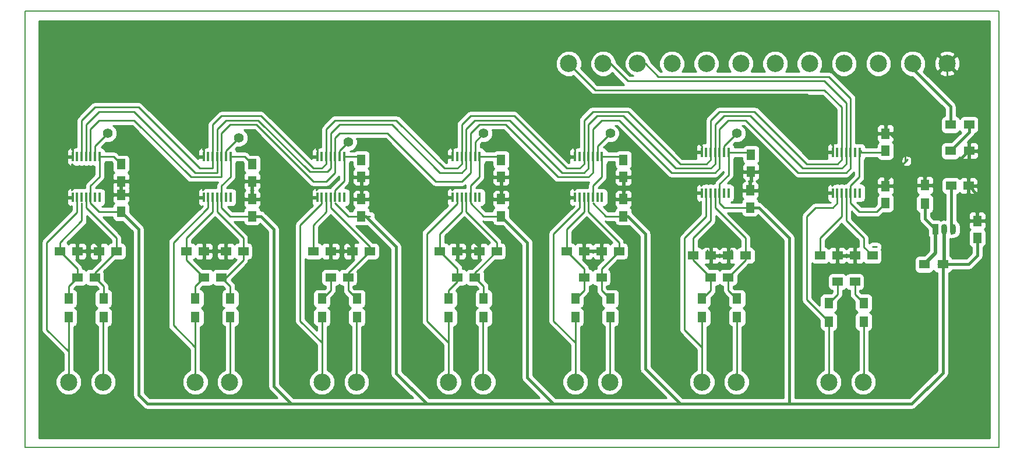
<source format=gbr>
G04 #@! TF.FileFunction,Copper,L1,Top,Signal*
%FSLAX46Y46*%
G04 Gerber Fmt 4.6, Leading zero omitted, Abs format (unit mm)*
G04 Created by KiCad (PCBNEW 4.0.7) date Sun Jan 28 04:55:33 2018*
%MOMM*%
%LPD*%
G01*
G04 APERTURE LIST*
%ADD10C,0.100000*%
%ADD11C,0.150000*%
%ADD12R,0.450000X1.450000*%
%ADD13C,2.500000*%
%ADD14R,1.500000X1.250000*%
%ADD15R,1.250000X1.500000*%
%ADD16R,1.500000X1.300000*%
%ADD17R,1.300000X1.500000*%
%ADD18O,0.900000X1.500000*%
%ADD19R,0.900000X1.500000*%
%ADD20C,1.400000*%
%ADD21C,0.250000*%
%ADD22C,0.400000*%
%ADD23C,0.500000*%
%ADD24C,0.254000*%
G04 APERTURE END LIST*
D10*
D11*
X106680000Y-33655000D02*
X106680000Y-97155000D01*
X106680000Y-33655000D02*
X248285000Y-33655000D01*
X248285000Y-97155000D02*
X106680000Y-97155000D01*
X248285000Y-33655000D02*
X248285000Y-97155000D01*
D12*
X224110000Y-60100000D03*
X224760000Y-60100000D03*
X225410000Y-60100000D03*
X226060000Y-60100000D03*
X226710000Y-60100000D03*
X227360000Y-60100000D03*
X228010000Y-60100000D03*
X228010000Y-54200000D03*
X227360000Y-54200000D03*
X226710000Y-54200000D03*
X226060000Y-54200000D03*
X225410000Y-54200000D03*
X224760000Y-54200000D03*
X224110000Y-54200000D03*
D13*
X228520000Y-87630000D03*
X223520000Y-87630000D03*
D14*
X229850000Y-69215000D03*
X227350000Y-69215000D03*
X222270000Y-69215000D03*
X224770000Y-69215000D03*
X224810000Y-73025000D03*
X227310000Y-73025000D03*
X211435000Y-69215000D03*
X208935000Y-69215000D03*
X193020000Y-68580000D03*
X190520000Y-68580000D03*
X175240000Y-68580000D03*
X172740000Y-68580000D03*
X203855000Y-69215000D03*
X206355000Y-69215000D03*
X185440000Y-68580000D03*
X187940000Y-68580000D03*
X167025000Y-68580000D03*
X169525000Y-68580000D03*
X206395000Y-72390000D03*
X208895000Y-72390000D03*
X187980000Y-72390000D03*
X190480000Y-72390000D03*
X169565000Y-72390000D03*
X172065000Y-72390000D03*
D15*
X231775000Y-53955000D03*
X231775000Y-51455000D03*
X212090000Y-62210000D03*
X212090000Y-59710000D03*
X193675000Y-63480000D03*
X193675000Y-60980000D03*
X175895000Y-63480000D03*
X175895000Y-60980000D03*
X231775000Y-61575000D03*
X231775000Y-59075000D03*
X212217000Y-54503000D03*
X212217000Y-57003000D03*
X193675000Y-55265000D03*
X193675000Y-57765000D03*
X175895000Y-55265000D03*
X175895000Y-57765000D03*
D14*
X156825000Y-68580000D03*
X154325000Y-68580000D03*
X138410000Y-68580000D03*
X135910000Y-68580000D03*
X119995000Y-68580000D03*
X117495000Y-68580000D03*
X241320000Y-59055000D03*
X243820000Y-59055000D03*
X148610000Y-68580000D03*
X151110000Y-68580000D03*
X130195000Y-68580000D03*
X132695000Y-68580000D03*
X111780000Y-68580000D03*
X114280000Y-68580000D03*
D15*
X245110000Y-66655000D03*
X245110000Y-64155000D03*
D14*
X151150000Y-72390000D03*
X153650000Y-72390000D03*
X132735000Y-72390000D03*
X135235000Y-72390000D03*
X114320000Y-72390000D03*
X116820000Y-72390000D03*
D15*
X155575000Y-63480000D03*
X155575000Y-60980000D03*
X139700000Y-63480000D03*
X139700000Y-60980000D03*
X120650000Y-62845000D03*
X120650000Y-60345000D03*
X155575000Y-55265000D03*
X155575000Y-57765000D03*
X139700000Y-55900000D03*
X139700000Y-58400000D03*
X120650000Y-55900000D03*
X120650000Y-58400000D03*
D16*
X243920000Y-53975000D03*
X241220000Y-53975000D03*
D13*
X240725000Y-41275000D03*
X235725000Y-41275000D03*
X230725000Y-41275000D03*
X225725000Y-41275000D03*
X220725000Y-41275000D03*
X215725000Y-41275000D03*
X210725000Y-41275000D03*
X205725000Y-41275000D03*
X200725000Y-41275000D03*
X195725000Y-41275000D03*
X190725000Y-41275000D03*
X185725000Y-41275000D03*
X210105000Y-87630000D03*
X205105000Y-87630000D03*
X191690000Y-87630000D03*
X186690000Y-87630000D03*
X173275000Y-87630000D03*
X168275000Y-87630000D03*
X154860000Y-87630000D03*
X149860000Y-87630000D03*
X136445000Y-87630000D03*
X131445000Y-87630000D03*
X118030000Y-87630000D03*
X113030000Y-87630000D03*
D17*
X237490000Y-61675000D03*
X237490000Y-58975000D03*
D16*
X240110000Y-70485000D03*
X237410000Y-70485000D03*
D17*
X223520000Y-76120000D03*
X223520000Y-78820000D03*
X228600000Y-76120000D03*
X228600000Y-78820000D03*
X205105000Y-75485000D03*
X205105000Y-78185000D03*
X210185000Y-75485000D03*
X210185000Y-78185000D03*
X186690000Y-75485000D03*
X186690000Y-78185000D03*
X191770000Y-75485000D03*
X191770000Y-78185000D03*
X168275000Y-75485000D03*
X168275000Y-78185000D03*
X173355000Y-75485000D03*
X173355000Y-78185000D03*
X149860000Y-75485000D03*
X149860000Y-78185000D03*
X154940000Y-75485000D03*
X154940000Y-78185000D03*
X131445000Y-75485000D03*
X131445000Y-78185000D03*
X136525000Y-75485000D03*
X136525000Y-78185000D03*
X113030000Y-75485000D03*
X113030000Y-78185000D03*
X118110000Y-75485000D03*
X118110000Y-78185000D03*
D16*
X241220000Y-50165000D03*
X243920000Y-50165000D03*
D18*
X240290000Y-65360000D03*
X241560000Y-65360000D03*
D19*
X239020000Y-65360000D03*
D12*
X205060000Y-60100000D03*
X205710000Y-60100000D03*
X206360000Y-60100000D03*
X207010000Y-60100000D03*
X207660000Y-60100000D03*
X208310000Y-60100000D03*
X208960000Y-60100000D03*
X208960000Y-54200000D03*
X208310000Y-54200000D03*
X207660000Y-54200000D03*
X207010000Y-54200000D03*
X206360000Y-54200000D03*
X205710000Y-54200000D03*
X205060000Y-54200000D03*
X186645000Y-60735000D03*
X187295000Y-60735000D03*
X187945000Y-60735000D03*
X188595000Y-60735000D03*
X189245000Y-60735000D03*
X189895000Y-60735000D03*
X190545000Y-60735000D03*
X190545000Y-54835000D03*
X189895000Y-54835000D03*
X189245000Y-54835000D03*
X188595000Y-54835000D03*
X187945000Y-54835000D03*
X187295000Y-54835000D03*
X186645000Y-54835000D03*
X168865000Y-60735000D03*
X169515000Y-60735000D03*
X170165000Y-60735000D03*
X170815000Y-60735000D03*
X171465000Y-60735000D03*
X172115000Y-60735000D03*
X172765000Y-60735000D03*
X172765000Y-54835000D03*
X172115000Y-54835000D03*
X171465000Y-54835000D03*
X170815000Y-54835000D03*
X170165000Y-54835000D03*
X169515000Y-54835000D03*
X168865000Y-54835000D03*
X149180000Y-60735000D03*
X149830000Y-60735000D03*
X150480000Y-60735000D03*
X151130000Y-60735000D03*
X151780000Y-60735000D03*
X152430000Y-60735000D03*
X153080000Y-60735000D03*
X153080000Y-54835000D03*
X152430000Y-54835000D03*
X151780000Y-54835000D03*
X151130000Y-54835000D03*
X150480000Y-54835000D03*
X149830000Y-54835000D03*
X149180000Y-54835000D03*
X132670000Y-60735000D03*
X133320000Y-60735000D03*
X133970000Y-60735000D03*
X134620000Y-60735000D03*
X135270000Y-60735000D03*
X135920000Y-60735000D03*
X136570000Y-60735000D03*
X136570000Y-54835000D03*
X135920000Y-54835000D03*
X135270000Y-54835000D03*
X134620000Y-54835000D03*
X133970000Y-54835000D03*
X133320000Y-54835000D03*
X132670000Y-54835000D03*
X113620000Y-60735000D03*
X114270000Y-60735000D03*
X114920000Y-60735000D03*
X115570000Y-60735000D03*
X116220000Y-60735000D03*
X116870000Y-60735000D03*
X117520000Y-60735000D03*
X117520000Y-54835000D03*
X116870000Y-54835000D03*
X116220000Y-54835000D03*
X115570000Y-54835000D03*
X114920000Y-54835000D03*
X114270000Y-54835000D03*
X113620000Y-54835000D03*
D20*
X226060000Y-66675000D03*
X115570000Y-66040000D03*
X126365000Y-59055000D03*
X133985000Y-66040000D03*
X189230000Y-66040000D03*
X170815000Y-66040000D03*
X143510000Y-59690000D03*
X151765000Y-65405000D03*
X161925000Y-58420000D03*
X180340000Y-58420000D03*
X198755000Y-60325000D03*
X207645000Y-66675000D03*
X218440000Y-59690000D03*
X210185000Y-51435000D03*
X191770000Y-51435000D03*
X173355000Y-51435000D03*
X153670000Y-52705000D03*
X137795000Y-52070000D03*
X118745000Y-51435000D03*
D21*
X241300000Y-66040000D02*
X241300000Y-66040000D01*
X234823000Y-55372000D02*
X234823000Y-55499000D01*
X234823000Y-55499000D02*
X234823000Y-55372000D01*
X229850000Y-67945000D02*
X230505000Y-67945000D01*
X226060000Y-60100000D02*
X226060000Y-64135000D01*
X228600000Y-67965000D02*
X229850000Y-69215000D01*
X228600000Y-66675000D02*
X228600000Y-67965000D01*
X226060000Y-64135000D02*
X228600000Y-66675000D01*
X227310000Y-73025000D02*
X227310000Y-74830000D01*
X227310000Y-74830000D02*
X228600000Y-76120000D01*
X226060000Y-66675000D02*
X227330000Y-67945000D01*
X224770000Y-67965000D02*
X226060000Y-66675000D01*
X224770000Y-69215000D02*
X224770000Y-67965000D01*
X227330000Y-67945000D02*
X227330000Y-69195000D01*
X227330000Y-69195000D02*
X227350000Y-69215000D01*
X205060000Y-54200000D02*
X205060000Y-53295000D01*
X205060000Y-53295000D02*
X197485000Y-45720000D01*
X224110000Y-54200000D02*
X224110000Y-49485000D01*
X220345000Y-45720000D02*
X197485000Y-45720000D01*
X197485000Y-45720000D02*
X182245000Y-45720000D01*
X224110000Y-49485000D02*
X220345000Y-45720000D01*
X186645000Y-54835000D02*
X186645000Y-51390000D01*
X182245000Y-46990000D02*
X182245000Y-45720000D01*
X182245000Y-45720000D02*
X182245000Y-38735000D01*
X186645000Y-51390000D02*
X182245000Y-46990000D01*
X168865000Y-54835000D02*
X168865000Y-43860000D01*
X168865000Y-43860000D02*
X173990000Y-38735000D01*
X149180000Y-48895000D02*
X149180000Y-48305000D01*
X149180000Y-48305000D02*
X158750000Y-38735000D01*
X132670000Y-48895000D02*
X132670000Y-48305000D01*
X132670000Y-48305000D02*
X142240000Y-38735000D01*
X234950000Y-38735000D02*
X182245000Y-38735000D01*
X182245000Y-38735000D02*
X173990000Y-38735000D01*
X173990000Y-38735000D02*
X158750000Y-38735000D01*
X158750000Y-38735000D02*
X142240000Y-38735000D01*
X142240000Y-38735000D02*
X122555000Y-38735000D01*
X113620000Y-47670000D02*
X113665000Y-47625000D01*
X114935000Y-46355000D02*
X113665000Y-47625000D01*
X113620000Y-48260000D02*
X113620000Y-47670000D01*
X122555000Y-38735000D02*
X114935000Y-46355000D01*
X231775000Y-51455000D02*
X231775000Y-44450000D01*
X238185000Y-38735000D02*
X240725000Y-41275000D01*
X231775000Y-44450000D02*
X233045000Y-43180000D01*
X233045000Y-43180000D02*
X233045000Y-40640000D01*
X233045000Y-40640000D02*
X234950000Y-38735000D01*
X234950000Y-38735000D02*
X238185000Y-38735000D01*
X234632500Y-55562500D02*
X234632500Y-53657500D01*
X232430000Y-51455000D02*
X231775000Y-51455000D01*
X234632500Y-53657500D02*
X232430000Y-51455000D01*
X231775000Y-59075000D02*
X231775000Y-58420000D01*
X231775000Y-58420000D02*
X234315000Y-55880000D01*
X234315000Y-55880000D02*
X234632500Y-55562500D01*
X234632500Y-55562500D02*
X234950000Y-55245000D01*
X240725000Y-41275000D02*
X240725000Y-43875000D01*
X240725000Y-43875000D02*
X245745000Y-48895000D01*
X245745000Y-48895000D02*
X245745000Y-53340000D01*
X113620000Y-54835000D02*
X113620000Y-48260000D01*
X113620000Y-48260000D02*
X113620000Y-48305000D01*
X132670000Y-54835000D02*
X132670000Y-48895000D01*
X132670000Y-48895000D02*
X132670000Y-48940000D01*
X149180000Y-54835000D02*
X149180000Y-48895000D01*
X149180000Y-48895000D02*
X149180000Y-48940000D01*
X120650000Y-58400000D02*
X125710000Y-58400000D01*
X125710000Y-58400000D02*
X126365000Y-59055000D01*
X120650000Y-60345000D02*
X125075000Y-60345000D01*
X128045000Y-60735000D02*
X126365000Y-59055000D01*
X128045000Y-60735000D02*
X132670000Y-60735000D01*
X125075000Y-60345000D02*
X126365000Y-59055000D01*
X139700000Y-58400000D02*
X142220000Y-58400000D01*
X142220000Y-58400000D02*
X143510000Y-59690000D01*
X139700000Y-60980000D02*
X142220000Y-60980000D01*
X144555000Y-60735000D02*
X143510000Y-59690000D01*
X144555000Y-60735000D02*
X149180000Y-60735000D01*
X142220000Y-60980000D02*
X143510000Y-59690000D01*
X155575000Y-57765000D02*
X161270000Y-57765000D01*
X161270000Y-57765000D02*
X161925000Y-58420000D01*
X155575000Y-60980000D02*
X159365000Y-60980000D01*
X159365000Y-60980000D02*
X161925000Y-58420000D01*
X164240000Y-60735000D02*
X161925000Y-58420000D01*
X164240000Y-60735000D02*
X168865000Y-60735000D01*
X114280000Y-68580000D02*
X114280000Y-67330000D01*
X115570000Y-66040000D02*
X117495000Y-67965000D01*
X114280000Y-67330000D02*
X115570000Y-66040000D01*
X117495000Y-68580000D02*
X117495000Y-67965000D01*
X133985000Y-66040000D02*
X134620000Y-66040000D01*
X132695000Y-67330000D02*
X133985000Y-66040000D01*
X132695000Y-68580000D02*
X132695000Y-67330000D01*
X135910000Y-67330000D02*
X135910000Y-68580000D01*
X134620000Y-66040000D02*
X135910000Y-67330000D01*
X154325000Y-68580000D02*
X154325000Y-67965000D01*
X154325000Y-67965000D02*
X151765000Y-65405000D01*
X151110000Y-68580000D02*
X151110000Y-66060000D01*
X151110000Y-66060000D02*
X151765000Y-65405000D01*
X186645000Y-60735000D02*
X182655000Y-60735000D01*
X182655000Y-60735000D02*
X180340000Y-58420000D01*
X175895000Y-57765000D02*
X179685000Y-57765000D01*
X177780000Y-60980000D02*
X180340000Y-58420000D01*
X177780000Y-60980000D02*
X175895000Y-60980000D01*
X179685000Y-57765000D02*
X180340000Y-58420000D01*
X169525000Y-68580000D02*
X169525000Y-67330000D01*
X170815000Y-66040000D02*
X172740000Y-67965000D01*
X169525000Y-67330000D02*
X170815000Y-66040000D01*
X172740000Y-68580000D02*
X172740000Y-67965000D01*
X193675000Y-60980000D02*
X198100000Y-60980000D01*
X198100000Y-60980000D02*
X198755000Y-60325000D01*
X193675000Y-57765000D02*
X196195000Y-57765000D01*
X198980000Y-60100000D02*
X198755000Y-60325000D01*
X198980000Y-60100000D02*
X205060000Y-60100000D01*
X196195000Y-57765000D02*
X198755000Y-60325000D01*
X187940000Y-68580000D02*
X187940000Y-67330000D01*
X190520000Y-67330000D02*
X189230000Y-66040000D01*
X190520000Y-67330000D02*
X190520000Y-68580000D01*
X187940000Y-67330000D02*
X189230000Y-66040000D01*
X187980000Y-68620000D02*
X187940000Y-68580000D01*
X190480000Y-68620000D02*
X190520000Y-68580000D01*
X208935000Y-69215000D02*
X208935000Y-67965000D01*
X206355000Y-67965000D02*
X207645000Y-66675000D01*
X206355000Y-67965000D02*
X206355000Y-69215000D01*
X208935000Y-67965000D02*
X207645000Y-66675000D01*
X212217000Y-57003000D02*
X215753000Y-57003000D01*
X215753000Y-57003000D02*
X218440000Y-59690000D01*
X224110000Y-60100000D02*
X218830000Y-60080000D01*
X218830000Y-60080000D02*
X218440000Y-59690000D01*
X212090000Y-59710000D02*
X218440000Y-59690000D01*
D22*
X237490000Y-58975000D02*
X238840000Y-58975000D01*
X238840000Y-58975000D02*
X243840000Y-53975000D01*
X243840000Y-53975000D02*
X243920000Y-53975000D01*
X243820000Y-59055000D02*
X243820000Y-54075000D01*
X243820000Y-54075000D02*
X243920000Y-53975000D01*
X243920000Y-53975000D02*
X245110000Y-53975000D01*
X245110000Y-53975000D02*
X245745000Y-53340000D01*
X245745000Y-53340000D02*
X245805000Y-53280000D01*
X245110000Y-64155000D02*
X245110000Y-60325000D01*
X245110000Y-60325000D02*
X245110000Y-60345000D01*
X245110000Y-60345000D02*
X243820000Y-59055000D01*
X243820000Y-57765000D02*
X243820000Y-59055000D01*
D21*
X208895000Y-69001000D02*
X209443000Y-68453000D01*
X206395000Y-69001000D02*
X205847000Y-68453000D01*
X207010000Y-60100000D02*
X207010000Y-62230000D01*
X211435000Y-66655000D02*
X211435000Y-69215000D01*
X207010000Y-62230000D02*
X211435000Y-66655000D01*
X211435000Y-69215000D02*
X211435000Y-69850000D01*
X211435000Y-69850000D02*
X208895000Y-72390000D01*
X210185000Y-75485000D02*
X210105000Y-75485000D01*
X210105000Y-75485000D02*
X208895000Y-74275000D01*
X208895000Y-74275000D02*
X208895000Y-72390000D01*
X208895000Y-72390000D02*
X208915000Y-72390000D01*
X193020000Y-68580000D02*
X193020000Y-67290000D01*
X188595000Y-62865000D02*
X188595000Y-60735000D01*
X193020000Y-67290000D02*
X188595000Y-62865000D01*
X190480000Y-72390000D02*
X190480000Y-71120000D01*
X190480000Y-71120000D02*
X193020000Y-68580000D01*
X191770000Y-75485000D02*
X191690000Y-75485000D01*
X191690000Y-75485000D02*
X190480000Y-74275000D01*
X190480000Y-74275000D02*
X190480000Y-72390000D01*
X175240000Y-68580000D02*
X175240000Y-67290000D01*
X170815000Y-62865000D02*
X170815000Y-60735000D01*
X175240000Y-67290000D02*
X170815000Y-62865000D01*
X172065000Y-72390000D02*
X172065000Y-71755000D01*
X172065000Y-71755000D02*
X175240000Y-68580000D01*
X173355000Y-75485000D02*
X173355000Y-73680000D01*
X173355000Y-73680000D02*
X172065000Y-72390000D01*
X222270000Y-69215000D02*
X222270000Y-66655000D01*
X225410000Y-63515000D02*
X225410000Y-60100000D01*
X222270000Y-66655000D02*
X225410000Y-63515000D01*
X224810000Y-73025000D02*
X224810000Y-74830000D01*
X224810000Y-74830000D02*
X223520000Y-76120000D01*
X203855000Y-69215000D02*
X203855000Y-69850000D01*
X203855000Y-69850000D02*
X206395000Y-72390000D01*
X203855000Y-69215000D02*
X203855000Y-66655000D01*
X206360000Y-64150000D02*
X206360000Y-60100000D01*
X203855000Y-66655000D02*
X206360000Y-64150000D01*
X206355000Y-60105000D02*
X206360000Y-60100000D01*
X205105000Y-75485000D02*
X205185000Y-75485000D01*
X205185000Y-75485000D02*
X206395000Y-74275000D01*
X206395000Y-74275000D02*
X206395000Y-72390000D01*
X185440000Y-68580000D02*
X185440000Y-65385000D01*
X187945000Y-62880000D02*
X187945000Y-60735000D01*
X185440000Y-65385000D02*
X187945000Y-62880000D01*
X187980000Y-72390000D02*
X187980000Y-71120000D01*
X187980000Y-71120000D02*
X185440000Y-68580000D01*
X187940000Y-60740000D02*
X187945000Y-60735000D01*
X186690000Y-75485000D02*
X186770000Y-75485000D01*
X186770000Y-75485000D02*
X187980000Y-74275000D01*
X187980000Y-74275000D02*
X187980000Y-72390000D01*
X167025000Y-68580000D02*
X167025000Y-66020000D01*
X170165000Y-62880000D02*
X170165000Y-60735000D01*
X167025000Y-66020000D02*
X170165000Y-62880000D01*
X169565000Y-72390000D02*
X169565000Y-71120000D01*
X169565000Y-71120000D02*
X167025000Y-68580000D01*
X168275000Y-75485000D02*
X168275000Y-74295000D01*
X168275000Y-74295000D02*
X169545000Y-73025000D01*
X116220000Y-60735000D02*
X116220000Y-61610000D01*
X116220000Y-61610000D02*
X117455000Y-62845000D01*
X117455000Y-62845000D02*
X120650000Y-62845000D01*
D22*
X139700000Y-63480000D02*
X140950000Y-63480000D01*
X142875000Y-88265000D02*
X145415000Y-90805000D01*
X142875000Y-65405000D02*
X142875000Y-88265000D01*
X140950000Y-63480000D02*
X142875000Y-65405000D01*
X155575000Y-63480000D02*
X156190000Y-63480000D01*
X156190000Y-63480000D02*
X160655000Y-67945000D01*
X160655000Y-86360000D02*
X165100000Y-90805000D01*
X160655000Y-67945000D02*
X160655000Y-86360000D01*
X175895000Y-63480000D02*
X175895000Y-63500000D01*
X175895000Y-63500000D02*
X179705000Y-67310000D01*
X183515000Y-90805000D02*
X184150000Y-90805000D01*
X179705000Y-86995000D02*
X183515000Y-90805000D01*
X179705000Y-67310000D02*
X179705000Y-86995000D01*
X193675000Y-63480000D02*
X194290000Y-63480000D01*
X194290000Y-63480000D02*
X196850000Y-66040000D01*
X196850000Y-85725000D02*
X201930000Y-90805000D01*
X196850000Y-66040000D02*
X196850000Y-85725000D01*
X212090000Y-62210000D02*
X213340000Y-62210000D01*
X217805000Y-66675000D02*
X217805000Y-90805000D01*
X213340000Y-62210000D02*
X217805000Y-66675000D01*
X240110000Y-70485000D02*
X240110000Y-86280000D01*
X240110000Y-86280000D02*
X235585000Y-90805000D01*
X235585000Y-90805000D02*
X217805000Y-90805000D01*
X123190000Y-89535000D02*
X123190000Y-65385000D01*
X124460000Y-90805000D02*
X123190000Y-89535000D01*
X145415000Y-90805000D02*
X124460000Y-90805000D01*
X217805000Y-90805000D02*
X201930000Y-90805000D01*
X201930000Y-90805000D02*
X184150000Y-90805000D01*
X184150000Y-90805000D02*
X165100000Y-90805000D01*
X165100000Y-90805000D02*
X145415000Y-90805000D01*
X123190000Y-65385000D02*
X120650000Y-62845000D01*
D21*
X136570000Y-54835000D02*
X136570000Y-57740000D01*
X135270000Y-59040000D02*
X135270000Y-60735000D01*
X136570000Y-57740000D02*
X135270000Y-59040000D01*
X117520000Y-54835000D02*
X119585000Y-54835000D01*
X119585000Y-54835000D02*
X120650000Y-55900000D01*
X153080000Y-54835000D02*
X155145000Y-54835000D01*
X155145000Y-54835000D02*
X155575000Y-55265000D01*
X155575000Y-63480000D02*
X153650000Y-63480000D01*
X153650000Y-63480000D02*
X151765000Y-61595000D01*
X156845000Y-63480000D02*
X155575000Y-63480000D01*
X136570000Y-54835000D02*
X138635000Y-54835000D01*
X138635000Y-54835000D02*
X139700000Y-55900000D01*
X116220000Y-60735000D02*
X116220000Y-59040000D01*
X117520000Y-57740000D02*
X117520000Y-54835000D01*
X116220000Y-59040000D02*
X117520000Y-57740000D01*
X151780000Y-60735000D02*
X151780000Y-59675000D01*
X153080000Y-58375000D02*
X153080000Y-54835000D01*
X151780000Y-59675000D02*
X153080000Y-58375000D01*
X139700000Y-63480000D02*
X136505000Y-63480000D01*
X136505000Y-63480000D02*
X135270000Y-62245000D01*
X135270000Y-62245000D02*
X135270000Y-60735000D01*
X123190000Y-65385000D02*
X120650000Y-62845000D01*
X140315000Y-63480000D02*
X139700000Y-63480000D01*
X156845000Y-63480000D02*
X156845000Y-63480000D01*
X172765000Y-54835000D02*
X175465000Y-54835000D01*
X175465000Y-54835000D02*
X175895000Y-55265000D01*
X171465000Y-60735000D02*
X171465000Y-59040000D01*
X172765000Y-57740000D02*
X172765000Y-54835000D01*
X171465000Y-59040000D02*
X172765000Y-57740000D01*
X171465000Y-60735000D02*
X171465000Y-61610000D01*
X171465000Y-61610000D02*
X173335000Y-63480000D01*
X173335000Y-63480000D02*
X175895000Y-63480000D01*
X190545000Y-54835000D02*
X193245000Y-54835000D01*
X193245000Y-54835000D02*
X193675000Y-55265000D01*
X193675000Y-63480000D02*
X191115000Y-63480000D01*
X191115000Y-63480000D02*
X189230000Y-61595000D01*
X190545000Y-54835000D02*
X190545000Y-57740000D01*
X189245000Y-59040000D02*
X189245000Y-60735000D01*
X190545000Y-57740000D02*
X189245000Y-59040000D01*
X209570000Y-62210000D02*
X208260000Y-62210000D01*
X207660000Y-61610000D02*
X207660000Y-60100000D01*
X208260000Y-62210000D02*
X207660000Y-61610000D01*
X212090000Y-62210000D02*
X209570000Y-62210000D01*
X209570000Y-62210000D02*
X209550000Y-62230000D01*
X208960000Y-54200000D02*
X211914000Y-54200000D01*
X211914000Y-54200000D02*
X212217000Y-54503000D01*
X207660000Y-60100000D02*
X207660000Y-58786000D01*
X207660000Y-58786000D02*
X208960000Y-57486000D01*
X208960000Y-57486000D02*
X208960000Y-54200000D01*
X226710000Y-60100000D02*
X226710000Y-59040000D01*
X227965000Y-57785000D02*
X227965000Y-54610000D01*
X226710000Y-59040000D02*
X227965000Y-57785000D01*
X227965000Y-54610000D02*
X228010000Y-54200000D01*
X208915000Y-54245000D02*
X208960000Y-54200000D01*
X228010000Y-54200000D02*
X231530000Y-54200000D01*
X231530000Y-54200000D02*
X231775000Y-53955000D01*
X226710000Y-60100000D02*
X226710000Y-61610000D01*
X226710000Y-61610000D02*
X227965000Y-62865000D01*
X227965000Y-62865000D02*
X230485000Y-62865000D01*
X230485000Y-62865000D02*
X231775000Y-61575000D01*
X228235000Y-53975000D02*
X228010000Y-54200000D01*
X240110000Y-70485000D02*
X239395000Y-70485000D01*
D22*
X240110000Y-70485000D02*
X243840000Y-70485000D01*
X245110000Y-69215000D02*
X245110000Y-66655000D01*
X243840000Y-70485000D02*
X245110000Y-69215000D01*
D23*
X240290000Y-65360000D02*
X240290000Y-70305000D01*
X240290000Y-70305000D02*
X240110000Y-70485000D01*
D21*
X156825000Y-68580000D02*
X156825000Y-67925000D01*
X151130000Y-62230000D02*
X151130000Y-60735000D01*
X156825000Y-67925000D02*
X151130000Y-62230000D01*
X156825000Y-68580000D02*
X156825000Y-68560000D01*
X153650000Y-72390000D02*
X153650000Y-71755000D01*
X153650000Y-71755000D02*
X156825000Y-68580000D01*
X154940000Y-75485000D02*
X154860000Y-75485000D01*
X154860000Y-75485000D02*
X153650000Y-74275000D01*
X153650000Y-74275000D02*
X153650000Y-72390000D01*
X138410000Y-68580000D02*
X138410000Y-66655000D01*
X134620000Y-62865000D02*
X134620000Y-60735000D01*
X138410000Y-66655000D02*
X134620000Y-62865000D01*
X135235000Y-72390000D02*
X135890000Y-72390000D01*
X135890000Y-72390000D02*
X138410000Y-69870000D01*
X138410000Y-69870000D02*
X138410000Y-68580000D01*
X136525000Y-75485000D02*
X136525000Y-73680000D01*
X136525000Y-73680000D02*
X135235000Y-72390000D01*
X119995000Y-68580000D02*
X119995000Y-66655000D01*
X115570000Y-62230000D02*
X115570000Y-60960000D01*
X119995000Y-66655000D02*
X115570000Y-62230000D01*
X115570000Y-60960000D02*
X115570000Y-60735000D01*
X116820000Y-72390000D02*
X116820000Y-71755000D01*
X116820000Y-71755000D02*
X119995000Y-68580000D01*
X118110000Y-75485000D02*
X118110000Y-73680000D01*
X118110000Y-73680000D02*
X116820000Y-72390000D01*
D22*
X235725000Y-41275000D02*
X235725000Y-42050000D01*
X235725000Y-42050000D02*
X241220000Y-47545000D01*
X241220000Y-47545000D02*
X241220000Y-50165000D01*
X240805000Y-49750000D02*
X241220000Y-50165000D01*
X241320000Y-59055000D02*
X241320000Y-65120000D01*
X241320000Y-65120000D02*
X241560000Y-65360000D01*
D21*
X148610000Y-68580000D02*
X148610000Y-64750000D01*
X150480000Y-62880000D02*
X150480000Y-60735000D01*
X148610000Y-64750000D02*
X150480000Y-62880000D01*
X149860000Y-75485000D02*
X149940000Y-75485000D01*
X149940000Y-75485000D02*
X151150000Y-74275000D01*
X151150000Y-74275000D02*
X151150000Y-72390000D01*
X133970000Y-60735000D02*
X133970000Y-62880000D01*
X130195000Y-66655000D02*
X130195000Y-68580000D01*
X133970000Y-62880000D02*
X130195000Y-66655000D01*
X130195000Y-68580000D02*
X130195000Y-69850000D01*
X130195000Y-69850000D02*
X132735000Y-72390000D01*
X131445000Y-75485000D02*
X131445000Y-73680000D01*
X131445000Y-73680000D02*
X132735000Y-72390000D01*
X111780000Y-68580000D02*
X111780000Y-67290000D01*
X114935000Y-64135000D02*
X114935000Y-61595000D01*
X111780000Y-67290000D02*
X114935000Y-64135000D01*
X114320000Y-72390000D02*
X114320000Y-71120000D01*
X114320000Y-71120000D02*
X111780000Y-68580000D01*
X113030000Y-75485000D02*
X113030000Y-73680000D01*
X113030000Y-73680000D02*
X114320000Y-72390000D01*
D22*
X243920000Y-50165000D02*
X243920000Y-51275000D01*
X243920000Y-51275000D02*
X241220000Y-53975000D01*
D21*
X225410000Y-54200000D02*
X225410000Y-47640000D01*
X189565000Y-45115000D02*
X185725000Y-41275000D01*
X222885000Y-45115000D02*
X189565000Y-45115000D01*
X225410000Y-47640000D02*
X222885000Y-45115000D01*
X225425000Y-54610000D02*
X225425000Y-53975000D01*
X225425000Y-53975000D02*
X225410000Y-54200000D01*
X225410000Y-54200000D02*
X225410000Y-55260000D01*
X224790000Y-55880000D02*
X220345000Y-55880000D01*
X225410000Y-55260000D02*
X224790000Y-55880000D01*
X135255000Y-48895000D02*
X133970000Y-50180000D01*
X140970000Y-48895000D02*
X135255000Y-48895000D01*
X148590000Y-56515000D02*
X140970000Y-48895000D01*
X171450000Y-48895000D02*
X170180000Y-50165000D01*
X172085000Y-48895000D02*
X171450000Y-48895000D01*
X177800000Y-48895000D02*
X172085000Y-48895000D01*
X185420000Y-56515000D02*
X177800000Y-48895000D01*
X189230000Y-48260000D02*
X187945000Y-49545000D01*
X194310000Y-48260000D02*
X189230000Y-48260000D01*
X201930000Y-55880000D02*
X194310000Y-48260000D01*
X207645000Y-48260000D02*
X206375000Y-49530000D01*
X212725000Y-48260000D02*
X207645000Y-48260000D01*
X220345000Y-55880000D02*
X212725000Y-48260000D01*
X133970000Y-54835000D02*
X133970000Y-56500000D01*
X114920000Y-49545000D02*
X114920000Y-54835000D01*
X116840000Y-47625000D02*
X114920000Y-49545000D01*
X123190000Y-47625000D02*
X116840000Y-47625000D01*
X132080000Y-56515000D02*
X123190000Y-47625000D01*
X133955000Y-56515000D02*
X132080000Y-56515000D01*
X133970000Y-56500000D02*
X133955000Y-56515000D01*
X150480000Y-54835000D02*
X150480000Y-55865000D01*
X133970000Y-50180000D02*
X133970000Y-54835000D01*
X149830000Y-56515000D02*
X148590000Y-56515000D01*
X150480000Y-55865000D02*
X149830000Y-56515000D01*
X170165000Y-54835000D02*
X170165000Y-55895000D01*
X150480000Y-50815000D02*
X150480000Y-54835000D01*
X151765000Y-49530000D02*
X150480000Y-50815000D01*
X160655000Y-49530000D02*
X151765000Y-49530000D01*
X167640000Y-56515000D02*
X160655000Y-49530000D01*
X169545000Y-56515000D02*
X167640000Y-56515000D01*
X170165000Y-55895000D02*
X169545000Y-56515000D01*
X150480000Y-54835000D02*
X150495000Y-54850000D01*
X133970000Y-54835000D02*
X133985000Y-54850000D01*
X133985000Y-54850000D02*
X133970000Y-54835000D01*
X187945000Y-54835000D02*
X187945000Y-55895000D01*
X170180000Y-50165000D02*
X170180000Y-54610000D01*
X187325000Y-56515000D02*
X185420000Y-56515000D01*
X187945000Y-55895000D02*
X187325000Y-56515000D01*
X170180000Y-54610000D02*
X170165000Y-54835000D01*
X206360000Y-54200000D02*
X206360000Y-55260000D01*
X187945000Y-49545000D02*
X187945000Y-54835000D01*
X205740000Y-55880000D02*
X201930000Y-55880000D01*
X206360000Y-55260000D02*
X205740000Y-55880000D01*
X206375000Y-49530000D02*
X206375000Y-53975000D01*
X206375000Y-53975000D02*
X206360000Y-54200000D01*
X190725000Y-41275000D02*
X191770000Y-41275000D01*
X191770000Y-41275000D02*
X194310000Y-43815000D01*
X194310000Y-43815000D02*
X222885000Y-43815000D01*
X222885000Y-43815000D02*
X226060000Y-46990000D01*
X226060000Y-46990000D02*
X226060000Y-54200000D01*
X225425000Y-56515000D02*
X219710000Y-56515000D01*
X226060000Y-55880000D02*
X225425000Y-56515000D01*
X193675000Y-48895000D02*
X201295000Y-56515000D01*
X189865000Y-48895000D02*
X193675000Y-48895000D01*
X188595000Y-50165000D02*
X189865000Y-48895000D01*
X208280000Y-48895000D02*
X207010000Y-50165000D01*
X212090000Y-48895000D02*
X208280000Y-48895000D01*
X219710000Y-56515000D02*
X212090000Y-48895000D01*
X134620000Y-54835000D02*
X134620000Y-57150000D01*
X115570000Y-50165000D02*
X115570000Y-54835000D01*
X117475000Y-48260000D02*
X115570000Y-50165000D01*
X122555000Y-48260000D02*
X117475000Y-48260000D01*
X131445000Y-57150000D02*
X122555000Y-48260000D01*
X134620000Y-57150000D02*
X131445000Y-57150000D01*
X151130000Y-54835000D02*
X151130000Y-56515000D01*
X134620000Y-50800000D02*
X134620000Y-53975000D01*
X135890000Y-49530000D02*
X134620000Y-50800000D01*
X140604996Y-49530000D02*
X135890000Y-49530000D01*
X148089998Y-57015002D02*
X140604996Y-49530000D01*
X150629998Y-57015002D02*
X148089998Y-57015002D01*
X151130000Y-56515000D02*
X150629998Y-57015002D01*
X170815000Y-54835000D02*
X170815000Y-56515000D01*
X151130000Y-51435000D02*
X151130000Y-54835000D01*
X152400000Y-50165000D02*
X151130000Y-51435000D01*
X160020000Y-50165000D02*
X152400000Y-50165000D01*
X167005000Y-57150000D02*
X160020000Y-50165000D01*
X170180000Y-57150000D02*
X167005000Y-57150000D01*
X170815000Y-56515000D02*
X170180000Y-57150000D01*
X188595000Y-54835000D02*
X188595000Y-56515000D01*
X170815000Y-50800000D02*
X170815000Y-54835000D01*
X172085000Y-49530000D02*
X170815000Y-50800000D01*
X177165000Y-49530000D02*
X172085000Y-49530000D01*
X184785000Y-57150000D02*
X177165000Y-49530000D01*
X187960000Y-57150000D02*
X184785000Y-57150000D01*
X188595000Y-56515000D02*
X187960000Y-57150000D01*
X188595000Y-54835000D02*
X188595000Y-50165000D01*
X207010000Y-55880000D02*
X207010000Y-54200000D01*
X206375000Y-56515000D02*
X207010000Y-55880000D01*
X201295000Y-56515000D02*
X206375000Y-56515000D01*
X207010000Y-50165000D02*
X207010000Y-54200000D01*
X226060000Y-54200000D02*
X226060000Y-55880000D01*
X195725000Y-41275000D02*
X196850000Y-41275000D01*
X196850000Y-41275000D02*
X198755000Y-43180000D01*
X198755000Y-43180000D02*
X223520000Y-43180000D01*
X223520000Y-43180000D02*
X226710000Y-46370000D01*
X226710000Y-46370000D02*
X226710000Y-54200000D01*
X116220000Y-54835000D02*
X116220000Y-50785000D01*
X135270000Y-57770000D02*
X135270000Y-54835000D01*
X135255000Y-57785000D02*
X135270000Y-57770000D01*
X130810000Y-57785000D02*
X135255000Y-57785000D01*
X122555000Y-49530000D02*
X130810000Y-57785000D01*
X117475000Y-49530000D02*
X122555000Y-49530000D01*
X116220000Y-50785000D02*
X117475000Y-49530000D01*
X151780000Y-54835000D02*
X151780000Y-57135000D01*
X151780000Y-57135000D02*
X150495000Y-58420000D01*
X150495000Y-58420000D02*
X148590000Y-58420000D01*
X148590000Y-58420000D02*
X140335000Y-50165000D01*
X140335000Y-50165000D02*
X136525000Y-50165000D01*
X136525000Y-50165000D02*
X135270000Y-51420000D01*
X135270000Y-51420000D02*
X135270000Y-54835000D01*
X171465000Y-54835000D02*
X171465000Y-57135000D01*
X151765000Y-52070000D02*
X151765000Y-54820000D01*
X152400000Y-51435000D02*
X151765000Y-52070000D01*
X159385000Y-51435000D02*
X152400000Y-51435000D01*
X166370000Y-58420000D02*
X159385000Y-51435000D01*
X170180000Y-58420000D02*
X166370000Y-58420000D01*
X171465000Y-57135000D02*
X170180000Y-58420000D01*
X151765000Y-54820000D02*
X151780000Y-54835000D01*
X116205000Y-54820000D02*
X116220000Y-54835000D01*
X171465000Y-54835000D02*
X171465000Y-51420000D01*
X189245000Y-57135000D02*
X189245000Y-54835000D01*
X188595000Y-57785000D02*
X189245000Y-57135000D01*
X184150000Y-57785000D02*
X188595000Y-57785000D01*
X176530000Y-50165000D02*
X184150000Y-57785000D01*
X172720000Y-50165000D02*
X176530000Y-50165000D01*
X171465000Y-51420000D02*
X172720000Y-50165000D01*
X207660000Y-54200000D02*
X207660000Y-56500000D01*
X189245000Y-50785000D02*
X189245000Y-54835000D01*
X190500000Y-49530000D02*
X189245000Y-50785000D01*
X193040000Y-49530000D02*
X190500000Y-49530000D01*
X200660000Y-57150000D02*
X193040000Y-49530000D01*
X207010000Y-57150000D02*
X200660000Y-57150000D01*
X207660000Y-56500000D02*
X207010000Y-57150000D01*
X207660000Y-50785000D02*
X207660000Y-54200000D01*
X208915000Y-49530000D02*
X207660000Y-50785000D01*
X211455000Y-49530000D02*
X208915000Y-49530000D01*
X219075000Y-57150000D02*
X211455000Y-49530000D01*
X226060000Y-57150000D02*
X219075000Y-57150000D01*
X226710000Y-54200000D02*
X226710000Y-56500000D01*
X226710000Y-56500000D02*
X226060000Y-57150000D01*
X208310000Y-53310000D02*
X210185000Y-51435000D01*
X208310000Y-53310000D02*
X208310000Y-54200000D01*
X189895000Y-53310000D02*
X189895000Y-54835000D01*
X191770000Y-51435000D02*
X189895000Y-53310000D01*
X172115000Y-54835000D02*
X172115000Y-52675000D01*
X172115000Y-52675000D02*
X173355000Y-51435000D01*
X152430000Y-53945000D02*
X153670000Y-52705000D01*
X152430000Y-54835000D02*
X152430000Y-53945000D01*
X135920000Y-53945000D02*
X137795000Y-52070000D01*
X135920000Y-54835000D02*
X135920000Y-53945000D01*
X116870000Y-53310000D02*
X118745000Y-51435000D01*
X116870000Y-54835000D02*
X116870000Y-53310000D01*
X228600000Y-80645000D02*
X228600000Y-78820000D01*
X228600000Y-80725000D02*
X228600000Y-80645000D01*
X228600000Y-80645000D02*
X228600000Y-87550000D01*
X228600000Y-87550000D02*
X228520000Y-87630000D01*
X224760000Y-60100000D02*
X224760000Y-61565000D01*
X220345000Y-75645000D02*
X223520000Y-78820000D01*
X220345000Y-63500000D02*
X220345000Y-75645000D01*
X221615000Y-62230000D02*
X220345000Y-63500000D01*
X224095000Y-62230000D02*
X221615000Y-62230000D01*
X224760000Y-61565000D02*
X224095000Y-62230000D01*
X223520000Y-80645000D02*
X223520000Y-78820000D01*
X223520000Y-80725000D02*
X223520000Y-80645000D01*
X223520000Y-80645000D02*
X223520000Y-87630000D01*
D22*
X223520000Y-87550000D02*
X223600000Y-87630000D01*
D21*
X210185000Y-78185000D02*
X210185000Y-87550000D01*
X210185000Y-87550000D02*
X210105000Y-87630000D01*
X205710000Y-60100000D02*
X205710000Y-63530000D01*
X202565000Y-80010000D02*
X205105000Y-82550000D01*
X202565000Y-66675000D02*
X202565000Y-80010000D01*
X205710000Y-63530000D02*
X202565000Y-66675000D01*
X205105000Y-87630000D02*
X205105000Y-82550000D01*
X205105000Y-82550000D02*
X205105000Y-80645000D01*
X205105000Y-80645000D02*
X205105000Y-78185000D01*
X191690000Y-87630000D02*
X191690000Y-78265000D01*
X191690000Y-78265000D02*
X191770000Y-78185000D01*
X187295000Y-60735000D02*
X187295000Y-62260000D01*
X183515000Y-78740000D02*
X186690000Y-81915000D01*
X183515000Y-66040000D02*
X183515000Y-78740000D01*
X187295000Y-62260000D02*
X183515000Y-66040000D01*
X186690000Y-78185000D02*
X186690000Y-81915000D01*
X186690000Y-81915000D02*
X186690000Y-82550000D01*
X186690000Y-82550000D02*
X186690000Y-87630000D01*
X173275000Y-87630000D02*
X173275000Y-78265000D01*
X173275000Y-78265000D02*
X173355000Y-78185000D01*
X169515000Y-60735000D02*
X169515000Y-61625000D01*
X165100000Y-78740000D02*
X168275000Y-81915000D01*
X165100000Y-66040000D02*
X165100000Y-78740000D01*
X169515000Y-61625000D02*
X165100000Y-66040000D01*
X168275000Y-87630000D02*
X168275000Y-81915000D01*
X168275000Y-81915000D02*
X168275000Y-78185000D01*
X154860000Y-87630000D02*
X154860000Y-78265000D01*
X154860000Y-78265000D02*
X154940000Y-78185000D01*
X149830000Y-60735000D02*
X149830000Y-61625000D01*
X146685000Y-78740000D02*
X149860000Y-81915000D01*
X146685000Y-64770000D02*
X146685000Y-78740000D01*
X149830000Y-61625000D02*
X146685000Y-64770000D01*
X149860000Y-87630000D02*
X149860000Y-81915000D01*
X149860000Y-81915000D02*
X149860000Y-78185000D01*
X136525000Y-78185000D02*
X136525000Y-87550000D01*
X136525000Y-87550000D02*
X136445000Y-87630000D01*
X133320000Y-60735000D02*
X133320000Y-62260000D01*
X128270000Y-79375000D02*
X131445000Y-82550000D01*
X128270000Y-67310000D02*
X128270000Y-79375000D01*
X133320000Y-62260000D02*
X128270000Y-67310000D01*
X131445000Y-78185000D02*
X131445000Y-82550000D01*
X131445000Y-82550000D02*
X131445000Y-87630000D01*
X118030000Y-87630000D02*
X118030000Y-78265000D01*
X118030000Y-78265000D02*
X118110000Y-78185000D01*
X114270000Y-60735000D02*
X114270000Y-62895000D01*
X113030000Y-83185000D02*
X113030000Y-82550000D01*
X109855000Y-80010000D02*
X113030000Y-83185000D01*
X109855000Y-67310000D02*
X109855000Y-80010000D01*
X114270000Y-62895000D02*
X109855000Y-67310000D01*
X113030000Y-87630000D02*
X113030000Y-82550000D01*
X113030000Y-82550000D02*
X113030000Y-78185000D01*
D22*
X237490000Y-61675000D02*
X237490000Y-63830000D01*
X237490000Y-63830000D02*
X239020000Y-65360000D01*
D23*
X239020000Y-65360000D02*
X239020000Y-68875000D01*
X239020000Y-68875000D02*
X237410000Y-70485000D01*
D24*
G36*
X246888000Y-95758000D02*
X108712000Y-95758000D01*
X108712000Y-67310000D01*
X109095000Y-67310000D01*
X109095000Y-80010000D01*
X109152852Y-80300839D01*
X109317599Y-80547401D01*
X112270000Y-83499802D01*
X112270000Y-85904453D01*
X111963628Y-86031043D01*
X111432907Y-86560839D01*
X111145328Y-87253405D01*
X111144674Y-88003305D01*
X111431043Y-88696372D01*
X111960839Y-89227093D01*
X112653405Y-89514672D01*
X113403305Y-89515326D01*
X114096372Y-89228957D01*
X114627093Y-88699161D01*
X114914672Y-88006595D01*
X114915326Y-87256695D01*
X114628957Y-86563628D01*
X114099161Y-86032907D01*
X113790000Y-85904532D01*
X113790000Y-79561742D01*
X113915317Y-79538162D01*
X114131441Y-79399090D01*
X114276431Y-79186890D01*
X114327440Y-78935000D01*
X114327440Y-77435000D01*
X114283162Y-77199683D01*
X114144090Y-76983559D01*
X113931890Y-76838569D01*
X113918803Y-76835919D01*
X114131441Y-76699090D01*
X114276431Y-76486890D01*
X114327440Y-76235000D01*
X114327440Y-74735000D01*
X114283162Y-74499683D01*
X114144090Y-74283559D01*
X113931890Y-74138569D01*
X113790000Y-74109836D01*
X113790000Y-73994802D01*
X114122362Y-73662440D01*
X115070000Y-73662440D01*
X115305317Y-73618162D01*
X115521441Y-73479090D01*
X115569134Y-73409289D01*
X115605910Y-73466441D01*
X115818110Y-73611431D01*
X116070000Y-73662440D01*
X117017637Y-73662440D01*
X117350000Y-73994803D01*
X117350000Y-74108258D01*
X117224683Y-74131838D01*
X117008559Y-74270910D01*
X116863569Y-74483110D01*
X116812560Y-74735000D01*
X116812560Y-76235000D01*
X116856838Y-76470317D01*
X116995910Y-76686441D01*
X117208110Y-76831431D01*
X117221197Y-76834081D01*
X117008559Y-76970910D01*
X116863569Y-77183110D01*
X116812560Y-77435000D01*
X116812560Y-78935000D01*
X116856838Y-79170317D01*
X116995910Y-79386441D01*
X117208110Y-79531431D01*
X117270000Y-79543964D01*
X117270000Y-85904453D01*
X116963628Y-86031043D01*
X116432907Y-86560839D01*
X116145328Y-87253405D01*
X116144674Y-88003305D01*
X116431043Y-88696372D01*
X116960839Y-89227093D01*
X117653405Y-89514672D01*
X118403305Y-89515326D01*
X119096372Y-89228957D01*
X119627093Y-88699161D01*
X119914672Y-88006595D01*
X119915326Y-87256695D01*
X119628957Y-86563628D01*
X119099161Y-86032907D01*
X118790000Y-85904532D01*
X118790000Y-79576795D01*
X118995317Y-79538162D01*
X119211441Y-79399090D01*
X119356431Y-79186890D01*
X119407440Y-78935000D01*
X119407440Y-77435000D01*
X119363162Y-77199683D01*
X119224090Y-76983559D01*
X119011890Y-76838569D01*
X118998803Y-76835919D01*
X119211441Y-76699090D01*
X119356431Y-76486890D01*
X119407440Y-76235000D01*
X119407440Y-74735000D01*
X119363162Y-74499683D01*
X119224090Y-74283559D01*
X119011890Y-74138569D01*
X118870000Y-74109836D01*
X118870000Y-73680000D01*
X118812148Y-73389161D01*
X118757480Y-73307345D01*
X118647401Y-73142598D01*
X118217440Y-72712637D01*
X118217440Y-71765000D01*
X118173162Y-71529683D01*
X118152394Y-71497408D01*
X119797362Y-69852440D01*
X120745000Y-69852440D01*
X120980317Y-69808162D01*
X121196441Y-69669090D01*
X121341431Y-69456890D01*
X121392440Y-69205000D01*
X121392440Y-67955000D01*
X121348162Y-67719683D01*
X121209090Y-67503559D01*
X120996890Y-67358569D01*
X120755000Y-67309585D01*
X120755000Y-66655000D01*
X120697148Y-66364161D01*
X120532401Y-66117599D01*
X118019802Y-63605000D01*
X119379442Y-63605000D01*
X119421838Y-63830317D01*
X119560910Y-64046441D01*
X119773110Y-64191431D01*
X120025000Y-64242440D01*
X120866572Y-64242440D01*
X122355000Y-65730868D01*
X122355000Y-89535000D01*
X122418561Y-89854541D01*
X122599566Y-90125434D01*
X123869566Y-91395434D01*
X124140459Y-91576439D01*
X124460000Y-91640000D01*
X235585000Y-91640000D01*
X235904541Y-91576439D01*
X236175434Y-91395434D01*
X240700434Y-86870434D01*
X240754178Y-86790000D01*
X240881439Y-86599541D01*
X240945000Y-86280000D01*
X240945000Y-71766446D01*
X241095317Y-71738162D01*
X241311441Y-71599090D01*
X241456431Y-71386890D01*
X241469977Y-71320000D01*
X243840000Y-71320000D01*
X244159541Y-71256439D01*
X244430434Y-71075434D01*
X245700434Y-69805434D01*
X245730792Y-69760000D01*
X245881439Y-69534541D01*
X245945000Y-69215000D01*
X245945000Y-68012926D01*
X245970317Y-68008162D01*
X246186441Y-67869090D01*
X246331431Y-67656890D01*
X246382440Y-67405000D01*
X246382440Y-65905000D01*
X246338162Y-65669683D01*
X246199090Y-65453559D01*
X246130994Y-65407031D01*
X246273327Y-65264698D01*
X246370000Y-65031309D01*
X246370000Y-64440750D01*
X246211250Y-64282000D01*
X245237000Y-64282000D01*
X245237000Y-64302000D01*
X244983000Y-64302000D01*
X244983000Y-64282000D01*
X244008750Y-64282000D01*
X243850000Y-64440750D01*
X243850000Y-65031309D01*
X243946673Y-65264698D01*
X244087910Y-65405936D01*
X244033559Y-65440910D01*
X243888569Y-65653110D01*
X243837560Y-65905000D01*
X243837560Y-67405000D01*
X243881838Y-67640317D01*
X244020910Y-67856441D01*
X244233110Y-68001431D01*
X244275000Y-68009914D01*
X244275000Y-68869132D01*
X243494132Y-69650000D01*
X241472630Y-69650000D01*
X241463162Y-69599683D01*
X241324090Y-69383559D01*
X241175000Y-69281690D01*
X241175000Y-66775136D01*
X241300000Y-66800000D01*
X241500045Y-66760208D01*
X241560000Y-66772134D01*
X241975212Y-66689543D01*
X242327211Y-66454345D01*
X242562409Y-66102346D01*
X242645000Y-65687134D01*
X242645000Y-65032866D01*
X242562409Y-64617654D01*
X242327211Y-64265655D01*
X242155000Y-64150587D01*
X242155000Y-63278691D01*
X243850000Y-63278691D01*
X243850000Y-63869250D01*
X244008750Y-64028000D01*
X244983000Y-64028000D01*
X244983000Y-62928750D01*
X245237000Y-62928750D01*
X245237000Y-64028000D01*
X246211250Y-64028000D01*
X246370000Y-63869250D01*
X246370000Y-63278691D01*
X246273327Y-63045302D01*
X246094699Y-62866673D01*
X245861310Y-62770000D01*
X245395750Y-62770000D01*
X245237000Y-62928750D01*
X244983000Y-62928750D01*
X244824250Y-62770000D01*
X244358690Y-62770000D01*
X244125301Y-62866673D01*
X243946673Y-63045302D01*
X243850000Y-63278691D01*
X242155000Y-63278691D01*
X242155000Y-60311446D01*
X242305317Y-60283162D01*
X242521441Y-60144090D01*
X242567969Y-60075994D01*
X242710302Y-60218327D01*
X242943691Y-60315000D01*
X243534250Y-60315000D01*
X243693000Y-60156250D01*
X243693000Y-59182000D01*
X243947000Y-59182000D01*
X243947000Y-60156250D01*
X244105750Y-60315000D01*
X244696309Y-60315000D01*
X244929698Y-60218327D01*
X245108327Y-60039699D01*
X245205000Y-59806310D01*
X245205000Y-59340750D01*
X245046250Y-59182000D01*
X243947000Y-59182000D01*
X243693000Y-59182000D01*
X243673000Y-59182000D01*
X243673000Y-58928000D01*
X243693000Y-58928000D01*
X243693000Y-57953750D01*
X243947000Y-57953750D01*
X243947000Y-58928000D01*
X245046250Y-58928000D01*
X245205000Y-58769250D01*
X245205000Y-58303690D01*
X245108327Y-58070301D01*
X244929698Y-57891673D01*
X244696309Y-57795000D01*
X244105750Y-57795000D01*
X243947000Y-57953750D01*
X243693000Y-57953750D01*
X243534250Y-57795000D01*
X242943691Y-57795000D01*
X242710302Y-57891673D01*
X242569064Y-58032910D01*
X242534090Y-57978559D01*
X242321890Y-57833569D01*
X242070000Y-57782560D01*
X240570000Y-57782560D01*
X240334683Y-57826838D01*
X240118559Y-57965910D01*
X239973569Y-58178110D01*
X239922560Y-58430000D01*
X239922560Y-59680000D01*
X239966838Y-59915317D01*
X240105910Y-60131441D01*
X240318110Y-60276431D01*
X240485000Y-60310227D01*
X240485000Y-63986654D01*
X240290000Y-63947866D01*
X239874788Y-64030457D01*
X239809981Y-64073759D01*
X239721890Y-64013569D01*
X239470000Y-63962560D01*
X238803428Y-63962560D01*
X238325000Y-63484132D01*
X238325000Y-63037630D01*
X238375317Y-63028162D01*
X238591441Y-62889090D01*
X238736431Y-62676890D01*
X238787440Y-62425000D01*
X238787440Y-60925000D01*
X238743162Y-60689683D01*
X238604090Y-60473559D01*
X238391890Y-60328569D01*
X238358510Y-60321809D01*
X238499699Y-60263327D01*
X238678327Y-60084698D01*
X238775000Y-59851309D01*
X238775000Y-59260750D01*
X238616250Y-59102000D01*
X237617000Y-59102000D01*
X237617000Y-59122000D01*
X237363000Y-59122000D01*
X237363000Y-59102000D01*
X236363750Y-59102000D01*
X236205000Y-59260750D01*
X236205000Y-59851309D01*
X236301673Y-60084698D01*
X236480301Y-60263327D01*
X236616287Y-60319654D01*
X236604683Y-60321838D01*
X236388559Y-60460910D01*
X236243569Y-60673110D01*
X236192560Y-60925000D01*
X236192560Y-62425000D01*
X236236838Y-62660317D01*
X236375910Y-62876441D01*
X236588110Y-63021431D01*
X236655000Y-63034977D01*
X236655000Y-63830000D01*
X236718561Y-64149541D01*
X236868996Y-64374683D01*
X236899566Y-64420434D01*
X237922560Y-65443428D01*
X237922560Y-66110000D01*
X237966838Y-66345317D01*
X238105910Y-66561441D01*
X238135000Y-66581317D01*
X238135000Y-68508421D01*
X237455860Y-69187560D01*
X236660000Y-69187560D01*
X236424683Y-69231838D01*
X236208559Y-69370910D01*
X236063569Y-69583110D01*
X236012560Y-69835000D01*
X236012560Y-71135000D01*
X236056838Y-71370317D01*
X236195910Y-71586441D01*
X236408110Y-71731431D01*
X236660000Y-71782440D01*
X238160000Y-71782440D01*
X238395317Y-71738162D01*
X238611441Y-71599090D01*
X238756431Y-71386890D01*
X238759081Y-71373803D01*
X238895910Y-71586441D01*
X239108110Y-71731431D01*
X239275000Y-71765227D01*
X239275000Y-85934132D01*
X235239132Y-89970000D01*
X218640000Y-89970000D01*
X218640000Y-66675000D01*
X218631135Y-66630434D01*
X218576440Y-66355460D01*
X218395434Y-66084566D01*
X213930434Y-61619566D01*
X213838074Y-61557853D01*
X213659541Y-61438561D01*
X213346697Y-61376332D01*
X213318162Y-61224683D01*
X213179090Y-61008559D01*
X213110994Y-60962031D01*
X213253327Y-60819698D01*
X213350000Y-60586309D01*
X213350000Y-59995750D01*
X213191250Y-59837000D01*
X212217000Y-59837000D01*
X212217000Y-59857000D01*
X211963000Y-59857000D01*
X211963000Y-59837000D01*
X210988750Y-59837000D01*
X210830000Y-59995750D01*
X210830000Y-60586309D01*
X210926673Y-60819698D01*
X211067910Y-60960936D01*
X211013559Y-60995910D01*
X210868569Y-61208110D01*
X210819585Y-61450000D01*
X209304258Y-61450000D01*
X209420317Y-61428162D01*
X209636441Y-61289090D01*
X209781431Y-61076890D01*
X209832440Y-60825000D01*
X209832440Y-59375000D01*
X209788162Y-59139683D01*
X209649090Y-58923559D01*
X209517564Y-58833691D01*
X210830000Y-58833691D01*
X210830000Y-59424250D01*
X210988750Y-59583000D01*
X211963000Y-59583000D01*
X211963000Y-58483750D01*
X212217000Y-58483750D01*
X212217000Y-59583000D01*
X213191250Y-59583000D01*
X213350000Y-59424250D01*
X213350000Y-58833691D01*
X213253327Y-58600302D01*
X213074699Y-58421673D01*
X212980858Y-58382803D01*
X213201699Y-58291327D01*
X213380327Y-58112698D01*
X213477000Y-57879309D01*
X213477000Y-57288750D01*
X213318250Y-57130000D01*
X212344000Y-57130000D01*
X212344000Y-58229250D01*
X212439750Y-58325000D01*
X212375750Y-58325000D01*
X212217000Y-58483750D01*
X211963000Y-58483750D01*
X211867250Y-58388000D01*
X211931250Y-58388000D01*
X212090000Y-58229250D01*
X212090000Y-57130000D01*
X211115750Y-57130000D01*
X210957000Y-57288750D01*
X210957000Y-57879309D01*
X211053673Y-58112698D01*
X211232301Y-58291327D01*
X211326142Y-58330197D01*
X211105301Y-58421673D01*
X210926673Y-58600302D01*
X210830000Y-58833691D01*
X209517564Y-58833691D01*
X209436890Y-58778569D01*
X209185000Y-58727560D01*
X208793242Y-58727560D01*
X209497401Y-58023401D01*
X209662148Y-57776839D01*
X209720000Y-57486000D01*
X209720000Y-55266797D01*
X209781431Y-55176890D01*
X209825352Y-54960000D01*
X210944560Y-54960000D01*
X210944560Y-55253000D01*
X210988838Y-55488317D01*
X211127910Y-55704441D01*
X211196006Y-55750969D01*
X211053673Y-55893302D01*
X210957000Y-56126691D01*
X210957000Y-56717250D01*
X211115750Y-56876000D01*
X212090000Y-56876000D01*
X212090000Y-56856000D01*
X212344000Y-56856000D01*
X212344000Y-56876000D01*
X213318250Y-56876000D01*
X213477000Y-56717250D01*
X213477000Y-56126691D01*
X213380327Y-55893302D01*
X213239090Y-55752064D01*
X213293441Y-55717090D01*
X213438431Y-55504890D01*
X213489440Y-55253000D01*
X213489440Y-53753000D01*
X213445162Y-53517683D01*
X213306090Y-53301559D01*
X213093890Y-53156569D01*
X212842000Y-53105560D01*
X211592000Y-53105560D01*
X211356683Y-53149838D01*
X211140559Y-53288910D01*
X211037324Y-53440000D01*
X209825854Y-53440000D01*
X209788162Y-53239683D01*
X209657764Y-53037038D01*
X209925028Y-52769774D01*
X210449383Y-52770231D01*
X210940229Y-52567418D01*
X211316098Y-52192204D01*
X211519768Y-51701713D01*
X211520231Y-51170617D01*
X211317418Y-50679771D01*
X210942204Y-50303902D01*
X210908724Y-50290000D01*
X211140198Y-50290000D01*
X218537599Y-57687401D01*
X218784160Y-57852148D01*
X219075000Y-57910000D01*
X226060000Y-57910000D01*
X226350839Y-57852148D01*
X226597401Y-57687401D01*
X227205000Y-57079802D01*
X227205000Y-57470198D01*
X226172599Y-58502599D01*
X226022285Y-58727560D01*
X225835000Y-58727560D01*
X225731329Y-58747067D01*
X225635000Y-58727560D01*
X225185000Y-58727560D01*
X225081329Y-58747067D01*
X224985000Y-58727560D01*
X224535000Y-58727560D01*
X224463677Y-58740980D01*
X224461310Y-58740000D01*
X224381250Y-58740000D01*
X224360938Y-58760312D01*
X224299683Y-58771838D01*
X224083559Y-58910910D01*
X223997500Y-59036862D01*
X223997500Y-58898750D01*
X223838750Y-58740000D01*
X223758690Y-58740000D01*
X223525301Y-58836673D01*
X223346673Y-59015302D01*
X223250000Y-59248691D01*
X223250000Y-59814250D01*
X223408750Y-59973000D01*
X223887560Y-59973000D01*
X223887560Y-60227000D01*
X223408750Y-60227000D01*
X223250000Y-60385750D01*
X223250000Y-60951309D01*
X223346673Y-61184698D01*
X223525301Y-61363327D01*
X223758690Y-61460000D01*
X223790198Y-61460000D01*
X223780198Y-61470000D01*
X221615000Y-61470000D01*
X221324160Y-61527852D01*
X221077599Y-61692599D01*
X219807599Y-62962599D01*
X219642852Y-63209161D01*
X219585000Y-63500000D01*
X219585000Y-75645000D01*
X219642852Y-75935839D01*
X219807599Y-76182401D01*
X222222560Y-78597362D01*
X222222560Y-79570000D01*
X222266838Y-79805317D01*
X222405910Y-80021441D01*
X222618110Y-80166431D01*
X222760000Y-80195164D01*
X222760000Y-85904453D01*
X222453628Y-86031043D01*
X221922907Y-86560839D01*
X221635328Y-87253405D01*
X221634674Y-88003305D01*
X221921043Y-88696372D01*
X222450839Y-89227093D01*
X223143405Y-89514672D01*
X223893305Y-89515326D01*
X224586372Y-89228957D01*
X225117093Y-88699161D01*
X225404672Y-88006595D01*
X225405326Y-87256695D01*
X225118957Y-86563628D01*
X224589161Y-86032907D01*
X224280000Y-85904532D01*
X224280000Y-80196742D01*
X224405317Y-80173162D01*
X224621441Y-80034090D01*
X224766431Y-79821890D01*
X224817440Y-79570000D01*
X224817440Y-78070000D01*
X224773162Y-77834683D01*
X224634090Y-77618559D01*
X224421890Y-77473569D01*
X224408803Y-77470919D01*
X224621441Y-77334090D01*
X224766431Y-77121890D01*
X224817440Y-76870000D01*
X224817440Y-75897363D01*
X225347401Y-75367402D01*
X225463157Y-75194160D01*
X225512148Y-75120839D01*
X225570000Y-74830000D01*
X225570000Y-74295558D01*
X225795317Y-74253162D01*
X226011441Y-74114090D01*
X226059134Y-74044289D01*
X226095910Y-74101441D01*
X226308110Y-74246431D01*
X226550000Y-74295415D01*
X226550000Y-74830000D01*
X226607852Y-75120839D01*
X226772599Y-75367401D01*
X227302560Y-75897362D01*
X227302560Y-76870000D01*
X227346838Y-77105317D01*
X227485910Y-77321441D01*
X227698110Y-77466431D01*
X227711197Y-77469081D01*
X227498559Y-77605910D01*
X227353569Y-77818110D01*
X227302560Y-78070000D01*
X227302560Y-79570000D01*
X227346838Y-79805317D01*
X227485910Y-80021441D01*
X227698110Y-80166431D01*
X227840000Y-80195164D01*
X227840000Y-85871398D01*
X227453628Y-86031043D01*
X226922907Y-86560839D01*
X226635328Y-87253405D01*
X226634674Y-88003305D01*
X226921043Y-88696372D01*
X227450839Y-89227093D01*
X228143405Y-89514672D01*
X228893305Y-89515326D01*
X229586372Y-89228957D01*
X230117093Y-88699161D01*
X230404672Y-88006595D01*
X230405326Y-87256695D01*
X230118957Y-86563628D01*
X229589161Y-86032907D01*
X229360000Y-85937751D01*
X229360000Y-80196742D01*
X229485317Y-80173162D01*
X229701441Y-80034090D01*
X229846431Y-79821890D01*
X229897440Y-79570000D01*
X229897440Y-78070000D01*
X229853162Y-77834683D01*
X229714090Y-77618559D01*
X229501890Y-77473569D01*
X229488803Y-77470919D01*
X229701441Y-77334090D01*
X229846431Y-77121890D01*
X229897440Y-76870000D01*
X229897440Y-75370000D01*
X229853162Y-75134683D01*
X229714090Y-74918559D01*
X229501890Y-74773569D01*
X229250000Y-74722560D01*
X228277362Y-74722560D01*
X228070000Y-74515198D01*
X228070000Y-74295558D01*
X228295317Y-74253162D01*
X228511441Y-74114090D01*
X228656431Y-73901890D01*
X228707440Y-73650000D01*
X228707440Y-72400000D01*
X228663162Y-72164683D01*
X228524090Y-71948559D01*
X228311890Y-71803569D01*
X228060000Y-71752560D01*
X226560000Y-71752560D01*
X226324683Y-71796838D01*
X226108559Y-71935910D01*
X226060866Y-72005711D01*
X226024090Y-71948559D01*
X225811890Y-71803569D01*
X225560000Y-71752560D01*
X224060000Y-71752560D01*
X223824683Y-71796838D01*
X223608559Y-71935910D01*
X223463569Y-72148110D01*
X223412560Y-72400000D01*
X223412560Y-73650000D01*
X223456838Y-73885317D01*
X223595910Y-74101441D01*
X223808110Y-74246431D01*
X224050000Y-74295415D01*
X224050000Y-74515197D01*
X223842637Y-74722560D01*
X222870000Y-74722560D01*
X222634683Y-74766838D01*
X222418559Y-74905910D01*
X222273569Y-75118110D01*
X222222560Y-75370000D01*
X222222560Y-76447758D01*
X221105000Y-75330198D01*
X221105000Y-70324983D01*
X221268110Y-70436431D01*
X221520000Y-70487440D01*
X223020000Y-70487440D01*
X223255317Y-70443162D01*
X223471441Y-70304090D01*
X223517969Y-70235994D01*
X223660302Y-70378327D01*
X223893691Y-70475000D01*
X224484250Y-70475000D01*
X224643000Y-70316250D01*
X224643000Y-69342000D01*
X224897000Y-69342000D01*
X224897000Y-70316250D01*
X225055750Y-70475000D01*
X225646309Y-70475000D01*
X225879698Y-70378327D01*
X226058327Y-70199699D01*
X226060000Y-70195660D01*
X226061673Y-70199699D01*
X226240302Y-70378327D01*
X226473691Y-70475000D01*
X227064250Y-70475000D01*
X227223000Y-70316250D01*
X227223000Y-69342000D01*
X226123750Y-69342000D01*
X226060000Y-69405750D01*
X225996250Y-69342000D01*
X224897000Y-69342000D01*
X224643000Y-69342000D01*
X224623000Y-69342000D01*
X224623000Y-69088000D01*
X224643000Y-69088000D01*
X224643000Y-68113750D01*
X224897000Y-68113750D01*
X224897000Y-69088000D01*
X225996250Y-69088000D01*
X226060000Y-69024250D01*
X226123750Y-69088000D01*
X227223000Y-69088000D01*
X227223000Y-68113750D01*
X227064250Y-67955000D01*
X226473691Y-67955000D01*
X226240302Y-68051673D01*
X226061673Y-68230301D01*
X226060000Y-68234340D01*
X226058327Y-68230301D01*
X225879698Y-68051673D01*
X225646309Y-67955000D01*
X225055750Y-67955000D01*
X224897000Y-68113750D01*
X224643000Y-68113750D01*
X224484250Y-67955000D01*
X223893691Y-67955000D01*
X223660302Y-68051673D01*
X223519064Y-68192910D01*
X223484090Y-68138559D01*
X223271890Y-67993569D01*
X223030000Y-67944585D01*
X223030000Y-66969802D01*
X225444414Y-64555388D01*
X225522599Y-64672401D01*
X227840000Y-66989802D01*
X227840000Y-67955000D01*
X227635750Y-67955000D01*
X227477000Y-68113750D01*
X227477000Y-69088000D01*
X227497000Y-69088000D01*
X227497000Y-69342000D01*
X227477000Y-69342000D01*
X227477000Y-70316250D01*
X227635750Y-70475000D01*
X228226309Y-70475000D01*
X228459698Y-70378327D01*
X228600936Y-70237090D01*
X228635910Y-70291441D01*
X228848110Y-70436431D01*
X229100000Y-70487440D01*
X230600000Y-70487440D01*
X230835317Y-70443162D01*
X231051441Y-70304090D01*
X231196431Y-70091890D01*
X231247440Y-69840000D01*
X231247440Y-68590000D01*
X231203162Y-68354683D01*
X231166161Y-68297181D01*
X231207148Y-68235839D01*
X231265000Y-67945000D01*
X231207148Y-67654161D01*
X231042401Y-67407599D01*
X230795839Y-67242852D01*
X230505000Y-67185000D01*
X229850000Y-67185000D01*
X229559161Y-67242852D01*
X229360000Y-67375927D01*
X229360000Y-66675000D01*
X229302148Y-66384161D01*
X229302148Y-66384160D01*
X229137401Y-66137599D01*
X226820000Y-63820198D01*
X226820000Y-62794802D01*
X227427599Y-63402401D01*
X227674161Y-63567148D01*
X227965000Y-63625000D01*
X230485000Y-63625000D01*
X230775839Y-63567148D01*
X231022401Y-63402401D01*
X231452362Y-62972440D01*
X232400000Y-62972440D01*
X232635317Y-62928162D01*
X232851441Y-62789090D01*
X232996431Y-62576890D01*
X233047440Y-62325000D01*
X233047440Y-60825000D01*
X233003162Y-60589683D01*
X232864090Y-60373559D01*
X232795994Y-60327031D01*
X232938327Y-60184698D01*
X233035000Y-59951309D01*
X233035000Y-59360750D01*
X232876250Y-59202000D01*
X231902000Y-59202000D01*
X231902000Y-59222000D01*
X231648000Y-59222000D01*
X231648000Y-59202000D01*
X230673750Y-59202000D01*
X230515000Y-59360750D01*
X230515000Y-59951309D01*
X230611673Y-60184698D01*
X230752910Y-60325936D01*
X230698559Y-60360910D01*
X230553569Y-60573110D01*
X230502560Y-60825000D01*
X230502560Y-61772638D01*
X230170198Y-62105000D01*
X228279802Y-62105000D01*
X227637385Y-61462583D01*
X227688671Y-61452933D01*
X227785000Y-61472440D01*
X228235000Y-61472440D01*
X228470317Y-61428162D01*
X228686441Y-61289090D01*
X228831431Y-61076890D01*
X228882440Y-60825000D01*
X228882440Y-59375000D01*
X228838162Y-59139683D01*
X228699090Y-58923559D01*
X228486890Y-58778569D01*
X228235000Y-58727560D01*
X228097242Y-58727560D01*
X228502401Y-58322401D01*
X228585061Y-58198691D01*
X230515000Y-58198691D01*
X230515000Y-58789250D01*
X230673750Y-58948000D01*
X231648000Y-58948000D01*
X231648000Y-57848750D01*
X231902000Y-57848750D01*
X231902000Y-58948000D01*
X232876250Y-58948000D01*
X233035000Y-58789250D01*
X233035000Y-58198691D01*
X232993579Y-58098691D01*
X236205000Y-58098691D01*
X236205000Y-58689250D01*
X236363750Y-58848000D01*
X237363000Y-58848000D01*
X237363000Y-57748750D01*
X237617000Y-57748750D01*
X237617000Y-58848000D01*
X238616250Y-58848000D01*
X238775000Y-58689250D01*
X238775000Y-58098691D01*
X238678327Y-57865302D01*
X238499699Y-57686673D01*
X238266310Y-57590000D01*
X237775750Y-57590000D01*
X237617000Y-57748750D01*
X237363000Y-57748750D01*
X237204250Y-57590000D01*
X236713690Y-57590000D01*
X236480301Y-57686673D01*
X236301673Y-57865302D01*
X236205000Y-58098691D01*
X232993579Y-58098691D01*
X232938327Y-57965302D01*
X232759699Y-57786673D01*
X232526310Y-57690000D01*
X232060750Y-57690000D01*
X231902000Y-57848750D01*
X231648000Y-57848750D01*
X231489250Y-57690000D01*
X231023690Y-57690000D01*
X230790301Y-57786673D01*
X230611673Y-57965302D01*
X230515000Y-58198691D01*
X228585061Y-58198691D01*
X228667148Y-58075839D01*
X228725000Y-57785000D01*
X228725000Y-55372000D01*
X234063000Y-55372000D01*
X234063000Y-55499000D01*
X234120852Y-55789839D01*
X234285599Y-56036401D01*
X234532161Y-56201148D01*
X234823000Y-56259000D01*
X235113839Y-56201148D01*
X235360401Y-56036401D01*
X235525148Y-55789839D01*
X235583000Y-55499000D01*
X235583000Y-55372000D01*
X235525148Y-55081161D01*
X235360401Y-54834599D01*
X235113839Y-54669852D01*
X234823000Y-54612000D01*
X234532161Y-54669852D01*
X234285599Y-54834599D01*
X234120852Y-55081161D01*
X234063000Y-55372000D01*
X228725000Y-55372000D01*
X228725000Y-55332657D01*
X228831431Y-55176890D01*
X228875352Y-54960000D01*
X230559504Y-54960000D01*
X230685910Y-55156441D01*
X230898110Y-55301431D01*
X231150000Y-55352440D01*
X232400000Y-55352440D01*
X232635317Y-55308162D01*
X232851441Y-55169090D01*
X232996431Y-54956890D01*
X233047440Y-54705000D01*
X233047440Y-53205000D01*
X233003162Y-52969683D01*
X232864090Y-52753559D01*
X232795994Y-52707031D01*
X232938327Y-52564698D01*
X233035000Y-52331309D01*
X233035000Y-51740750D01*
X232876250Y-51582000D01*
X231902000Y-51582000D01*
X231902000Y-51602000D01*
X231648000Y-51602000D01*
X231648000Y-51582000D01*
X230673750Y-51582000D01*
X230515000Y-51740750D01*
X230515000Y-52331309D01*
X230611673Y-52564698D01*
X230752910Y-52705936D01*
X230698559Y-52740910D01*
X230553569Y-52953110D01*
X230502560Y-53205000D01*
X230502560Y-53440000D01*
X228875854Y-53440000D01*
X228838162Y-53239683D01*
X228699090Y-53023559D01*
X228486890Y-52878569D01*
X228235000Y-52827560D01*
X227785000Y-52827560D01*
X227681329Y-52847067D01*
X227585000Y-52827560D01*
X227470000Y-52827560D01*
X227470000Y-50578691D01*
X230515000Y-50578691D01*
X230515000Y-51169250D01*
X230673750Y-51328000D01*
X231648000Y-51328000D01*
X231648000Y-50228750D01*
X231902000Y-50228750D01*
X231902000Y-51328000D01*
X232876250Y-51328000D01*
X233035000Y-51169250D01*
X233035000Y-50578691D01*
X232938327Y-50345302D01*
X232759699Y-50166673D01*
X232526310Y-50070000D01*
X232060750Y-50070000D01*
X231902000Y-50228750D01*
X231648000Y-50228750D01*
X231489250Y-50070000D01*
X231023690Y-50070000D01*
X230790301Y-50166673D01*
X230611673Y-50345302D01*
X230515000Y-50578691D01*
X227470000Y-50578691D01*
X227470000Y-46370000D01*
X227412148Y-46079161D01*
X227412148Y-46079160D01*
X227247401Y-45832599D01*
X224057401Y-42642599D01*
X223810839Y-42477852D01*
X223520000Y-42420000D01*
X222246122Y-42420000D01*
X222322093Y-42344161D01*
X222609672Y-41651595D01*
X222609674Y-41648305D01*
X223839674Y-41648305D01*
X224126043Y-42341372D01*
X224655839Y-42872093D01*
X225348405Y-43159672D01*
X226098305Y-43160326D01*
X226791372Y-42873957D01*
X227322093Y-42344161D01*
X227609672Y-41651595D01*
X227609674Y-41648305D01*
X228839674Y-41648305D01*
X229126043Y-42341372D01*
X229655839Y-42872093D01*
X230348405Y-43159672D01*
X231098305Y-43160326D01*
X231791372Y-42873957D01*
X232322093Y-42344161D01*
X232609672Y-41651595D01*
X232609674Y-41648305D01*
X233839674Y-41648305D01*
X234126043Y-42341372D01*
X234655839Y-42872093D01*
X235348405Y-43159672D01*
X235654071Y-43159939D01*
X240385000Y-47890868D01*
X240385000Y-48883554D01*
X240234683Y-48911838D01*
X240018559Y-49050910D01*
X239873569Y-49263110D01*
X239822560Y-49515000D01*
X239822560Y-50815000D01*
X239866838Y-51050317D01*
X240005910Y-51266441D01*
X240218110Y-51411431D01*
X240470000Y-51462440D01*
X241970000Y-51462440D01*
X242205317Y-51418162D01*
X242421441Y-51279090D01*
X242566431Y-51066890D01*
X242569081Y-51053803D01*
X242705910Y-51266441D01*
X242730731Y-51283401D01*
X241336572Y-52677560D01*
X240470000Y-52677560D01*
X240234683Y-52721838D01*
X240018559Y-52860910D01*
X239873569Y-53073110D01*
X239822560Y-53325000D01*
X239822560Y-54625000D01*
X239866838Y-54860317D01*
X240005910Y-55076441D01*
X240218110Y-55221431D01*
X240470000Y-55272440D01*
X241970000Y-55272440D01*
X242205317Y-55228162D01*
X242421441Y-55089090D01*
X242566431Y-54876890D01*
X242573191Y-54843510D01*
X242631673Y-54984699D01*
X242810302Y-55163327D01*
X243043691Y-55260000D01*
X243634250Y-55260000D01*
X243793000Y-55101250D01*
X243793000Y-54102000D01*
X244047000Y-54102000D01*
X244047000Y-55101250D01*
X244205750Y-55260000D01*
X244796309Y-55260000D01*
X245029698Y-55163327D01*
X245208327Y-54984699D01*
X245305000Y-54751310D01*
X245305000Y-54260750D01*
X245146250Y-54102000D01*
X244047000Y-54102000D01*
X243793000Y-54102000D01*
X243773000Y-54102000D01*
X243773000Y-53848000D01*
X243793000Y-53848000D01*
X243793000Y-52848750D01*
X244047000Y-52848750D01*
X244047000Y-53848000D01*
X245146250Y-53848000D01*
X245305000Y-53689250D01*
X245305000Y-53198690D01*
X245208327Y-52965301D01*
X245029698Y-52786673D01*
X244796309Y-52690000D01*
X244205750Y-52690000D01*
X244047000Y-52848750D01*
X243793000Y-52848750D01*
X243660059Y-52715809D01*
X244510434Y-51865434D01*
X244691440Y-51594540D01*
X244719571Y-51453112D01*
X244905317Y-51418162D01*
X245121441Y-51279090D01*
X245266431Y-51066890D01*
X245317440Y-50815000D01*
X245317440Y-49515000D01*
X245273162Y-49279683D01*
X245134090Y-49063559D01*
X244921890Y-48918569D01*
X244670000Y-48867560D01*
X243170000Y-48867560D01*
X242934683Y-48911838D01*
X242718559Y-49050910D01*
X242573569Y-49263110D01*
X242570919Y-49276197D01*
X242434090Y-49063559D01*
X242221890Y-48918569D01*
X242055000Y-48884773D01*
X242055000Y-47545000D01*
X242016045Y-47349160D01*
X241991440Y-47225460D01*
X241810434Y-46954566D01*
X237464188Y-42608320D01*
X239571285Y-42608320D01*
X239700533Y-42901123D01*
X240400806Y-43169388D01*
X241150435Y-43149250D01*
X241749467Y-42901123D01*
X241878715Y-42608320D01*
X240725000Y-41454605D01*
X239571285Y-42608320D01*
X237464188Y-42608320D01*
X237261008Y-42405140D01*
X237322093Y-42344161D01*
X237609672Y-41651595D01*
X237610283Y-40950806D01*
X238830612Y-40950806D01*
X238850750Y-41700435D01*
X239098877Y-42299467D01*
X239391680Y-42428715D01*
X240545395Y-41275000D01*
X240904605Y-41275000D01*
X242058320Y-42428715D01*
X242351123Y-42299467D01*
X242619388Y-41599194D01*
X242599250Y-40849565D01*
X242351123Y-40250533D01*
X242058320Y-40121285D01*
X240904605Y-41275000D01*
X240545395Y-41275000D01*
X239391680Y-40121285D01*
X239098877Y-40250533D01*
X238830612Y-40950806D01*
X237610283Y-40950806D01*
X237610326Y-40901695D01*
X237323957Y-40208628D01*
X237057475Y-39941680D01*
X239571285Y-39941680D01*
X240725000Y-41095395D01*
X241878715Y-39941680D01*
X241749467Y-39648877D01*
X241049194Y-39380612D01*
X240299565Y-39400750D01*
X239700533Y-39648877D01*
X239571285Y-39941680D01*
X237057475Y-39941680D01*
X236794161Y-39677907D01*
X236101595Y-39390328D01*
X235351695Y-39389674D01*
X234658628Y-39676043D01*
X234127907Y-40205839D01*
X233840328Y-40898405D01*
X233839674Y-41648305D01*
X232609674Y-41648305D01*
X232610326Y-40901695D01*
X232323957Y-40208628D01*
X231794161Y-39677907D01*
X231101595Y-39390328D01*
X230351695Y-39389674D01*
X229658628Y-39676043D01*
X229127907Y-40205839D01*
X228840328Y-40898405D01*
X228839674Y-41648305D01*
X227609674Y-41648305D01*
X227610326Y-40901695D01*
X227323957Y-40208628D01*
X226794161Y-39677907D01*
X226101595Y-39390328D01*
X225351695Y-39389674D01*
X224658628Y-39676043D01*
X224127907Y-40205839D01*
X223840328Y-40898405D01*
X223839674Y-41648305D01*
X222609674Y-41648305D01*
X222610326Y-40901695D01*
X222323957Y-40208628D01*
X221794161Y-39677907D01*
X221101595Y-39390328D01*
X220351695Y-39389674D01*
X219658628Y-39676043D01*
X219127907Y-40205839D01*
X218840328Y-40898405D01*
X218839674Y-41648305D01*
X219126043Y-42341372D01*
X219204534Y-42420000D01*
X217246122Y-42420000D01*
X217322093Y-42344161D01*
X217609672Y-41651595D01*
X217610326Y-40901695D01*
X217323957Y-40208628D01*
X216794161Y-39677907D01*
X216101595Y-39390328D01*
X215351695Y-39389674D01*
X214658628Y-39676043D01*
X214127907Y-40205839D01*
X213840328Y-40898405D01*
X213839674Y-41648305D01*
X214126043Y-42341372D01*
X214204534Y-42420000D01*
X212246122Y-42420000D01*
X212322093Y-42344161D01*
X212609672Y-41651595D01*
X212610326Y-40901695D01*
X212323957Y-40208628D01*
X211794161Y-39677907D01*
X211101595Y-39390328D01*
X210351695Y-39389674D01*
X209658628Y-39676043D01*
X209127907Y-40205839D01*
X208840328Y-40898405D01*
X208839674Y-41648305D01*
X209126043Y-42341372D01*
X209204534Y-42420000D01*
X207246122Y-42420000D01*
X207322093Y-42344161D01*
X207609672Y-41651595D01*
X207610326Y-40901695D01*
X207323957Y-40208628D01*
X206794161Y-39677907D01*
X206101595Y-39390328D01*
X205351695Y-39389674D01*
X204658628Y-39676043D01*
X204127907Y-40205839D01*
X203840328Y-40898405D01*
X203839674Y-41648305D01*
X204126043Y-42341372D01*
X204204534Y-42420000D01*
X202246122Y-42420000D01*
X202322093Y-42344161D01*
X202609672Y-41651595D01*
X202610326Y-40901695D01*
X202323957Y-40208628D01*
X201794161Y-39677907D01*
X201101595Y-39390328D01*
X200351695Y-39389674D01*
X199658628Y-39676043D01*
X199127907Y-40205839D01*
X198840328Y-40898405D01*
X198839674Y-41648305D01*
X199126043Y-42341372D01*
X199204534Y-42420000D01*
X199069802Y-42420000D01*
X197610275Y-40960473D01*
X197610326Y-40901695D01*
X197323957Y-40208628D01*
X196794161Y-39677907D01*
X196101595Y-39390328D01*
X195351695Y-39389674D01*
X194658628Y-39676043D01*
X194127907Y-40205839D01*
X193840328Y-40898405D01*
X193839674Y-41648305D01*
X194126043Y-42341372D01*
X194655839Y-42872093D01*
X195096327Y-43055000D01*
X194624802Y-43055000D01*
X192610205Y-41040403D01*
X192610326Y-40901695D01*
X192323957Y-40208628D01*
X191794161Y-39677907D01*
X191101595Y-39390328D01*
X190351695Y-39389674D01*
X189658628Y-39676043D01*
X189127907Y-40205839D01*
X188840328Y-40898405D01*
X188839674Y-41648305D01*
X189126043Y-42341372D01*
X189655839Y-42872093D01*
X190348405Y-43159672D01*
X191098305Y-43160326D01*
X191791372Y-42873957D01*
X192042983Y-42622785D01*
X193772599Y-44352401D01*
X193776489Y-44355000D01*
X189879802Y-44355000D01*
X187482547Y-41957745D01*
X187609672Y-41651595D01*
X187610326Y-40901695D01*
X187323957Y-40208628D01*
X186794161Y-39677907D01*
X186101595Y-39390328D01*
X185351695Y-39389674D01*
X184658628Y-39676043D01*
X184127907Y-40205839D01*
X183840328Y-40898405D01*
X183839674Y-41648305D01*
X184126043Y-42341372D01*
X184655839Y-42872093D01*
X185348405Y-43159672D01*
X186098305Y-43160326D01*
X186407689Y-43032491D01*
X189027599Y-45652401D01*
X189274161Y-45817148D01*
X189565000Y-45875000D01*
X222570198Y-45875000D01*
X224650000Y-47954802D01*
X224650000Y-52827560D01*
X224535000Y-52827560D01*
X224463677Y-52840980D01*
X224461310Y-52840000D01*
X224381250Y-52840000D01*
X224360938Y-52860312D01*
X224299683Y-52871838D01*
X224083559Y-53010910D01*
X223997500Y-53136862D01*
X223997500Y-52998750D01*
X223838750Y-52840000D01*
X223758690Y-52840000D01*
X223525301Y-52936673D01*
X223346673Y-53115302D01*
X223250000Y-53348691D01*
X223250000Y-53914250D01*
X223408750Y-54073000D01*
X223887560Y-54073000D01*
X223887560Y-54327000D01*
X223408750Y-54327000D01*
X223250000Y-54485750D01*
X223250000Y-55051309D01*
X223278453Y-55120000D01*
X220659802Y-55120000D01*
X213262401Y-47722599D01*
X213015839Y-47557852D01*
X212725000Y-47500000D01*
X207645000Y-47500000D01*
X207354160Y-47557852D01*
X207107599Y-47722599D01*
X205837599Y-48992599D01*
X205672852Y-49239161D01*
X205615000Y-49530000D01*
X205615000Y-52827560D01*
X205485000Y-52827560D01*
X205413677Y-52840980D01*
X205411310Y-52840000D01*
X205331250Y-52840000D01*
X205310938Y-52860312D01*
X205249683Y-52871838D01*
X205033559Y-53010910D01*
X204947500Y-53136862D01*
X204947500Y-52998750D01*
X204788750Y-52840000D01*
X204708690Y-52840000D01*
X204475301Y-52936673D01*
X204296673Y-53115302D01*
X204200000Y-53348691D01*
X204200000Y-53914250D01*
X204358750Y-54073000D01*
X204837560Y-54073000D01*
X204837560Y-54327000D01*
X204358750Y-54327000D01*
X204200000Y-54485750D01*
X204200000Y-55051309D01*
X204228453Y-55120000D01*
X202244802Y-55120000D01*
X194847401Y-47722599D01*
X194600839Y-47557852D01*
X194310000Y-47500000D01*
X189230000Y-47500000D01*
X189003772Y-47545000D01*
X188939160Y-47557852D01*
X188692599Y-47722599D01*
X187407599Y-49007599D01*
X187242852Y-49254161D01*
X187185000Y-49545000D01*
X187185000Y-53462560D01*
X187070000Y-53462560D01*
X186998677Y-53475980D01*
X186996310Y-53475000D01*
X186916250Y-53475000D01*
X186895938Y-53495312D01*
X186834683Y-53506838D01*
X186618559Y-53645910D01*
X186532500Y-53771862D01*
X186532500Y-53633750D01*
X186373750Y-53475000D01*
X186293690Y-53475000D01*
X186060301Y-53571673D01*
X185881673Y-53750302D01*
X185785000Y-53983691D01*
X185785000Y-54549250D01*
X185943750Y-54708000D01*
X186422560Y-54708000D01*
X186422560Y-54962000D01*
X185943750Y-54962000D01*
X185785000Y-55120750D01*
X185785000Y-55686309D01*
X185813453Y-55755000D01*
X185734802Y-55755000D01*
X178337401Y-48357599D01*
X178090839Y-48192852D01*
X177800000Y-48135000D01*
X171450000Y-48135000D01*
X171159160Y-48192852D01*
X170912599Y-48357599D01*
X169642599Y-49627599D01*
X169477852Y-49874161D01*
X169420000Y-50165000D01*
X169420000Y-53462560D01*
X169290000Y-53462560D01*
X169218677Y-53475980D01*
X169216310Y-53475000D01*
X169136250Y-53475000D01*
X169115938Y-53495312D01*
X169054683Y-53506838D01*
X168838559Y-53645910D01*
X168752500Y-53771862D01*
X168752500Y-53633750D01*
X168593750Y-53475000D01*
X168513690Y-53475000D01*
X168280301Y-53571673D01*
X168101673Y-53750302D01*
X168005000Y-53983691D01*
X168005000Y-54549250D01*
X168163750Y-54708000D01*
X168642560Y-54708000D01*
X168642560Y-54962000D01*
X168163750Y-54962000D01*
X168005000Y-55120750D01*
X168005000Y-55686309D01*
X168033453Y-55755000D01*
X167954802Y-55755000D01*
X161192401Y-48992599D01*
X160945839Y-48827852D01*
X160655000Y-48770000D01*
X151765000Y-48770000D01*
X151522414Y-48818254D01*
X151474160Y-48827852D01*
X151227599Y-48992599D01*
X149942599Y-50277599D01*
X149777852Y-50524161D01*
X149720000Y-50815000D01*
X149720000Y-53462560D01*
X149605000Y-53462560D01*
X149533677Y-53475980D01*
X149531310Y-53475000D01*
X149451250Y-53475000D01*
X149430938Y-53495312D01*
X149369683Y-53506838D01*
X149153559Y-53645910D01*
X149067500Y-53771862D01*
X149067500Y-53633750D01*
X148908750Y-53475000D01*
X148828690Y-53475000D01*
X148595301Y-53571673D01*
X148416673Y-53750302D01*
X148320000Y-53983691D01*
X148320000Y-54549250D01*
X148478750Y-54708000D01*
X148957560Y-54708000D01*
X148957560Y-54962000D01*
X148478750Y-54962000D01*
X148320000Y-55120750D01*
X148320000Y-55170198D01*
X141507401Y-48357599D01*
X141260839Y-48192852D01*
X140970000Y-48135000D01*
X135255000Y-48135000D01*
X135041838Y-48177401D01*
X134964160Y-48192852D01*
X134717599Y-48357599D01*
X133432599Y-49642599D01*
X133267852Y-49889161D01*
X133210000Y-50180000D01*
X133210000Y-53462560D01*
X133095000Y-53462560D01*
X133023677Y-53475980D01*
X133021310Y-53475000D01*
X132941250Y-53475000D01*
X132920938Y-53495312D01*
X132859683Y-53506838D01*
X132643559Y-53645910D01*
X132557500Y-53771862D01*
X132557500Y-53633750D01*
X132398750Y-53475000D01*
X132318690Y-53475000D01*
X132085301Y-53571673D01*
X131906673Y-53750302D01*
X131810000Y-53983691D01*
X131810000Y-54549250D01*
X131968750Y-54708000D01*
X132447560Y-54708000D01*
X132447560Y-54962000D01*
X131968750Y-54962000D01*
X131810000Y-55120750D01*
X131810000Y-55170198D01*
X123727401Y-47087599D01*
X123480839Y-46922852D01*
X123190000Y-46865000D01*
X116840000Y-46865000D01*
X116549161Y-46922852D01*
X116302599Y-47087599D01*
X114382599Y-49007599D01*
X114217852Y-49254161D01*
X114160000Y-49545000D01*
X114160000Y-53462560D01*
X114045000Y-53462560D01*
X113973677Y-53475980D01*
X113971310Y-53475000D01*
X113891250Y-53475000D01*
X113870938Y-53495312D01*
X113809683Y-53506838D01*
X113593559Y-53645910D01*
X113507500Y-53771862D01*
X113507500Y-53633750D01*
X113348750Y-53475000D01*
X113268690Y-53475000D01*
X113035301Y-53571673D01*
X112856673Y-53750302D01*
X112760000Y-53983691D01*
X112760000Y-54549250D01*
X112918750Y-54708000D01*
X113397560Y-54708000D01*
X113397560Y-54962000D01*
X112918750Y-54962000D01*
X112760000Y-55120750D01*
X112760000Y-55686309D01*
X112856673Y-55919698D01*
X113035301Y-56098327D01*
X113268690Y-56195000D01*
X113348750Y-56195000D01*
X113507500Y-56036250D01*
X113507500Y-55897359D01*
X113580910Y-56011441D01*
X113793110Y-56156431D01*
X113867808Y-56171558D01*
X113891250Y-56195000D01*
X113971310Y-56195000D01*
X113975335Y-56193333D01*
X114045000Y-56207440D01*
X114495000Y-56207440D01*
X114598671Y-56187933D01*
X114695000Y-56207440D01*
X115145000Y-56207440D01*
X115248671Y-56187933D01*
X115345000Y-56207440D01*
X115795000Y-56207440D01*
X115898671Y-56187933D01*
X115995000Y-56207440D01*
X116445000Y-56207440D01*
X116548671Y-56187933D01*
X116645000Y-56207440D01*
X116760000Y-56207440D01*
X116760000Y-57425198D01*
X115682599Y-58502599D01*
X115517852Y-58749161D01*
X115460000Y-59040000D01*
X115460000Y-59362560D01*
X115345000Y-59362560D01*
X115241329Y-59382067D01*
X115145000Y-59362560D01*
X114695000Y-59362560D01*
X114591329Y-59382067D01*
X114495000Y-59362560D01*
X114045000Y-59362560D01*
X113973677Y-59375980D01*
X113971310Y-59375000D01*
X113891250Y-59375000D01*
X113870938Y-59395312D01*
X113809683Y-59406838D01*
X113593559Y-59545910D01*
X113507500Y-59671862D01*
X113507500Y-59533750D01*
X113348750Y-59375000D01*
X113268690Y-59375000D01*
X113035301Y-59471673D01*
X112856673Y-59650302D01*
X112760000Y-59883691D01*
X112760000Y-60449250D01*
X112918750Y-60608000D01*
X113397560Y-60608000D01*
X113397560Y-60862000D01*
X112918750Y-60862000D01*
X112760000Y-61020750D01*
X112760000Y-61586309D01*
X112856673Y-61819698D01*
X113035301Y-61998327D01*
X113268690Y-62095000D01*
X113348750Y-62095000D01*
X113492998Y-61950752D01*
X113492998Y-62095000D01*
X113510000Y-62095000D01*
X113510000Y-62580198D01*
X109317599Y-66772599D01*
X109152852Y-67019161D01*
X109095000Y-67310000D01*
X108712000Y-67310000D01*
X108712000Y-35052000D01*
X246888000Y-35052000D01*
X246888000Y-95758000D01*
X246888000Y-95758000D01*
G37*
X246888000Y-95758000D02*
X108712000Y-95758000D01*
X108712000Y-67310000D01*
X109095000Y-67310000D01*
X109095000Y-80010000D01*
X109152852Y-80300839D01*
X109317599Y-80547401D01*
X112270000Y-83499802D01*
X112270000Y-85904453D01*
X111963628Y-86031043D01*
X111432907Y-86560839D01*
X111145328Y-87253405D01*
X111144674Y-88003305D01*
X111431043Y-88696372D01*
X111960839Y-89227093D01*
X112653405Y-89514672D01*
X113403305Y-89515326D01*
X114096372Y-89228957D01*
X114627093Y-88699161D01*
X114914672Y-88006595D01*
X114915326Y-87256695D01*
X114628957Y-86563628D01*
X114099161Y-86032907D01*
X113790000Y-85904532D01*
X113790000Y-79561742D01*
X113915317Y-79538162D01*
X114131441Y-79399090D01*
X114276431Y-79186890D01*
X114327440Y-78935000D01*
X114327440Y-77435000D01*
X114283162Y-77199683D01*
X114144090Y-76983559D01*
X113931890Y-76838569D01*
X113918803Y-76835919D01*
X114131441Y-76699090D01*
X114276431Y-76486890D01*
X114327440Y-76235000D01*
X114327440Y-74735000D01*
X114283162Y-74499683D01*
X114144090Y-74283559D01*
X113931890Y-74138569D01*
X113790000Y-74109836D01*
X113790000Y-73994802D01*
X114122362Y-73662440D01*
X115070000Y-73662440D01*
X115305317Y-73618162D01*
X115521441Y-73479090D01*
X115569134Y-73409289D01*
X115605910Y-73466441D01*
X115818110Y-73611431D01*
X116070000Y-73662440D01*
X117017637Y-73662440D01*
X117350000Y-73994803D01*
X117350000Y-74108258D01*
X117224683Y-74131838D01*
X117008559Y-74270910D01*
X116863569Y-74483110D01*
X116812560Y-74735000D01*
X116812560Y-76235000D01*
X116856838Y-76470317D01*
X116995910Y-76686441D01*
X117208110Y-76831431D01*
X117221197Y-76834081D01*
X117008559Y-76970910D01*
X116863569Y-77183110D01*
X116812560Y-77435000D01*
X116812560Y-78935000D01*
X116856838Y-79170317D01*
X116995910Y-79386441D01*
X117208110Y-79531431D01*
X117270000Y-79543964D01*
X117270000Y-85904453D01*
X116963628Y-86031043D01*
X116432907Y-86560839D01*
X116145328Y-87253405D01*
X116144674Y-88003305D01*
X116431043Y-88696372D01*
X116960839Y-89227093D01*
X117653405Y-89514672D01*
X118403305Y-89515326D01*
X119096372Y-89228957D01*
X119627093Y-88699161D01*
X119914672Y-88006595D01*
X119915326Y-87256695D01*
X119628957Y-86563628D01*
X119099161Y-86032907D01*
X118790000Y-85904532D01*
X118790000Y-79576795D01*
X118995317Y-79538162D01*
X119211441Y-79399090D01*
X119356431Y-79186890D01*
X119407440Y-78935000D01*
X119407440Y-77435000D01*
X119363162Y-77199683D01*
X119224090Y-76983559D01*
X119011890Y-76838569D01*
X118998803Y-76835919D01*
X119211441Y-76699090D01*
X119356431Y-76486890D01*
X119407440Y-76235000D01*
X119407440Y-74735000D01*
X119363162Y-74499683D01*
X119224090Y-74283559D01*
X119011890Y-74138569D01*
X118870000Y-74109836D01*
X118870000Y-73680000D01*
X118812148Y-73389161D01*
X118757480Y-73307345D01*
X118647401Y-73142598D01*
X118217440Y-72712637D01*
X118217440Y-71765000D01*
X118173162Y-71529683D01*
X118152394Y-71497408D01*
X119797362Y-69852440D01*
X120745000Y-69852440D01*
X120980317Y-69808162D01*
X121196441Y-69669090D01*
X121341431Y-69456890D01*
X121392440Y-69205000D01*
X121392440Y-67955000D01*
X121348162Y-67719683D01*
X121209090Y-67503559D01*
X120996890Y-67358569D01*
X120755000Y-67309585D01*
X120755000Y-66655000D01*
X120697148Y-66364161D01*
X120532401Y-66117599D01*
X118019802Y-63605000D01*
X119379442Y-63605000D01*
X119421838Y-63830317D01*
X119560910Y-64046441D01*
X119773110Y-64191431D01*
X120025000Y-64242440D01*
X120866572Y-64242440D01*
X122355000Y-65730868D01*
X122355000Y-89535000D01*
X122418561Y-89854541D01*
X122599566Y-90125434D01*
X123869566Y-91395434D01*
X124140459Y-91576439D01*
X124460000Y-91640000D01*
X235585000Y-91640000D01*
X235904541Y-91576439D01*
X236175434Y-91395434D01*
X240700434Y-86870434D01*
X240754178Y-86790000D01*
X240881439Y-86599541D01*
X240945000Y-86280000D01*
X240945000Y-71766446D01*
X241095317Y-71738162D01*
X241311441Y-71599090D01*
X241456431Y-71386890D01*
X241469977Y-71320000D01*
X243840000Y-71320000D01*
X244159541Y-71256439D01*
X244430434Y-71075434D01*
X245700434Y-69805434D01*
X245730792Y-69760000D01*
X245881439Y-69534541D01*
X245945000Y-69215000D01*
X245945000Y-68012926D01*
X245970317Y-68008162D01*
X246186441Y-67869090D01*
X246331431Y-67656890D01*
X246382440Y-67405000D01*
X246382440Y-65905000D01*
X246338162Y-65669683D01*
X246199090Y-65453559D01*
X246130994Y-65407031D01*
X246273327Y-65264698D01*
X246370000Y-65031309D01*
X246370000Y-64440750D01*
X246211250Y-64282000D01*
X245237000Y-64282000D01*
X245237000Y-64302000D01*
X244983000Y-64302000D01*
X244983000Y-64282000D01*
X244008750Y-64282000D01*
X243850000Y-64440750D01*
X243850000Y-65031309D01*
X243946673Y-65264698D01*
X244087910Y-65405936D01*
X244033559Y-65440910D01*
X243888569Y-65653110D01*
X243837560Y-65905000D01*
X243837560Y-67405000D01*
X243881838Y-67640317D01*
X244020910Y-67856441D01*
X244233110Y-68001431D01*
X244275000Y-68009914D01*
X244275000Y-68869132D01*
X243494132Y-69650000D01*
X241472630Y-69650000D01*
X241463162Y-69599683D01*
X241324090Y-69383559D01*
X241175000Y-69281690D01*
X241175000Y-66775136D01*
X241300000Y-66800000D01*
X241500045Y-66760208D01*
X241560000Y-66772134D01*
X241975212Y-66689543D01*
X242327211Y-66454345D01*
X242562409Y-66102346D01*
X242645000Y-65687134D01*
X242645000Y-65032866D01*
X242562409Y-64617654D01*
X242327211Y-64265655D01*
X242155000Y-64150587D01*
X242155000Y-63278691D01*
X243850000Y-63278691D01*
X243850000Y-63869250D01*
X244008750Y-64028000D01*
X244983000Y-64028000D01*
X244983000Y-62928750D01*
X245237000Y-62928750D01*
X245237000Y-64028000D01*
X246211250Y-64028000D01*
X246370000Y-63869250D01*
X246370000Y-63278691D01*
X246273327Y-63045302D01*
X246094699Y-62866673D01*
X245861310Y-62770000D01*
X245395750Y-62770000D01*
X245237000Y-62928750D01*
X244983000Y-62928750D01*
X244824250Y-62770000D01*
X244358690Y-62770000D01*
X244125301Y-62866673D01*
X243946673Y-63045302D01*
X243850000Y-63278691D01*
X242155000Y-63278691D01*
X242155000Y-60311446D01*
X242305317Y-60283162D01*
X242521441Y-60144090D01*
X242567969Y-60075994D01*
X242710302Y-60218327D01*
X242943691Y-60315000D01*
X243534250Y-60315000D01*
X243693000Y-60156250D01*
X243693000Y-59182000D01*
X243947000Y-59182000D01*
X243947000Y-60156250D01*
X244105750Y-60315000D01*
X244696309Y-60315000D01*
X244929698Y-60218327D01*
X245108327Y-60039699D01*
X245205000Y-59806310D01*
X245205000Y-59340750D01*
X245046250Y-59182000D01*
X243947000Y-59182000D01*
X243693000Y-59182000D01*
X243673000Y-59182000D01*
X243673000Y-58928000D01*
X243693000Y-58928000D01*
X243693000Y-57953750D01*
X243947000Y-57953750D01*
X243947000Y-58928000D01*
X245046250Y-58928000D01*
X245205000Y-58769250D01*
X245205000Y-58303690D01*
X245108327Y-58070301D01*
X244929698Y-57891673D01*
X244696309Y-57795000D01*
X244105750Y-57795000D01*
X243947000Y-57953750D01*
X243693000Y-57953750D01*
X243534250Y-57795000D01*
X242943691Y-57795000D01*
X242710302Y-57891673D01*
X242569064Y-58032910D01*
X242534090Y-57978559D01*
X242321890Y-57833569D01*
X242070000Y-57782560D01*
X240570000Y-57782560D01*
X240334683Y-57826838D01*
X240118559Y-57965910D01*
X239973569Y-58178110D01*
X239922560Y-58430000D01*
X239922560Y-59680000D01*
X239966838Y-59915317D01*
X240105910Y-60131441D01*
X240318110Y-60276431D01*
X240485000Y-60310227D01*
X240485000Y-63986654D01*
X240290000Y-63947866D01*
X239874788Y-64030457D01*
X239809981Y-64073759D01*
X239721890Y-64013569D01*
X239470000Y-63962560D01*
X238803428Y-63962560D01*
X238325000Y-63484132D01*
X238325000Y-63037630D01*
X238375317Y-63028162D01*
X238591441Y-62889090D01*
X238736431Y-62676890D01*
X238787440Y-62425000D01*
X238787440Y-60925000D01*
X238743162Y-60689683D01*
X238604090Y-60473559D01*
X238391890Y-60328569D01*
X238358510Y-60321809D01*
X238499699Y-60263327D01*
X238678327Y-60084698D01*
X238775000Y-59851309D01*
X238775000Y-59260750D01*
X238616250Y-59102000D01*
X237617000Y-59102000D01*
X237617000Y-59122000D01*
X237363000Y-59122000D01*
X237363000Y-59102000D01*
X236363750Y-59102000D01*
X236205000Y-59260750D01*
X236205000Y-59851309D01*
X236301673Y-60084698D01*
X236480301Y-60263327D01*
X236616287Y-60319654D01*
X236604683Y-60321838D01*
X236388559Y-60460910D01*
X236243569Y-60673110D01*
X236192560Y-60925000D01*
X236192560Y-62425000D01*
X236236838Y-62660317D01*
X236375910Y-62876441D01*
X236588110Y-63021431D01*
X236655000Y-63034977D01*
X236655000Y-63830000D01*
X236718561Y-64149541D01*
X236868996Y-64374683D01*
X236899566Y-64420434D01*
X237922560Y-65443428D01*
X237922560Y-66110000D01*
X237966838Y-66345317D01*
X238105910Y-66561441D01*
X238135000Y-66581317D01*
X238135000Y-68508421D01*
X237455860Y-69187560D01*
X236660000Y-69187560D01*
X236424683Y-69231838D01*
X236208559Y-69370910D01*
X236063569Y-69583110D01*
X236012560Y-69835000D01*
X236012560Y-71135000D01*
X236056838Y-71370317D01*
X236195910Y-71586441D01*
X236408110Y-71731431D01*
X236660000Y-71782440D01*
X238160000Y-71782440D01*
X238395317Y-71738162D01*
X238611441Y-71599090D01*
X238756431Y-71386890D01*
X238759081Y-71373803D01*
X238895910Y-71586441D01*
X239108110Y-71731431D01*
X239275000Y-71765227D01*
X239275000Y-85934132D01*
X235239132Y-89970000D01*
X218640000Y-89970000D01*
X218640000Y-66675000D01*
X218631135Y-66630434D01*
X218576440Y-66355460D01*
X218395434Y-66084566D01*
X213930434Y-61619566D01*
X213838074Y-61557853D01*
X213659541Y-61438561D01*
X213346697Y-61376332D01*
X213318162Y-61224683D01*
X213179090Y-61008559D01*
X213110994Y-60962031D01*
X213253327Y-60819698D01*
X213350000Y-60586309D01*
X213350000Y-59995750D01*
X213191250Y-59837000D01*
X212217000Y-59837000D01*
X212217000Y-59857000D01*
X211963000Y-59857000D01*
X211963000Y-59837000D01*
X210988750Y-59837000D01*
X210830000Y-59995750D01*
X210830000Y-60586309D01*
X210926673Y-60819698D01*
X211067910Y-60960936D01*
X211013559Y-60995910D01*
X210868569Y-61208110D01*
X210819585Y-61450000D01*
X209304258Y-61450000D01*
X209420317Y-61428162D01*
X209636441Y-61289090D01*
X209781431Y-61076890D01*
X209832440Y-60825000D01*
X209832440Y-59375000D01*
X209788162Y-59139683D01*
X209649090Y-58923559D01*
X209517564Y-58833691D01*
X210830000Y-58833691D01*
X210830000Y-59424250D01*
X210988750Y-59583000D01*
X211963000Y-59583000D01*
X211963000Y-58483750D01*
X212217000Y-58483750D01*
X212217000Y-59583000D01*
X213191250Y-59583000D01*
X213350000Y-59424250D01*
X213350000Y-58833691D01*
X213253327Y-58600302D01*
X213074699Y-58421673D01*
X212980858Y-58382803D01*
X213201699Y-58291327D01*
X213380327Y-58112698D01*
X213477000Y-57879309D01*
X213477000Y-57288750D01*
X213318250Y-57130000D01*
X212344000Y-57130000D01*
X212344000Y-58229250D01*
X212439750Y-58325000D01*
X212375750Y-58325000D01*
X212217000Y-58483750D01*
X211963000Y-58483750D01*
X211867250Y-58388000D01*
X211931250Y-58388000D01*
X212090000Y-58229250D01*
X212090000Y-57130000D01*
X211115750Y-57130000D01*
X210957000Y-57288750D01*
X210957000Y-57879309D01*
X211053673Y-58112698D01*
X211232301Y-58291327D01*
X211326142Y-58330197D01*
X211105301Y-58421673D01*
X210926673Y-58600302D01*
X210830000Y-58833691D01*
X209517564Y-58833691D01*
X209436890Y-58778569D01*
X209185000Y-58727560D01*
X208793242Y-58727560D01*
X209497401Y-58023401D01*
X209662148Y-57776839D01*
X209720000Y-57486000D01*
X209720000Y-55266797D01*
X209781431Y-55176890D01*
X209825352Y-54960000D01*
X210944560Y-54960000D01*
X210944560Y-55253000D01*
X210988838Y-55488317D01*
X211127910Y-55704441D01*
X211196006Y-55750969D01*
X211053673Y-55893302D01*
X210957000Y-56126691D01*
X210957000Y-56717250D01*
X211115750Y-56876000D01*
X212090000Y-56876000D01*
X212090000Y-56856000D01*
X212344000Y-56856000D01*
X212344000Y-56876000D01*
X213318250Y-56876000D01*
X213477000Y-56717250D01*
X213477000Y-56126691D01*
X213380327Y-55893302D01*
X213239090Y-55752064D01*
X213293441Y-55717090D01*
X213438431Y-55504890D01*
X213489440Y-55253000D01*
X213489440Y-53753000D01*
X213445162Y-53517683D01*
X213306090Y-53301559D01*
X213093890Y-53156569D01*
X212842000Y-53105560D01*
X211592000Y-53105560D01*
X211356683Y-53149838D01*
X211140559Y-53288910D01*
X211037324Y-53440000D01*
X209825854Y-53440000D01*
X209788162Y-53239683D01*
X209657764Y-53037038D01*
X209925028Y-52769774D01*
X210449383Y-52770231D01*
X210940229Y-52567418D01*
X211316098Y-52192204D01*
X211519768Y-51701713D01*
X211520231Y-51170617D01*
X211317418Y-50679771D01*
X210942204Y-50303902D01*
X210908724Y-50290000D01*
X211140198Y-50290000D01*
X218537599Y-57687401D01*
X218784160Y-57852148D01*
X219075000Y-57910000D01*
X226060000Y-57910000D01*
X226350839Y-57852148D01*
X226597401Y-57687401D01*
X227205000Y-57079802D01*
X227205000Y-57470198D01*
X226172599Y-58502599D01*
X226022285Y-58727560D01*
X225835000Y-58727560D01*
X225731329Y-58747067D01*
X225635000Y-58727560D01*
X225185000Y-58727560D01*
X225081329Y-58747067D01*
X224985000Y-58727560D01*
X224535000Y-58727560D01*
X224463677Y-58740980D01*
X224461310Y-58740000D01*
X224381250Y-58740000D01*
X224360938Y-58760312D01*
X224299683Y-58771838D01*
X224083559Y-58910910D01*
X223997500Y-59036862D01*
X223997500Y-58898750D01*
X223838750Y-58740000D01*
X223758690Y-58740000D01*
X223525301Y-58836673D01*
X223346673Y-59015302D01*
X223250000Y-59248691D01*
X223250000Y-59814250D01*
X223408750Y-59973000D01*
X223887560Y-59973000D01*
X223887560Y-60227000D01*
X223408750Y-60227000D01*
X223250000Y-60385750D01*
X223250000Y-60951309D01*
X223346673Y-61184698D01*
X223525301Y-61363327D01*
X223758690Y-61460000D01*
X223790198Y-61460000D01*
X223780198Y-61470000D01*
X221615000Y-61470000D01*
X221324160Y-61527852D01*
X221077599Y-61692599D01*
X219807599Y-62962599D01*
X219642852Y-63209161D01*
X219585000Y-63500000D01*
X219585000Y-75645000D01*
X219642852Y-75935839D01*
X219807599Y-76182401D01*
X222222560Y-78597362D01*
X222222560Y-79570000D01*
X222266838Y-79805317D01*
X222405910Y-80021441D01*
X222618110Y-80166431D01*
X222760000Y-80195164D01*
X222760000Y-85904453D01*
X222453628Y-86031043D01*
X221922907Y-86560839D01*
X221635328Y-87253405D01*
X221634674Y-88003305D01*
X221921043Y-88696372D01*
X222450839Y-89227093D01*
X223143405Y-89514672D01*
X223893305Y-89515326D01*
X224586372Y-89228957D01*
X225117093Y-88699161D01*
X225404672Y-88006595D01*
X225405326Y-87256695D01*
X225118957Y-86563628D01*
X224589161Y-86032907D01*
X224280000Y-85904532D01*
X224280000Y-80196742D01*
X224405317Y-80173162D01*
X224621441Y-80034090D01*
X224766431Y-79821890D01*
X224817440Y-79570000D01*
X224817440Y-78070000D01*
X224773162Y-77834683D01*
X224634090Y-77618559D01*
X224421890Y-77473569D01*
X224408803Y-77470919D01*
X224621441Y-77334090D01*
X224766431Y-77121890D01*
X224817440Y-76870000D01*
X224817440Y-75897363D01*
X225347401Y-75367402D01*
X225463157Y-75194160D01*
X225512148Y-75120839D01*
X225570000Y-74830000D01*
X225570000Y-74295558D01*
X225795317Y-74253162D01*
X226011441Y-74114090D01*
X226059134Y-74044289D01*
X226095910Y-74101441D01*
X226308110Y-74246431D01*
X226550000Y-74295415D01*
X226550000Y-74830000D01*
X226607852Y-75120839D01*
X226772599Y-75367401D01*
X227302560Y-75897362D01*
X227302560Y-76870000D01*
X227346838Y-77105317D01*
X227485910Y-77321441D01*
X227698110Y-77466431D01*
X227711197Y-77469081D01*
X227498559Y-77605910D01*
X227353569Y-77818110D01*
X227302560Y-78070000D01*
X227302560Y-79570000D01*
X227346838Y-79805317D01*
X227485910Y-80021441D01*
X227698110Y-80166431D01*
X227840000Y-80195164D01*
X227840000Y-85871398D01*
X227453628Y-86031043D01*
X226922907Y-86560839D01*
X226635328Y-87253405D01*
X226634674Y-88003305D01*
X226921043Y-88696372D01*
X227450839Y-89227093D01*
X228143405Y-89514672D01*
X228893305Y-89515326D01*
X229586372Y-89228957D01*
X230117093Y-88699161D01*
X230404672Y-88006595D01*
X230405326Y-87256695D01*
X230118957Y-86563628D01*
X229589161Y-86032907D01*
X229360000Y-85937751D01*
X229360000Y-80196742D01*
X229485317Y-80173162D01*
X229701441Y-80034090D01*
X229846431Y-79821890D01*
X229897440Y-79570000D01*
X229897440Y-78070000D01*
X229853162Y-77834683D01*
X229714090Y-77618559D01*
X229501890Y-77473569D01*
X229488803Y-77470919D01*
X229701441Y-77334090D01*
X229846431Y-77121890D01*
X229897440Y-76870000D01*
X229897440Y-75370000D01*
X229853162Y-75134683D01*
X229714090Y-74918559D01*
X229501890Y-74773569D01*
X229250000Y-74722560D01*
X228277362Y-74722560D01*
X228070000Y-74515198D01*
X228070000Y-74295558D01*
X228295317Y-74253162D01*
X228511441Y-74114090D01*
X228656431Y-73901890D01*
X228707440Y-73650000D01*
X228707440Y-72400000D01*
X228663162Y-72164683D01*
X228524090Y-71948559D01*
X228311890Y-71803569D01*
X228060000Y-71752560D01*
X226560000Y-71752560D01*
X226324683Y-71796838D01*
X226108559Y-71935910D01*
X226060866Y-72005711D01*
X226024090Y-71948559D01*
X225811890Y-71803569D01*
X225560000Y-71752560D01*
X224060000Y-71752560D01*
X223824683Y-71796838D01*
X223608559Y-71935910D01*
X223463569Y-72148110D01*
X223412560Y-72400000D01*
X223412560Y-73650000D01*
X223456838Y-73885317D01*
X223595910Y-74101441D01*
X223808110Y-74246431D01*
X224050000Y-74295415D01*
X224050000Y-74515197D01*
X223842637Y-74722560D01*
X222870000Y-74722560D01*
X222634683Y-74766838D01*
X222418559Y-74905910D01*
X222273569Y-75118110D01*
X222222560Y-75370000D01*
X222222560Y-76447758D01*
X221105000Y-75330198D01*
X221105000Y-70324983D01*
X221268110Y-70436431D01*
X221520000Y-70487440D01*
X223020000Y-70487440D01*
X223255317Y-70443162D01*
X223471441Y-70304090D01*
X223517969Y-70235994D01*
X223660302Y-70378327D01*
X223893691Y-70475000D01*
X224484250Y-70475000D01*
X224643000Y-70316250D01*
X224643000Y-69342000D01*
X224897000Y-69342000D01*
X224897000Y-70316250D01*
X225055750Y-70475000D01*
X225646309Y-70475000D01*
X225879698Y-70378327D01*
X226058327Y-70199699D01*
X226060000Y-70195660D01*
X226061673Y-70199699D01*
X226240302Y-70378327D01*
X226473691Y-70475000D01*
X227064250Y-70475000D01*
X227223000Y-70316250D01*
X227223000Y-69342000D01*
X226123750Y-69342000D01*
X226060000Y-69405750D01*
X225996250Y-69342000D01*
X224897000Y-69342000D01*
X224643000Y-69342000D01*
X224623000Y-69342000D01*
X224623000Y-69088000D01*
X224643000Y-69088000D01*
X224643000Y-68113750D01*
X224897000Y-68113750D01*
X224897000Y-69088000D01*
X225996250Y-69088000D01*
X226060000Y-69024250D01*
X226123750Y-69088000D01*
X227223000Y-69088000D01*
X227223000Y-68113750D01*
X227064250Y-67955000D01*
X226473691Y-67955000D01*
X226240302Y-68051673D01*
X226061673Y-68230301D01*
X226060000Y-68234340D01*
X226058327Y-68230301D01*
X225879698Y-68051673D01*
X225646309Y-67955000D01*
X225055750Y-67955000D01*
X224897000Y-68113750D01*
X224643000Y-68113750D01*
X224484250Y-67955000D01*
X223893691Y-67955000D01*
X223660302Y-68051673D01*
X223519064Y-68192910D01*
X223484090Y-68138559D01*
X223271890Y-67993569D01*
X223030000Y-67944585D01*
X223030000Y-66969802D01*
X225444414Y-64555388D01*
X225522599Y-64672401D01*
X227840000Y-66989802D01*
X227840000Y-67955000D01*
X227635750Y-67955000D01*
X227477000Y-68113750D01*
X227477000Y-69088000D01*
X227497000Y-69088000D01*
X227497000Y-69342000D01*
X227477000Y-69342000D01*
X227477000Y-70316250D01*
X227635750Y-70475000D01*
X228226309Y-70475000D01*
X228459698Y-70378327D01*
X228600936Y-70237090D01*
X228635910Y-70291441D01*
X228848110Y-70436431D01*
X229100000Y-70487440D01*
X230600000Y-70487440D01*
X230835317Y-70443162D01*
X231051441Y-70304090D01*
X231196431Y-70091890D01*
X231247440Y-69840000D01*
X231247440Y-68590000D01*
X231203162Y-68354683D01*
X231166161Y-68297181D01*
X231207148Y-68235839D01*
X231265000Y-67945000D01*
X231207148Y-67654161D01*
X231042401Y-67407599D01*
X230795839Y-67242852D01*
X230505000Y-67185000D01*
X229850000Y-67185000D01*
X229559161Y-67242852D01*
X229360000Y-67375927D01*
X229360000Y-66675000D01*
X229302148Y-66384161D01*
X229302148Y-66384160D01*
X229137401Y-66137599D01*
X226820000Y-63820198D01*
X226820000Y-62794802D01*
X227427599Y-63402401D01*
X227674161Y-63567148D01*
X227965000Y-63625000D01*
X230485000Y-63625000D01*
X230775839Y-63567148D01*
X231022401Y-63402401D01*
X231452362Y-62972440D01*
X232400000Y-62972440D01*
X232635317Y-62928162D01*
X232851441Y-62789090D01*
X232996431Y-62576890D01*
X233047440Y-62325000D01*
X233047440Y-60825000D01*
X233003162Y-60589683D01*
X232864090Y-60373559D01*
X232795994Y-60327031D01*
X232938327Y-60184698D01*
X233035000Y-59951309D01*
X233035000Y-59360750D01*
X232876250Y-59202000D01*
X231902000Y-59202000D01*
X231902000Y-59222000D01*
X231648000Y-59222000D01*
X231648000Y-59202000D01*
X230673750Y-59202000D01*
X230515000Y-59360750D01*
X230515000Y-59951309D01*
X230611673Y-60184698D01*
X230752910Y-60325936D01*
X230698559Y-60360910D01*
X230553569Y-60573110D01*
X230502560Y-60825000D01*
X230502560Y-61772638D01*
X230170198Y-62105000D01*
X228279802Y-62105000D01*
X227637385Y-61462583D01*
X227688671Y-61452933D01*
X227785000Y-61472440D01*
X228235000Y-61472440D01*
X228470317Y-61428162D01*
X228686441Y-61289090D01*
X228831431Y-61076890D01*
X228882440Y-60825000D01*
X228882440Y-59375000D01*
X228838162Y-59139683D01*
X228699090Y-58923559D01*
X228486890Y-58778569D01*
X228235000Y-58727560D01*
X228097242Y-58727560D01*
X228502401Y-58322401D01*
X228585061Y-58198691D01*
X230515000Y-58198691D01*
X230515000Y-58789250D01*
X230673750Y-58948000D01*
X231648000Y-58948000D01*
X231648000Y-57848750D01*
X231902000Y-57848750D01*
X231902000Y-58948000D01*
X232876250Y-58948000D01*
X233035000Y-58789250D01*
X233035000Y-58198691D01*
X232993579Y-58098691D01*
X236205000Y-58098691D01*
X236205000Y-58689250D01*
X236363750Y-58848000D01*
X237363000Y-58848000D01*
X237363000Y-57748750D01*
X237617000Y-57748750D01*
X237617000Y-58848000D01*
X238616250Y-58848000D01*
X238775000Y-58689250D01*
X238775000Y-58098691D01*
X238678327Y-57865302D01*
X238499699Y-57686673D01*
X238266310Y-57590000D01*
X237775750Y-57590000D01*
X237617000Y-57748750D01*
X237363000Y-57748750D01*
X237204250Y-57590000D01*
X236713690Y-57590000D01*
X236480301Y-57686673D01*
X236301673Y-57865302D01*
X236205000Y-58098691D01*
X232993579Y-58098691D01*
X232938327Y-57965302D01*
X232759699Y-57786673D01*
X232526310Y-57690000D01*
X232060750Y-57690000D01*
X231902000Y-57848750D01*
X231648000Y-57848750D01*
X231489250Y-57690000D01*
X231023690Y-57690000D01*
X230790301Y-57786673D01*
X230611673Y-57965302D01*
X230515000Y-58198691D01*
X228585061Y-58198691D01*
X228667148Y-58075839D01*
X228725000Y-57785000D01*
X228725000Y-55372000D01*
X234063000Y-55372000D01*
X234063000Y-55499000D01*
X234120852Y-55789839D01*
X234285599Y-56036401D01*
X234532161Y-56201148D01*
X234823000Y-56259000D01*
X235113839Y-56201148D01*
X235360401Y-56036401D01*
X235525148Y-55789839D01*
X235583000Y-55499000D01*
X235583000Y-55372000D01*
X235525148Y-55081161D01*
X235360401Y-54834599D01*
X235113839Y-54669852D01*
X234823000Y-54612000D01*
X234532161Y-54669852D01*
X234285599Y-54834599D01*
X234120852Y-55081161D01*
X234063000Y-55372000D01*
X228725000Y-55372000D01*
X228725000Y-55332657D01*
X228831431Y-55176890D01*
X228875352Y-54960000D01*
X230559504Y-54960000D01*
X230685910Y-55156441D01*
X230898110Y-55301431D01*
X231150000Y-55352440D01*
X232400000Y-55352440D01*
X232635317Y-55308162D01*
X232851441Y-55169090D01*
X232996431Y-54956890D01*
X233047440Y-54705000D01*
X233047440Y-53205000D01*
X233003162Y-52969683D01*
X232864090Y-52753559D01*
X232795994Y-52707031D01*
X232938327Y-52564698D01*
X233035000Y-52331309D01*
X233035000Y-51740750D01*
X232876250Y-51582000D01*
X231902000Y-51582000D01*
X231902000Y-51602000D01*
X231648000Y-51602000D01*
X231648000Y-51582000D01*
X230673750Y-51582000D01*
X230515000Y-51740750D01*
X230515000Y-52331309D01*
X230611673Y-52564698D01*
X230752910Y-52705936D01*
X230698559Y-52740910D01*
X230553569Y-52953110D01*
X230502560Y-53205000D01*
X230502560Y-53440000D01*
X228875854Y-53440000D01*
X228838162Y-53239683D01*
X228699090Y-53023559D01*
X228486890Y-52878569D01*
X228235000Y-52827560D01*
X227785000Y-52827560D01*
X227681329Y-52847067D01*
X227585000Y-52827560D01*
X227470000Y-52827560D01*
X227470000Y-50578691D01*
X230515000Y-50578691D01*
X230515000Y-51169250D01*
X230673750Y-51328000D01*
X231648000Y-51328000D01*
X231648000Y-50228750D01*
X231902000Y-50228750D01*
X231902000Y-51328000D01*
X232876250Y-51328000D01*
X233035000Y-51169250D01*
X233035000Y-50578691D01*
X232938327Y-50345302D01*
X232759699Y-50166673D01*
X232526310Y-50070000D01*
X232060750Y-50070000D01*
X231902000Y-50228750D01*
X231648000Y-50228750D01*
X231489250Y-50070000D01*
X231023690Y-50070000D01*
X230790301Y-50166673D01*
X230611673Y-50345302D01*
X230515000Y-50578691D01*
X227470000Y-50578691D01*
X227470000Y-46370000D01*
X227412148Y-46079161D01*
X227412148Y-46079160D01*
X227247401Y-45832599D01*
X224057401Y-42642599D01*
X223810839Y-42477852D01*
X223520000Y-42420000D01*
X222246122Y-42420000D01*
X222322093Y-42344161D01*
X222609672Y-41651595D01*
X222609674Y-41648305D01*
X223839674Y-41648305D01*
X224126043Y-42341372D01*
X224655839Y-42872093D01*
X225348405Y-43159672D01*
X226098305Y-43160326D01*
X226791372Y-42873957D01*
X227322093Y-42344161D01*
X227609672Y-41651595D01*
X227609674Y-41648305D01*
X228839674Y-41648305D01*
X229126043Y-42341372D01*
X229655839Y-42872093D01*
X230348405Y-43159672D01*
X231098305Y-43160326D01*
X231791372Y-42873957D01*
X232322093Y-42344161D01*
X232609672Y-41651595D01*
X232609674Y-41648305D01*
X233839674Y-41648305D01*
X234126043Y-42341372D01*
X234655839Y-42872093D01*
X235348405Y-43159672D01*
X235654071Y-43159939D01*
X240385000Y-47890868D01*
X240385000Y-48883554D01*
X240234683Y-48911838D01*
X240018559Y-49050910D01*
X239873569Y-49263110D01*
X239822560Y-49515000D01*
X239822560Y-50815000D01*
X239866838Y-51050317D01*
X240005910Y-51266441D01*
X240218110Y-51411431D01*
X240470000Y-51462440D01*
X241970000Y-51462440D01*
X242205317Y-51418162D01*
X242421441Y-51279090D01*
X242566431Y-51066890D01*
X242569081Y-51053803D01*
X242705910Y-51266441D01*
X242730731Y-51283401D01*
X241336572Y-52677560D01*
X240470000Y-52677560D01*
X240234683Y-52721838D01*
X240018559Y-52860910D01*
X239873569Y-53073110D01*
X239822560Y-53325000D01*
X239822560Y-54625000D01*
X239866838Y-54860317D01*
X240005910Y-55076441D01*
X240218110Y-55221431D01*
X240470000Y-55272440D01*
X241970000Y-55272440D01*
X242205317Y-55228162D01*
X242421441Y-55089090D01*
X242566431Y-54876890D01*
X242573191Y-54843510D01*
X242631673Y-54984699D01*
X242810302Y-55163327D01*
X243043691Y-55260000D01*
X243634250Y-55260000D01*
X243793000Y-55101250D01*
X243793000Y-54102000D01*
X244047000Y-54102000D01*
X244047000Y-55101250D01*
X244205750Y-55260000D01*
X244796309Y-55260000D01*
X245029698Y-55163327D01*
X245208327Y-54984699D01*
X245305000Y-54751310D01*
X245305000Y-54260750D01*
X245146250Y-54102000D01*
X244047000Y-54102000D01*
X243793000Y-54102000D01*
X243773000Y-54102000D01*
X243773000Y-53848000D01*
X243793000Y-53848000D01*
X243793000Y-52848750D01*
X244047000Y-52848750D01*
X244047000Y-53848000D01*
X245146250Y-53848000D01*
X245305000Y-53689250D01*
X245305000Y-53198690D01*
X245208327Y-52965301D01*
X245029698Y-52786673D01*
X244796309Y-52690000D01*
X244205750Y-52690000D01*
X244047000Y-52848750D01*
X243793000Y-52848750D01*
X243660059Y-52715809D01*
X244510434Y-51865434D01*
X244691440Y-51594540D01*
X244719571Y-51453112D01*
X244905317Y-51418162D01*
X245121441Y-51279090D01*
X245266431Y-51066890D01*
X245317440Y-50815000D01*
X245317440Y-49515000D01*
X245273162Y-49279683D01*
X245134090Y-49063559D01*
X244921890Y-48918569D01*
X244670000Y-48867560D01*
X243170000Y-48867560D01*
X242934683Y-48911838D01*
X242718559Y-49050910D01*
X242573569Y-49263110D01*
X242570919Y-49276197D01*
X242434090Y-49063559D01*
X242221890Y-48918569D01*
X242055000Y-48884773D01*
X242055000Y-47545000D01*
X242016045Y-47349160D01*
X241991440Y-47225460D01*
X241810434Y-46954566D01*
X237464188Y-42608320D01*
X239571285Y-42608320D01*
X239700533Y-42901123D01*
X240400806Y-43169388D01*
X241150435Y-43149250D01*
X241749467Y-42901123D01*
X241878715Y-42608320D01*
X240725000Y-41454605D01*
X239571285Y-42608320D01*
X237464188Y-42608320D01*
X237261008Y-42405140D01*
X237322093Y-42344161D01*
X237609672Y-41651595D01*
X237610283Y-40950806D01*
X238830612Y-40950806D01*
X238850750Y-41700435D01*
X239098877Y-42299467D01*
X239391680Y-42428715D01*
X240545395Y-41275000D01*
X240904605Y-41275000D01*
X242058320Y-42428715D01*
X242351123Y-42299467D01*
X242619388Y-41599194D01*
X242599250Y-40849565D01*
X242351123Y-40250533D01*
X242058320Y-40121285D01*
X240904605Y-41275000D01*
X240545395Y-41275000D01*
X239391680Y-40121285D01*
X239098877Y-40250533D01*
X238830612Y-40950806D01*
X237610283Y-40950806D01*
X237610326Y-40901695D01*
X237323957Y-40208628D01*
X237057475Y-39941680D01*
X239571285Y-39941680D01*
X240725000Y-41095395D01*
X241878715Y-39941680D01*
X241749467Y-39648877D01*
X241049194Y-39380612D01*
X240299565Y-39400750D01*
X239700533Y-39648877D01*
X239571285Y-39941680D01*
X237057475Y-39941680D01*
X236794161Y-39677907D01*
X236101595Y-39390328D01*
X235351695Y-39389674D01*
X234658628Y-39676043D01*
X234127907Y-40205839D01*
X233840328Y-40898405D01*
X233839674Y-41648305D01*
X232609674Y-41648305D01*
X232610326Y-40901695D01*
X232323957Y-40208628D01*
X231794161Y-39677907D01*
X231101595Y-39390328D01*
X230351695Y-39389674D01*
X229658628Y-39676043D01*
X229127907Y-40205839D01*
X228840328Y-40898405D01*
X228839674Y-41648305D01*
X227609674Y-41648305D01*
X227610326Y-40901695D01*
X227323957Y-40208628D01*
X226794161Y-39677907D01*
X226101595Y-39390328D01*
X225351695Y-39389674D01*
X224658628Y-39676043D01*
X224127907Y-40205839D01*
X223840328Y-40898405D01*
X223839674Y-41648305D01*
X222609674Y-41648305D01*
X222610326Y-40901695D01*
X222323957Y-40208628D01*
X221794161Y-39677907D01*
X221101595Y-39390328D01*
X220351695Y-39389674D01*
X219658628Y-39676043D01*
X219127907Y-40205839D01*
X218840328Y-40898405D01*
X218839674Y-41648305D01*
X219126043Y-42341372D01*
X219204534Y-42420000D01*
X217246122Y-42420000D01*
X217322093Y-42344161D01*
X217609672Y-41651595D01*
X217610326Y-40901695D01*
X217323957Y-40208628D01*
X216794161Y-39677907D01*
X216101595Y-39390328D01*
X215351695Y-39389674D01*
X214658628Y-39676043D01*
X214127907Y-40205839D01*
X213840328Y-40898405D01*
X213839674Y-41648305D01*
X214126043Y-42341372D01*
X214204534Y-42420000D01*
X212246122Y-42420000D01*
X212322093Y-42344161D01*
X212609672Y-41651595D01*
X212610326Y-40901695D01*
X212323957Y-40208628D01*
X211794161Y-39677907D01*
X211101595Y-39390328D01*
X210351695Y-39389674D01*
X209658628Y-39676043D01*
X209127907Y-40205839D01*
X208840328Y-40898405D01*
X208839674Y-41648305D01*
X209126043Y-42341372D01*
X209204534Y-42420000D01*
X207246122Y-42420000D01*
X207322093Y-42344161D01*
X207609672Y-41651595D01*
X207610326Y-40901695D01*
X207323957Y-40208628D01*
X206794161Y-39677907D01*
X206101595Y-39390328D01*
X205351695Y-39389674D01*
X204658628Y-39676043D01*
X204127907Y-40205839D01*
X203840328Y-40898405D01*
X203839674Y-41648305D01*
X204126043Y-42341372D01*
X204204534Y-42420000D01*
X202246122Y-42420000D01*
X202322093Y-42344161D01*
X202609672Y-41651595D01*
X202610326Y-40901695D01*
X202323957Y-40208628D01*
X201794161Y-39677907D01*
X201101595Y-39390328D01*
X200351695Y-39389674D01*
X199658628Y-39676043D01*
X199127907Y-40205839D01*
X198840328Y-40898405D01*
X198839674Y-41648305D01*
X199126043Y-42341372D01*
X199204534Y-42420000D01*
X199069802Y-42420000D01*
X197610275Y-40960473D01*
X197610326Y-40901695D01*
X197323957Y-40208628D01*
X196794161Y-39677907D01*
X196101595Y-39390328D01*
X195351695Y-39389674D01*
X194658628Y-39676043D01*
X194127907Y-40205839D01*
X193840328Y-40898405D01*
X193839674Y-41648305D01*
X194126043Y-42341372D01*
X194655839Y-42872093D01*
X195096327Y-43055000D01*
X194624802Y-43055000D01*
X192610205Y-41040403D01*
X192610326Y-40901695D01*
X192323957Y-40208628D01*
X191794161Y-39677907D01*
X191101595Y-39390328D01*
X190351695Y-39389674D01*
X189658628Y-39676043D01*
X189127907Y-40205839D01*
X188840328Y-40898405D01*
X188839674Y-41648305D01*
X189126043Y-42341372D01*
X189655839Y-42872093D01*
X190348405Y-43159672D01*
X191098305Y-43160326D01*
X191791372Y-42873957D01*
X192042983Y-42622785D01*
X193772599Y-44352401D01*
X193776489Y-44355000D01*
X189879802Y-44355000D01*
X187482547Y-41957745D01*
X187609672Y-41651595D01*
X187610326Y-40901695D01*
X187323957Y-40208628D01*
X186794161Y-39677907D01*
X186101595Y-39390328D01*
X185351695Y-39389674D01*
X184658628Y-39676043D01*
X184127907Y-40205839D01*
X183840328Y-40898405D01*
X183839674Y-41648305D01*
X184126043Y-42341372D01*
X184655839Y-42872093D01*
X185348405Y-43159672D01*
X186098305Y-43160326D01*
X186407689Y-43032491D01*
X189027599Y-45652401D01*
X189274161Y-45817148D01*
X189565000Y-45875000D01*
X222570198Y-45875000D01*
X224650000Y-47954802D01*
X224650000Y-52827560D01*
X224535000Y-52827560D01*
X224463677Y-52840980D01*
X224461310Y-52840000D01*
X224381250Y-52840000D01*
X224360938Y-52860312D01*
X224299683Y-52871838D01*
X224083559Y-53010910D01*
X223997500Y-53136862D01*
X223997500Y-52998750D01*
X223838750Y-52840000D01*
X223758690Y-52840000D01*
X223525301Y-52936673D01*
X223346673Y-53115302D01*
X223250000Y-53348691D01*
X223250000Y-53914250D01*
X223408750Y-54073000D01*
X223887560Y-54073000D01*
X223887560Y-54327000D01*
X223408750Y-54327000D01*
X223250000Y-54485750D01*
X223250000Y-55051309D01*
X223278453Y-55120000D01*
X220659802Y-55120000D01*
X213262401Y-47722599D01*
X213015839Y-47557852D01*
X212725000Y-47500000D01*
X207645000Y-47500000D01*
X207354160Y-47557852D01*
X207107599Y-47722599D01*
X205837599Y-48992599D01*
X205672852Y-49239161D01*
X205615000Y-49530000D01*
X205615000Y-52827560D01*
X205485000Y-52827560D01*
X205413677Y-52840980D01*
X205411310Y-52840000D01*
X205331250Y-52840000D01*
X205310938Y-52860312D01*
X205249683Y-52871838D01*
X205033559Y-53010910D01*
X204947500Y-53136862D01*
X204947500Y-52998750D01*
X204788750Y-52840000D01*
X204708690Y-52840000D01*
X204475301Y-52936673D01*
X204296673Y-53115302D01*
X204200000Y-53348691D01*
X204200000Y-53914250D01*
X204358750Y-54073000D01*
X204837560Y-54073000D01*
X204837560Y-54327000D01*
X204358750Y-54327000D01*
X204200000Y-54485750D01*
X204200000Y-55051309D01*
X204228453Y-55120000D01*
X202244802Y-55120000D01*
X194847401Y-47722599D01*
X194600839Y-47557852D01*
X194310000Y-47500000D01*
X189230000Y-47500000D01*
X189003772Y-47545000D01*
X188939160Y-47557852D01*
X188692599Y-47722599D01*
X187407599Y-49007599D01*
X187242852Y-49254161D01*
X187185000Y-49545000D01*
X187185000Y-53462560D01*
X187070000Y-53462560D01*
X186998677Y-53475980D01*
X186996310Y-53475000D01*
X186916250Y-53475000D01*
X186895938Y-53495312D01*
X186834683Y-53506838D01*
X186618559Y-53645910D01*
X186532500Y-53771862D01*
X186532500Y-53633750D01*
X186373750Y-53475000D01*
X186293690Y-53475000D01*
X186060301Y-53571673D01*
X185881673Y-53750302D01*
X185785000Y-53983691D01*
X185785000Y-54549250D01*
X185943750Y-54708000D01*
X186422560Y-54708000D01*
X186422560Y-54962000D01*
X185943750Y-54962000D01*
X185785000Y-55120750D01*
X185785000Y-55686309D01*
X185813453Y-55755000D01*
X185734802Y-55755000D01*
X178337401Y-48357599D01*
X178090839Y-48192852D01*
X177800000Y-48135000D01*
X171450000Y-48135000D01*
X171159160Y-48192852D01*
X170912599Y-48357599D01*
X169642599Y-49627599D01*
X169477852Y-49874161D01*
X169420000Y-50165000D01*
X169420000Y-53462560D01*
X169290000Y-53462560D01*
X169218677Y-53475980D01*
X169216310Y-53475000D01*
X169136250Y-53475000D01*
X169115938Y-53495312D01*
X169054683Y-53506838D01*
X168838559Y-53645910D01*
X168752500Y-53771862D01*
X168752500Y-53633750D01*
X168593750Y-53475000D01*
X168513690Y-53475000D01*
X168280301Y-53571673D01*
X168101673Y-53750302D01*
X168005000Y-53983691D01*
X168005000Y-54549250D01*
X168163750Y-54708000D01*
X168642560Y-54708000D01*
X168642560Y-54962000D01*
X168163750Y-54962000D01*
X168005000Y-55120750D01*
X168005000Y-55686309D01*
X168033453Y-55755000D01*
X167954802Y-55755000D01*
X161192401Y-48992599D01*
X160945839Y-48827852D01*
X160655000Y-48770000D01*
X151765000Y-48770000D01*
X151522414Y-48818254D01*
X151474160Y-48827852D01*
X151227599Y-48992599D01*
X149942599Y-50277599D01*
X149777852Y-50524161D01*
X149720000Y-50815000D01*
X149720000Y-53462560D01*
X149605000Y-53462560D01*
X149533677Y-53475980D01*
X149531310Y-53475000D01*
X149451250Y-53475000D01*
X149430938Y-53495312D01*
X149369683Y-53506838D01*
X149153559Y-53645910D01*
X149067500Y-53771862D01*
X149067500Y-53633750D01*
X148908750Y-53475000D01*
X148828690Y-53475000D01*
X148595301Y-53571673D01*
X148416673Y-53750302D01*
X148320000Y-53983691D01*
X148320000Y-54549250D01*
X148478750Y-54708000D01*
X148957560Y-54708000D01*
X148957560Y-54962000D01*
X148478750Y-54962000D01*
X148320000Y-55120750D01*
X148320000Y-55170198D01*
X141507401Y-48357599D01*
X141260839Y-48192852D01*
X140970000Y-48135000D01*
X135255000Y-48135000D01*
X135041838Y-48177401D01*
X134964160Y-48192852D01*
X134717599Y-48357599D01*
X133432599Y-49642599D01*
X133267852Y-49889161D01*
X133210000Y-50180000D01*
X133210000Y-53462560D01*
X133095000Y-53462560D01*
X133023677Y-53475980D01*
X133021310Y-53475000D01*
X132941250Y-53475000D01*
X132920938Y-53495312D01*
X132859683Y-53506838D01*
X132643559Y-53645910D01*
X132557500Y-53771862D01*
X132557500Y-53633750D01*
X132398750Y-53475000D01*
X132318690Y-53475000D01*
X132085301Y-53571673D01*
X131906673Y-53750302D01*
X131810000Y-53983691D01*
X131810000Y-54549250D01*
X131968750Y-54708000D01*
X132447560Y-54708000D01*
X132447560Y-54962000D01*
X131968750Y-54962000D01*
X131810000Y-55120750D01*
X131810000Y-55170198D01*
X123727401Y-47087599D01*
X123480839Y-46922852D01*
X123190000Y-46865000D01*
X116840000Y-46865000D01*
X116549161Y-46922852D01*
X116302599Y-47087599D01*
X114382599Y-49007599D01*
X114217852Y-49254161D01*
X114160000Y-49545000D01*
X114160000Y-53462560D01*
X114045000Y-53462560D01*
X113973677Y-53475980D01*
X113971310Y-53475000D01*
X113891250Y-53475000D01*
X113870938Y-53495312D01*
X113809683Y-53506838D01*
X113593559Y-53645910D01*
X113507500Y-53771862D01*
X113507500Y-53633750D01*
X113348750Y-53475000D01*
X113268690Y-53475000D01*
X113035301Y-53571673D01*
X112856673Y-53750302D01*
X112760000Y-53983691D01*
X112760000Y-54549250D01*
X112918750Y-54708000D01*
X113397560Y-54708000D01*
X113397560Y-54962000D01*
X112918750Y-54962000D01*
X112760000Y-55120750D01*
X112760000Y-55686309D01*
X112856673Y-55919698D01*
X113035301Y-56098327D01*
X113268690Y-56195000D01*
X113348750Y-56195000D01*
X113507500Y-56036250D01*
X113507500Y-55897359D01*
X113580910Y-56011441D01*
X113793110Y-56156431D01*
X113867808Y-56171558D01*
X113891250Y-56195000D01*
X113971310Y-56195000D01*
X113975335Y-56193333D01*
X114045000Y-56207440D01*
X114495000Y-56207440D01*
X114598671Y-56187933D01*
X114695000Y-56207440D01*
X115145000Y-56207440D01*
X115248671Y-56187933D01*
X115345000Y-56207440D01*
X115795000Y-56207440D01*
X115898671Y-56187933D01*
X115995000Y-56207440D01*
X116445000Y-56207440D01*
X116548671Y-56187933D01*
X116645000Y-56207440D01*
X116760000Y-56207440D01*
X116760000Y-57425198D01*
X115682599Y-58502599D01*
X115517852Y-58749161D01*
X115460000Y-59040000D01*
X115460000Y-59362560D01*
X115345000Y-59362560D01*
X115241329Y-59382067D01*
X115145000Y-59362560D01*
X114695000Y-59362560D01*
X114591329Y-59382067D01*
X114495000Y-59362560D01*
X114045000Y-59362560D01*
X113973677Y-59375980D01*
X113971310Y-59375000D01*
X113891250Y-59375000D01*
X113870938Y-59395312D01*
X113809683Y-59406838D01*
X113593559Y-59545910D01*
X113507500Y-59671862D01*
X113507500Y-59533750D01*
X113348750Y-59375000D01*
X113268690Y-59375000D01*
X113035301Y-59471673D01*
X112856673Y-59650302D01*
X112760000Y-59883691D01*
X112760000Y-60449250D01*
X112918750Y-60608000D01*
X113397560Y-60608000D01*
X113397560Y-60862000D01*
X112918750Y-60862000D01*
X112760000Y-61020750D01*
X112760000Y-61586309D01*
X112856673Y-61819698D01*
X113035301Y-61998327D01*
X113268690Y-62095000D01*
X113348750Y-62095000D01*
X113492998Y-61950752D01*
X113492998Y-62095000D01*
X113510000Y-62095000D01*
X113510000Y-62580198D01*
X109317599Y-66772599D01*
X109152852Y-67019161D01*
X109095000Y-67310000D01*
X108712000Y-67310000D01*
X108712000Y-35052000D01*
X246888000Y-35052000D01*
X246888000Y-95758000D01*
G36*
X183612599Y-58322401D02*
X183859160Y-58487148D01*
X184150000Y-58545000D01*
X188595000Y-58545000D01*
X188692184Y-58525669D01*
X188542852Y-58749161D01*
X188485000Y-59040000D01*
X188485000Y-59362560D01*
X188370000Y-59362560D01*
X188266329Y-59382067D01*
X188170000Y-59362560D01*
X187720000Y-59362560D01*
X187616329Y-59382067D01*
X187520000Y-59362560D01*
X187070000Y-59362560D01*
X186998677Y-59375980D01*
X186996310Y-59375000D01*
X186916250Y-59375000D01*
X186895938Y-59395312D01*
X186834683Y-59406838D01*
X186618559Y-59545910D01*
X186532500Y-59671862D01*
X186532500Y-59533750D01*
X186373750Y-59375000D01*
X186293690Y-59375000D01*
X186060301Y-59471673D01*
X185881673Y-59650302D01*
X185785000Y-59883691D01*
X185785000Y-60449250D01*
X185943750Y-60608000D01*
X186422560Y-60608000D01*
X186422560Y-60862000D01*
X185943750Y-60862000D01*
X185785000Y-61020750D01*
X185785000Y-61586309D01*
X185881673Y-61819698D01*
X186060301Y-61998327D01*
X186293690Y-62095000D01*
X186373750Y-62095000D01*
X186517998Y-61950752D01*
X186517998Y-61962200D01*
X182977599Y-65502599D01*
X182812852Y-65749161D01*
X182755000Y-66040000D01*
X182755000Y-78740000D01*
X182812852Y-79030839D01*
X182977599Y-79277401D01*
X185930000Y-82229802D01*
X185930000Y-85904453D01*
X185623628Y-86031043D01*
X185092907Y-86560839D01*
X184805328Y-87253405D01*
X184804674Y-88003305D01*
X185091043Y-88696372D01*
X185620839Y-89227093D01*
X186313405Y-89514672D01*
X187063305Y-89515326D01*
X187756372Y-89228957D01*
X188287093Y-88699161D01*
X188574672Y-88006595D01*
X188575326Y-87256695D01*
X188288957Y-86563628D01*
X187759161Y-86032907D01*
X187450000Y-85904532D01*
X187450000Y-79561742D01*
X187575317Y-79538162D01*
X187791441Y-79399090D01*
X187936431Y-79186890D01*
X187987440Y-78935000D01*
X187987440Y-77435000D01*
X187943162Y-77199683D01*
X187804090Y-76983559D01*
X187591890Y-76838569D01*
X187578803Y-76835919D01*
X187791441Y-76699090D01*
X187936431Y-76486890D01*
X187987440Y-76235000D01*
X187987440Y-75342362D01*
X188517401Y-74812401D01*
X188682148Y-74565840D01*
X188707179Y-74439999D01*
X188740000Y-74275000D01*
X188740000Y-73660558D01*
X188965317Y-73618162D01*
X189181441Y-73479090D01*
X189229134Y-73409289D01*
X189265910Y-73466441D01*
X189478110Y-73611431D01*
X189720000Y-73660415D01*
X189720000Y-74275000D01*
X189777852Y-74565839D01*
X189942599Y-74812401D01*
X190472560Y-75342362D01*
X190472560Y-76235000D01*
X190516838Y-76470317D01*
X190655910Y-76686441D01*
X190868110Y-76831431D01*
X190881197Y-76834081D01*
X190668559Y-76970910D01*
X190523569Y-77183110D01*
X190472560Y-77435000D01*
X190472560Y-78935000D01*
X190516838Y-79170317D01*
X190655910Y-79386441D01*
X190868110Y-79531431D01*
X190930000Y-79543964D01*
X190930000Y-85904453D01*
X190623628Y-86031043D01*
X190092907Y-86560839D01*
X189805328Y-87253405D01*
X189804674Y-88003305D01*
X190091043Y-88696372D01*
X190620839Y-89227093D01*
X191313405Y-89514672D01*
X192063305Y-89515326D01*
X192756372Y-89228957D01*
X193287093Y-88699161D01*
X193574672Y-88006595D01*
X193575326Y-87256695D01*
X193288957Y-86563628D01*
X192759161Y-86032907D01*
X192450000Y-85904532D01*
X192450000Y-79576795D01*
X192655317Y-79538162D01*
X192871441Y-79399090D01*
X193016431Y-79186890D01*
X193067440Y-78935000D01*
X193067440Y-77435000D01*
X193023162Y-77199683D01*
X192884090Y-76983559D01*
X192671890Y-76838569D01*
X192658803Y-76835919D01*
X192871441Y-76699090D01*
X193016431Y-76486890D01*
X193067440Y-76235000D01*
X193067440Y-74735000D01*
X193023162Y-74499683D01*
X192884090Y-74283559D01*
X192671890Y-74138569D01*
X192420000Y-74087560D01*
X191367362Y-74087560D01*
X191240000Y-73960198D01*
X191240000Y-73660558D01*
X191465317Y-73618162D01*
X191681441Y-73479090D01*
X191826431Y-73266890D01*
X191877440Y-73015000D01*
X191877440Y-71765000D01*
X191833162Y-71529683D01*
X191694090Y-71313559D01*
X191496352Y-71178450D01*
X192822362Y-69852440D01*
X193770000Y-69852440D01*
X194005317Y-69808162D01*
X194221441Y-69669090D01*
X194366431Y-69456890D01*
X194417440Y-69205000D01*
X194417440Y-67955000D01*
X194373162Y-67719683D01*
X194234090Y-67503559D01*
X194021890Y-67358569D01*
X193780000Y-67309585D01*
X193780000Y-67290000D01*
X193722148Y-66999161D01*
X193557401Y-66752599D01*
X191027371Y-64222569D01*
X191115000Y-64240000D01*
X192404442Y-64240000D01*
X192446838Y-64465317D01*
X192585910Y-64681441D01*
X192798110Y-64826431D01*
X193050000Y-64877440D01*
X194300000Y-64877440D01*
X194473858Y-64844726D01*
X196015000Y-66385868D01*
X196015000Y-85725000D01*
X196078561Y-86044541D01*
X196235890Y-86280000D01*
X196259566Y-86315434D01*
X199914132Y-89970000D01*
X183860868Y-89970000D01*
X180540000Y-86649132D01*
X180540000Y-67310000D01*
X180530622Y-67262852D01*
X180476440Y-66990460D01*
X180295434Y-66719566D01*
X177167440Y-63591572D01*
X177167440Y-62730000D01*
X177123162Y-62494683D01*
X176984090Y-62278559D01*
X176915994Y-62232031D01*
X177058327Y-62089698D01*
X177155000Y-61856309D01*
X177155000Y-61265750D01*
X176996250Y-61107000D01*
X176022000Y-61107000D01*
X176022000Y-61127000D01*
X175768000Y-61127000D01*
X175768000Y-61107000D01*
X174793750Y-61107000D01*
X174635000Y-61265750D01*
X174635000Y-61856309D01*
X174731673Y-62089698D01*
X174872910Y-62230936D01*
X174818559Y-62265910D01*
X174673569Y-62478110D01*
X174624585Y-62720000D01*
X173649802Y-62720000D01*
X173029761Y-62099959D01*
X173225317Y-62063162D01*
X173441441Y-61924090D01*
X173586431Y-61711890D01*
X173637440Y-61460000D01*
X173637440Y-60103691D01*
X174635000Y-60103691D01*
X174635000Y-60694250D01*
X174793750Y-60853000D01*
X175768000Y-60853000D01*
X175768000Y-59753750D01*
X176022000Y-59753750D01*
X176022000Y-60853000D01*
X176996250Y-60853000D01*
X177155000Y-60694250D01*
X177155000Y-60103691D01*
X177058327Y-59870302D01*
X176879699Y-59691673D01*
X176646310Y-59595000D01*
X176180750Y-59595000D01*
X176022000Y-59753750D01*
X175768000Y-59753750D01*
X175609250Y-59595000D01*
X175143690Y-59595000D01*
X174910301Y-59691673D01*
X174731673Y-59870302D01*
X174635000Y-60103691D01*
X173637440Y-60103691D01*
X173637440Y-60010000D01*
X173593162Y-59774683D01*
X173454090Y-59558559D01*
X173241890Y-59413569D01*
X172990000Y-59362560D01*
X172540000Y-59362560D01*
X172436329Y-59382067D01*
X172340000Y-59362560D01*
X172225000Y-59362560D01*
X172225000Y-59354802D01*
X173302401Y-58277401D01*
X173453843Y-58050750D01*
X174635000Y-58050750D01*
X174635000Y-58641309D01*
X174731673Y-58874698D01*
X174910301Y-59053327D01*
X175143690Y-59150000D01*
X175609250Y-59150000D01*
X175768000Y-58991250D01*
X175768000Y-57892000D01*
X176022000Y-57892000D01*
X176022000Y-58991250D01*
X176180750Y-59150000D01*
X176646310Y-59150000D01*
X176879699Y-59053327D01*
X177058327Y-58874698D01*
X177155000Y-58641309D01*
X177155000Y-58050750D01*
X176996250Y-57892000D01*
X176022000Y-57892000D01*
X175768000Y-57892000D01*
X174793750Y-57892000D01*
X174635000Y-58050750D01*
X173453843Y-58050750D01*
X173467148Y-58030839D01*
X173525000Y-57740000D01*
X173525000Y-55901797D01*
X173586431Y-55811890D01*
X173630352Y-55595000D01*
X174622560Y-55595000D01*
X174622560Y-56015000D01*
X174666838Y-56250317D01*
X174805910Y-56466441D01*
X174874006Y-56512969D01*
X174731673Y-56655302D01*
X174635000Y-56888691D01*
X174635000Y-57479250D01*
X174793750Y-57638000D01*
X175768000Y-57638000D01*
X175768000Y-57618000D01*
X176022000Y-57618000D01*
X176022000Y-57638000D01*
X176996250Y-57638000D01*
X177155000Y-57479250D01*
X177155000Y-56888691D01*
X177058327Y-56655302D01*
X176917090Y-56514064D01*
X176971441Y-56479090D01*
X177116431Y-56266890D01*
X177167440Y-56015000D01*
X177167440Y-54515000D01*
X177123162Y-54279683D01*
X176984090Y-54063559D01*
X176771890Y-53918569D01*
X176520000Y-53867560D01*
X175270000Y-53867560D01*
X175034683Y-53911838D01*
X174818559Y-54050910D01*
X174802099Y-54075000D01*
X173630854Y-54075000D01*
X173593162Y-53874683D01*
X173454090Y-53658559D01*
X173241890Y-53513569D01*
X172990000Y-53462560D01*
X172875000Y-53462560D01*
X172875000Y-52989802D01*
X173095028Y-52769774D01*
X173619383Y-52770231D01*
X174110229Y-52567418D01*
X174486098Y-52192204D01*
X174689768Y-51701713D01*
X174690231Y-51170617D01*
X174588744Y-50925000D01*
X176215198Y-50925000D01*
X183612599Y-58322401D01*
X183612599Y-58322401D01*
G37*
X183612599Y-58322401D02*
X183859160Y-58487148D01*
X184150000Y-58545000D01*
X188595000Y-58545000D01*
X188692184Y-58525669D01*
X188542852Y-58749161D01*
X188485000Y-59040000D01*
X188485000Y-59362560D01*
X188370000Y-59362560D01*
X188266329Y-59382067D01*
X188170000Y-59362560D01*
X187720000Y-59362560D01*
X187616329Y-59382067D01*
X187520000Y-59362560D01*
X187070000Y-59362560D01*
X186998677Y-59375980D01*
X186996310Y-59375000D01*
X186916250Y-59375000D01*
X186895938Y-59395312D01*
X186834683Y-59406838D01*
X186618559Y-59545910D01*
X186532500Y-59671862D01*
X186532500Y-59533750D01*
X186373750Y-59375000D01*
X186293690Y-59375000D01*
X186060301Y-59471673D01*
X185881673Y-59650302D01*
X185785000Y-59883691D01*
X185785000Y-60449250D01*
X185943750Y-60608000D01*
X186422560Y-60608000D01*
X186422560Y-60862000D01*
X185943750Y-60862000D01*
X185785000Y-61020750D01*
X185785000Y-61586309D01*
X185881673Y-61819698D01*
X186060301Y-61998327D01*
X186293690Y-62095000D01*
X186373750Y-62095000D01*
X186517998Y-61950752D01*
X186517998Y-61962200D01*
X182977599Y-65502599D01*
X182812852Y-65749161D01*
X182755000Y-66040000D01*
X182755000Y-78740000D01*
X182812852Y-79030839D01*
X182977599Y-79277401D01*
X185930000Y-82229802D01*
X185930000Y-85904453D01*
X185623628Y-86031043D01*
X185092907Y-86560839D01*
X184805328Y-87253405D01*
X184804674Y-88003305D01*
X185091043Y-88696372D01*
X185620839Y-89227093D01*
X186313405Y-89514672D01*
X187063305Y-89515326D01*
X187756372Y-89228957D01*
X188287093Y-88699161D01*
X188574672Y-88006595D01*
X188575326Y-87256695D01*
X188288957Y-86563628D01*
X187759161Y-86032907D01*
X187450000Y-85904532D01*
X187450000Y-79561742D01*
X187575317Y-79538162D01*
X187791441Y-79399090D01*
X187936431Y-79186890D01*
X187987440Y-78935000D01*
X187987440Y-77435000D01*
X187943162Y-77199683D01*
X187804090Y-76983559D01*
X187591890Y-76838569D01*
X187578803Y-76835919D01*
X187791441Y-76699090D01*
X187936431Y-76486890D01*
X187987440Y-76235000D01*
X187987440Y-75342362D01*
X188517401Y-74812401D01*
X188682148Y-74565840D01*
X188707179Y-74439999D01*
X188740000Y-74275000D01*
X188740000Y-73660558D01*
X188965317Y-73618162D01*
X189181441Y-73479090D01*
X189229134Y-73409289D01*
X189265910Y-73466441D01*
X189478110Y-73611431D01*
X189720000Y-73660415D01*
X189720000Y-74275000D01*
X189777852Y-74565839D01*
X189942599Y-74812401D01*
X190472560Y-75342362D01*
X190472560Y-76235000D01*
X190516838Y-76470317D01*
X190655910Y-76686441D01*
X190868110Y-76831431D01*
X190881197Y-76834081D01*
X190668559Y-76970910D01*
X190523569Y-77183110D01*
X190472560Y-77435000D01*
X190472560Y-78935000D01*
X190516838Y-79170317D01*
X190655910Y-79386441D01*
X190868110Y-79531431D01*
X190930000Y-79543964D01*
X190930000Y-85904453D01*
X190623628Y-86031043D01*
X190092907Y-86560839D01*
X189805328Y-87253405D01*
X189804674Y-88003305D01*
X190091043Y-88696372D01*
X190620839Y-89227093D01*
X191313405Y-89514672D01*
X192063305Y-89515326D01*
X192756372Y-89228957D01*
X193287093Y-88699161D01*
X193574672Y-88006595D01*
X193575326Y-87256695D01*
X193288957Y-86563628D01*
X192759161Y-86032907D01*
X192450000Y-85904532D01*
X192450000Y-79576795D01*
X192655317Y-79538162D01*
X192871441Y-79399090D01*
X193016431Y-79186890D01*
X193067440Y-78935000D01*
X193067440Y-77435000D01*
X193023162Y-77199683D01*
X192884090Y-76983559D01*
X192671890Y-76838569D01*
X192658803Y-76835919D01*
X192871441Y-76699090D01*
X193016431Y-76486890D01*
X193067440Y-76235000D01*
X193067440Y-74735000D01*
X193023162Y-74499683D01*
X192884090Y-74283559D01*
X192671890Y-74138569D01*
X192420000Y-74087560D01*
X191367362Y-74087560D01*
X191240000Y-73960198D01*
X191240000Y-73660558D01*
X191465317Y-73618162D01*
X191681441Y-73479090D01*
X191826431Y-73266890D01*
X191877440Y-73015000D01*
X191877440Y-71765000D01*
X191833162Y-71529683D01*
X191694090Y-71313559D01*
X191496352Y-71178450D01*
X192822362Y-69852440D01*
X193770000Y-69852440D01*
X194005317Y-69808162D01*
X194221441Y-69669090D01*
X194366431Y-69456890D01*
X194417440Y-69205000D01*
X194417440Y-67955000D01*
X194373162Y-67719683D01*
X194234090Y-67503559D01*
X194021890Y-67358569D01*
X193780000Y-67309585D01*
X193780000Y-67290000D01*
X193722148Y-66999161D01*
X193557401Y-66752599D01*
X191027371Y-64222569D01*
X191115000Y-64240000D01*
X192404442Y-64240000D01*
X192446838Y-64465317D01*
X192585910Y-64681441D01*
X192798110Y-64826431D01*
X193050000Y-64877440D01*
X194300000Y-64877440D01*
X194473858Y-64844726D01*
X196015000Y-66385868D01*
X196015000Y-85725000D01*
X196078561Y-86044541D01*
X196235890Y-86280000D01*
X196259566Y-86315434D01*
X199914132Y-89970000D01*
X183860868Y-89970000D01*
X180540000Y-86649132D01*
X180540000Y-67310000D01*
X180530622Y-67262852D01*
X180476440Y-66990460D01*
X180295434Y-66719566D01*
X177167440Y-63591572D01*
X177167440Y-62730000D01*
X177123162Y-62494683D01*
X176984090Y-62278559D01*
X176915994Y-62232031D01*
X177058327Y-62089698D01*
X177155000Y-61856309D01*
X177155000Y-61265750D01*
X176996250Y-61107000D01*
X176022000Y-61107000D01*
X176022000Y-61127000D01*
X175768000Y-61127000D01*
X175768000Y-61107000D01*
X174793750Y-61107000D01*
X174635000Y-61265750D01*
X174635000Y-61856309D01*
X174731673Y-62089698D01*
X174872910Y-62230936D01*
X174818559Y-62265910D01*
X174673569Y-62478110D01*
X174624585Y-62720000D01*
X173649802Y-62720000D01*
X173029761Y-62099959D01*
X173225317Y-62063162D01*
X173441441Y-61924090D01*
X173586431Y-61711890D01*
X173637440Y-61460000D01*
X173637440Y-60103691D01*
X174635000Y-60103691D01*
X174635000Y-60694250D01*
X174793750Y-60853000D01*
X175768000Y-60853000D01*
X175768000Y-59753750D01*
X176022000Y-59753750D01*
X176022000Y-60853000D01*
X176996250Y-60853000D01*
X177155000Y-60694250D01*
X177155000Y-60103691D01*
X177058327Y-59870302D01*
X176879699Y-59691673D01*
X176646310Y-59595000D01*
X176180750Y-59595000D01*
X176022000Y-59753750D01*
X175768000Y-59753750D01*
X175609250Y-59595000D01*
X175143690Y-59595000D01*
X174910301Y-59691673D01*
X174731673Y-59870302D01*
X174635000Y-60103691D01*
X173637440Y-60103691D01*
X173637440Y-60010000D01*
X173593162Y-59774683D01*
X173454090Y-59558559D01*
X173241890Y-59413569D01*
X172990000Y-59362560D01*
X172540000Y-59362560D01*
X172436329Y-59382067D01*
X172340000Y-59362560D01*
X172225000Y-59362560D01*
X172225000Y-59354802D01*
X173302401Y-58277401D01*
X173453843Y-58050750D01*
X174635000Y-58050750D01*
X174635000Y-58641309D01*
X174731673Y-58874698D01*
X174910301Y-59053327D01*
X175143690Y-59150000D01*
X175609250Y-59150000D01*
X175768000Y-58991250D01*
X175768000Y-57892000D01*
X176022000Y-57892000D01*
X176022000Y-58991250D01*
X176180750Y-59150000D01*
X176646310Y-59150000D01*
X176879699Y-59053327D01*
X177058327Y-58874698D01*
X177155000Y-58641309D01*
X177155000Y-58050750D01*
X176996250Y-57892000D01*
X176022000Y-57892000D01*
X175768000Y-57892000D01*
X174793750Y-57892000D01*
X174635000Y-58050750D01*
X173453843Y-58050750D01*
X173467148Y-58030839D01*
X173525000Y-57740000D01*
X173525000Y-55901797D01*
X173586431Y-55811890D01*
X173630352Y-55595000D01*
X174622560Y-55595000D01*
X174622560Y-56015000D01*
X174666838Y-56250317D01*
X174805910Y-56466441D01*
X174874006Y-56512969D01*
X174731673Y-56655302D01*
X174635000Y-56888691D01*
X174635000Y-57479250D01*
X174793750Y-57638000D01*
X175768000Y-57638000D01*
X175768000Y-57618000D01*
X176022000Y-57618000D01*
X176022000Y-57638000D01*
X176996250Y-57638000D01*
X177155000Y-57479250D01*
X177155000Y-56888691D01*
X177058327Y-56655302D01*
X176917090Y-56514064D01*
X176971441Y-56479090D01*
X177116431Y-56266890D01*
X177167440Y-56015000D01*
X177167440Y-54515000D01*
X177123162Y-54279683D01*
X176984090Y-54063559D01*
X176771890Y-53918569D01*
X176520000Y-53867560D01*
X175270000Y-53867560D01*
X175034683Y-53911838D01*
X174818559Y-54050910D01*
X174802099Y-54075000D01*
X173630854Y-54075000D01*
X173593162Y-53874683D01*
X173454090Y-53658559D01*
X173241890Y-53513569D01*
X172990000Y-53462560D01*
X172875000Y-53462560D01*
X172875000Y-52989802D01*
X173095028Y-52769774D01*
X173619383Y-52770231D01*
X174110229Y-52567418D01*
X174486098Y-52192204D01*
X174689768Y-51701713D01*
X174690231Y-51170617D01*
X174588744Y-50925000D01*
X176215198Y-50925000D01*
X183612599Y-58322401D01*
G36*
X200122599Y-57687401D02*
X200369160Y-57852148D01*
X200660000Y-57910000D01*
X207010000Y-57910000D01*
X207300839Y-57852148D01*
X207547401Y-57687401D01*
X208197401Y-57037401D01*
X208200000Y-57033511D01*
X208200000Y-57171198D01*
X207122599Y-58248599D01*
X206957852Y-58495161D01*
X206911625Y-58727560D01*
X206785000Y-58727560D01*
X206681329Y-58747067D01*
X206585000Y-58727560D01*
X206135000Y-58727560D01*
X206031329Y-58747067D01*
X205935000Y-58727560D01*
X205485000Y-58727560D01*
X205413677Y-58740980D01*
X205411310Y-58740000D01*
X205331250Y-58740000D01*
X205310938Y-58760312D01*
X205249683Y-58771838D01*
X205033559Y-58910910D01*
X204947500Y-59036862D01*
X204947500Y-58898750D01*
X204788750Y-58740000D01*
X204708690Y-58740000D01*
X204475301Y-58836673D01*
X204296673Y-59015302D01*
X204200000Y-59248691D01*
X204200000Y-59814250D01*
X204358750Y-59973000D01*
X204837560Y-59973000D01*
X204837560Y-60227000D01*
X204358750Y-60227000D01*
X204200000Y-60385750D01*
X204200000Y-60951309D01*
X204296673Y-61184698D01*
X204475301Y-61363327D01*
X204708690Y-61460000D01*
X204788750Y-61460000D01*
X204932998Y-61315752D01*
X204932998Y-61460000D01*
X204950000Y-61460000D01*
X204950000Y-63215198D01*
X202027599Y-66137599D01*
X201862852Y-66384161D01*
X201805000Y-66675000D01*
X201805000Y-80010000D01*
X201862852Y-80300839D01*
X202027599Y-80547401D01*
X204345000Y-82864802D01*
X204345000Y-85904453D01*
X204038628Y-86031043D01*
X203507907Y-86560839D01*
X203220328Y-87253405D01*
X203219674Y-88003305D01*
X203506043Y-88696372D01*
X204035839Y-89227093D01*
X204728405Y-89514672D01*
X205478305Y-89515326D01*
X206171372Y-89228957D01*
X206702093Y-88699161D01*
X206989672Y-88006595D01*
X206990326Y-87256695D01*
X206703957Y-86563628D01*
X206174161Y-86032907D01*
X205865000Y-85904532D01*
X205865000Y-79561742D01*
X205990317Y-79538162D01*
X206206441Y-79399090D01*
X206351431Y-79186890D01*
X206402440Y-78935000D01*
X206402440Y-77435000D01*
X206358162Y-77199683D01*
X206219090Y-76983559D01*
X206006890Y-76838569D01*
X205993803Y-76835919D01*
X206206441Y-76699090D01*
X206351431Y-76486890D01*
X206402440Y-76235000D01*
X206402440Y-75342362D01*
X206932401Y-74812401D01*
X207097148Y-74565840D01*
X207122179Y-74439999D01*
X207155000Y-74275000D01*
X207155000Y-73660558D01*
X207380317Y-73618162D01*
X207596441Y-73479090D01*
X207644134Y-73409289D01*
X207680910Y-73466441D01*
X207893110Y-73611431D01*
X208135000Y-73660415D01*
X208135000Y-74275000D01*
X208192852Y-74565839D01*
X208357599Y-74812401D01*
X208887560Y-75342362D01*
X208887560Y-76235000D01*
X208931838Y-76470317D01*
X209070910Y-76686441D01*
X209283110Y-76831431D01*
X209296197Y-76834081D01*
X209083559Y-76970910D01*
X208938569Y-77183110D01*
X208887560Y-77435000D01*
X208887560Y-78935000D01*
X208931838Y-79170317D01*
X209070910Y-79386441D01*
X209283110Y-79531431D01*
X209425000Y-79560164D01*
X209425000Y-85871398D01*
X209038628Y-86031043D01*
X208507907Y-86560839D01*
X208220328Y-87253405D01*
X208219674Y-88003305D01*
X208506043Y-88696372D01*
X209035839Y-89227093D01*
X209728405Y-89514672D01*
X210478305Y-89515326D01*
X211171372Y-89228957D01*
X211702093Y-88699161D01*
X211989672Y-88006595D01*
X211990326Y-87256695D01*
X211703957Y-86563628D01*
X211174161Y-86032907D01*
X210945000Y-85937751D01*
X210945000Y-79561742D01*
X211070317Y-79538162D01*
X211286441Y-79399090D01*
X211431431Y-79186890D01*
X211482440Y-78935000D01*
X211482440Y-77435000D01*
X211438162Y-77199683D01*
X211299090Y-76983559D01*
X211086890Y-76838569D01*
X211073803Y-76835919D01*
X211286441Y-76699090D01*
X211431431Y-76486890D01*
X211482440Y-76235000D01*
X211482440Y-74735000D01*
X211438162Y-74499683D01*
X211299090Y-74283559D01*
X211086890Y-74138569D01*
X210835000Y-74087560D01*
X209782362Y-74087560D01*
X209655000Y-73960198D01*
X209655000Y-73660558D01*
X209880317Y-73618162D01*
X210096441Y-73479090D01*
X210241431Y-73266890D01*
X210292440Y-73015000D01*
X210292440Y-72067362D01*
X211872362Y-70487440D01*
X212185000Y-70487440D01*
X212420317Y-70443162D01*
X212636441Y-70304090D01*
X212781431Y-70091890D01*
X212832440Y-69840000D01*
X212832440Y-68590000D01*
X212788162Y-68354683D01*
X212649090Y-68138559D01*
X212436890Y-67993569D01*
X212195000Y-67944585D01*
X212195000Y-66655000D01*
X212137148Y-66364161D01*
X211972401Y-66117599D01*
X208824802Y-62970000D01*
X209449454Y-62970000D01*
X209550000Y-62990000D01*
X209650546Y-62970000D01*
X210819442Y-62970000D01*
X210861838Y-63195317D01*
X211000910Y-63411441D01*
X211213110Y-63556431D01*
X211465000Y-63607440D01*
X212715000Y-63607440D01*
X212950317Y-63563162D01*
X213166441Y-63424090D01*
X213250377Y-63301245D01*
X216970000Y-67020868D01*
X216970000Y-89970000D01*
X202275868Y-89970000D01*
X197685000Y-85379132D01*
X197685000Y-66040000D01*
X197672157Y-65975434D01*
X197621440Y-65720460D01*
X197440434Y-65449566D01*
X194947440Y-62956572D01*
X194947440Y-62730000D01*
X194903162Y-62494683D01*
X194764090Y-62278559D01*
X194695994Y-62232031D01*
X194838327Y-62089698D01*
X194935000Y-61856309D01*
X194935000Y-61265750D01*
X194776250Y-61107000D01*
X193802000Y-61107000D01*
X193802000Y-61127000D01*
X193548000Y-61127000D01*
X193548000Y-61107000D01*
X192573750Y-61107000D01*
X192415000Y-61265750D01*
X192415000Y-61856309D01*
X192511673Y-62089698D01*
X192652910Y-62230936D01*
X192598559Y-62265910D01*
X192453569Y-62478110D01*
X192404585Y-62720000D01*
X191429802Y-62720000D01*
X190809761Y-62099959D01*
X191005317Y-62063162D01*
X191221441Y-61924090D01*
X191366431Y-61711890D01*
X191417440Y-61460000D01*
X191417440Y-60103691D01*
X192415000Y-60103691D01*
X192415000Y-60694250D01*
X192573750Y-60853000D01*
X193548000Y-60853000D01*
X193548000Y-59753750D01*
X193802000Y-59753750D01*
X193802000Y-60853000D01*
X194776250Y-60853000D01*
X194935000Y-60694250D01*
X194935000Y-60103691D01*
X194838327Y-59870302D01*
X194659699Y-59691673D01*
X194426310Y-59595000D01*
X193960750Y-59595000D01*
X193802000Y-59753750D01*
X193548000Y-59753750D01*
X193389250Y-59595000D01*
X192923690Y-59595000D01*
X192690301Y-59691673D01*
X192511673Y-59870302D01*
X192415000Y-60103691D01*
X191417440Y-60103691D01*
X191417440Y-60010000D01*
X191373162Y-59774683D01*
X191234090Y-59558559D01*
X191021890Y-59413569D01*
X190770000Y-59362560D01*
X190320000Y-59362560D01*
X190216329Y-59382067D01*
X190120000Y-59362560D01*
X190005000Y-59362560D01*
X190005000Y-59354802D01*
X191082401Y-58277401D01*
X191233843Y-58050750D01*
X192415000Y-58050750D01*
X192415000Y-58641309D01*
X192511673Y-58874698D01*
X192690301Y-59053327D01*
X192923690Y-59150000D01*
X193389250Y-59150000D01*
X193548000Y-58991250D01*
X193548000Y-57892000D01*
X193802000Y-57892000D01*
X193802000Y-58991250D01*
X193960750Y-59150000D01*
X194426310Y-59150000D01*
X194659699Y-59053327D01*
X194838327Y-58874698D01*
X194935000Y-58641309D01*
X194935000Y-58050750D01*
X194776250Y-57892000D01*
X193802000Y-57892000D01*
X193548000Y-57892000D01*
X192573750Y-57892000D01*
X192415000Y-58050750D01*
X191233843Y-58050750D01*
X191247148Y-58030839D01*
X191305000Y-57740000D01*
X191305000Y-55901797D01*
X191366431Y-55811890D01*
X191410352Y-55595000D01*
X192402560Y-55595000D01*
X192402560Y-56015000D01*
X192446838Y-56250317D01*
X192585910Y-56466441D01*
X192654006Y-56512969D01*
X192511673Y-56655302D01*
X192415000Y-56888691D01*
X192415000Y-57479250D01*
X192573750Y-57638000D01*
X193548000Y-57638000D01*
X193548000Y-57618000D01*
X193802000Y-57618000D01*
X193802000Y-57638000D01*
X194776250Y-57638000D01*
X194935000Y-57479250D01*
X194935000Y-56888691D01*
X194838327Y-56655302D01*
X194697090Y-56514064D01*
X194751441Y-56479090D01*
X194896431Y-56266890D01*
X194947440Y-56015000D01*
X194947440Y-54515000D01*
X194903162Y-54279683D01*
X194764090Y-54063559D01*
X194551890Y-53918569D01*
X194300000Y-53867560D01*
X193050000Y-53867560D01*
X192814683Y-53911838D01*
X192598559Y-54050910D01*
X192582099Y-54075000D01*
X191410854Y-54075000D01*
X191373162Y-53874683D01*
X191234090Y-53658559D01*
X191021890Y-53513569D01*
X190809286Y-53470516D01*
X191510028Y-52769774D01*
X192034383Y-52770231D01*
X192525229Y-52567418D01*
X192901098Y-52192204D01*
X193104768Y-51701713D01*
X193105231Y-51170617D01*
X192902418Y-50679771D01*
X192527204Y-50303902D01*
X192493724Y-50290000D01*
X192725198Y-50290000D01*
X200122599Y-57687401D01*
X200122599Y-57687401D01*
G37*
X200122599Y-57687401D02*
X200369160Y-57852148D01*
X200660000Y-57910000D01*
X207010000Y-57910000D01*
X207300839Y-57852148D01*
X207547401Y-57687401D01*
X208197401Y-57037401D01*
X208200000Y-57033511D01*
X208200000Y-57171198D01*
X207122599Y-58248599D01*
X206957852Y-58495161D01*
X206911625Y-58727560D01*
X206785000Y-58727560D01*
X206681329Y-58747067D01*
X206585000Y-58727560D01*
X206135000Y-58727560D01*
X206031329Y-58747067D01*
X205935000Y-58727560D01*
X205485000Y-58727560D01*
X205413677Y-58740980D01*
X205411310Y-58740000D01*
X205331250Y-58740000D01*
X205310938Y-58760312D01*
X205249683Y-58771838D01*
X205033559Y-58910910D01*
X204947500Y-59036862D01*
X204947500Y-58898750D01*
X204788750Y-58740000D01*
X204708690Y-58740000D01*
X204475301Y-58836673D01*
X204296673Y-59015302D01*
X204200000Y-59248691D01*
X204200000Y-59814250D01*
X204358750Y-59973000D01*
X204837560Y-59973000D01*
X204837560Y-60227000D01*
X204358750Y-60227000D01*
X204200000Y-60385750D01*
X204200000Y-60951309D01*
X204296673Y-61184698D01*
X204475301Y-61363327D01*
X204708690Y-61460000D01*
X204788750Y-61460000D01*
X204932998Y-61315752D01*
X204932998Y-61460000D01*
X204950000Y-61460000D01*
X204950000Y-63215198D01*
X202027599Y-66137599D01*
X201862852Y-66384161D01*
X201805000Y-66675000D01*
X201805000Y-80010000D01*
X201862852Y-80300839D01*
X202027599Y-80547401D01*
X204345000Y-82864802D01*
X204345000Y-85904453D01*
X204038628Y-86031043D01*
X203507907Y-86560839D01*
X203220328Y-87253405D01*
X203219674Y-88003305D01*
X203506043Y-88696372D01*
X204035839Y-89227093D01*
X204728405Y-89514672D01*
X205478305Y-89515326D01*
X206171372Y-89228957D01*
X206702093Y-88699161D01*
X206989672Y-88006595D01*
X206990326Y-87256695D01*
X206703957Y-86563628D01*
X206174161Y-86032907D01*
X205865000Y-85904532D01*
X205865000Y-79561742D01*
X205990317Y-79538162D01*
X206206441Y-79399090D01*
X206351431Y-79186890D01*
X206402440Y-78935000D01*
X206402440Y-77435000D01*
X206358162Y-77199683D01*
X206219090Y-76983559D01*
X206006890Y-76838569D01*
X205993803Y-76835919D01*
X206206441Y-76699090D01*
X206351431Y-76486890D01*
X206402440Y-76235000D01*
X206402440Y-75342362D01*
X206932401Y-74812401D01*
X207097148Y-74565840D01*
X207122179Y-74439999D01*
X207155000Y-74275000D01*
X207155000Y-73660558D01*
X207380317Y-73618162D01*
X207596441Y-73479090D01*
X207644134Y-73409289D01*
X207680910Y-73466441D01*
X207893110Y-73611431D01*
X208135000Y-73660415D01*
X208135000Y-74275000D01*
X208192852Y-74565839D01*
X208357599Y-74812401D01*
X208887560Y-75342362D01*
X208887560Y-76235000D01*
X208931838Y-76470317D01*
X209070910Y-76686441D01*
X209283110Y-76831431D01*
X209296197Y-76834081D01*
X209083559Y-76970910D01*
X208938569Y-77183110D01*
X208887560Y-77435000D01*
X208887560Y-78935000D01*
X208931838Y-79170317D01*
X209070910Y-79386441D01*
X209283110Y-79531431D01*
X209425000Y-79560164D01*
X209425000Y-85871398D01*
X209038628Y-86031043D01*
X208507907Y-86560839D01*
X208220328Y-87253405D01*
X208219674Y-88003305D01*
X208506043Y-88696372D01*
X209035839Y-89227093D01*
X209728405Y-89514672D01*
X210478305Y-89515326D01*
X211171372Y-89228957D01*
X211702093Y-88699161D01*
X211989672Y-88006595D01*
X211990326Y-87256695D01*
X211703957Y-86563628D01*
X211174161Y-86032907D01*
X210945000Y-85937751D01*
X210945000Y-79561742D01*
X211070317Y-79538162D01*
X211286441Y-79399090D01*
X211431431Y-79186890D01*
X211482440Y-78935000D01*
X211482440Y-77435000D01*
X211438162Y-77199683D01*
X211299090Y-76983559D01*
X211086890Y-76838569D01*
X211073803Y-76835919D01*
X211286441Y-76699090D01*
X211431431Y-76486890D01*
X211482440Y-76235000D01*
X211482440Y-74735000D01*
X211438162Y-74499683D01*
X211299090Y-74283559D01*
X211086890Y-74138569D01*
X210835000Y-74087560D01*
X209782362Y-74087560D01*
X209655000Y-73960198D01*
X209655000Y-73660558D01*
X209880317Y-73618162D01*
X210096441Y-73479090D01*
X210241431Y-73266890D01*
X210292440Y-73015000D01*
X210292440Y-72067362D01*
X211872362Y-70487440D01*
X212185000Y-70487440D01*
X212420317Y-70443162D01*
X212636441Y-70304090D01*
X212781431Y-70091890D01*
X212832440Y-69840000D01*
X212832440Y-68590000D01*
X212788162Y-68354683D01*
X212649090Y-68138559D01*
X212436890Y-67993569D01*
X212195000Y-67944585D01*
X212195000Y-66655000D01*
X212137148Y-66364161D01*
X211972401Y-66117599D01*
X208824802Y-62970000D01*
X209449454Y-62970000D01*
X209550000Y-62990000D01*
X209650546Y-62970000D01*
X210819442Y-62970000D01*
X210861838Y-63195317D01*
X211000910Y-63411441D01*
X211213110Y-63556431D01*
X211465000Y-63607440D01*
X212715000Y-63607440D01*
X212950317Y-63563162D01*
X213166441Y-63424090D01*
X213250377Y-63301245D01*
X216970000Y-67020868D01*
X216970000Y-89970000D01*
X202275868Y-89970000D01*
X197685000Y-85379132D01*
X197685000Y-66040000D01*
X197672157Y-65975434D01*
X197621440Y-65720460D01*
X197440434Y-65449566D01*
X194947440Y-62956572D01*
X194947440Y-62730000D01*
X194903162Y-62494683D01*
X194764090Y-62278559D01*
X194695994Y-62232031D01*
X194838327Y-62089698D01*
X194935000Y-61856309D01*
X194935000Y-61265750D01*
X194776250Y-61107000D01*
X193802000Y-61107000D01*
X193802000Y-61127000D01*
X193548000Y-61127000D01*
X193548000Y-61107000D01*
X192573750Y-61107000D01*
X192415000Y-61265750D01*
X192415000Y-61856309D01*
X192511673Y-62089698D01*
X192652910Y-62230936D01*
X192598559Y-62265910D01*
X192453569Y-62478110D01*
X192404585Y-62720000D01*
X191429802Y-62720000D01*
X190809761Y-62099959D01*
X191005317Y-62063162D01*
X191221441Y-61924090D01*
X191366431Y-61711890D01*
X191417440Y-61460000D01*
X191417440Y-60103691D01*
X192415000Y-60103691D01*
X192415000Y-60694250D01*
X192573750Y-60853000D01*
X193548000Y-60853000D01*
X193548000Y-59753750D01*
X193802000Y-59753750D01*
X193802000Y-60853000D01*
X194776250Y-60853000D01*
X194935000Y-60694250D01*
X194935000Y-60103691D01*
X194838327Y-59870302D01*
X194659699Y-59691673D01*
X194426310Y-59595000D01*
X193960750Y-59595000D01*
X193802000Y-59753750D01*
X193548000Y-59753750D01*
X193389250Y-59595000D01*
X192923690Y-59595000D01*
X192690301Y-59691673D01*
X192511673Y-59870302D01*
X192415000Y-60103691D01*
X191417440Y-60103691D01*
X191417440Y-60010000D01*
X191373162Y-59774683D01*
X191234090Y-59558559D01*
X191021890Y-59413569D01*
X190770000Y-59362560D01*
X190320000Y-59362560D01*
X190216329Y-59382067D01*
X190120000Y-59362560D01*
X190005000Y-59362560D01*
X190005000Y-59354802D01*
X191082401Y-58277401D01*
X191233843Y-58050750D01*
X192415000Y-58050750D01*
X192415000Y-58641309D01*
X192511673Y-58874698D01*
X192690301Y-59053327D01*
X192923690Y-59150000D01*
X193389250Y-59150000D01*
X193548000Y-58991250D01*
X193548000Y-57892000D01*
X193802000Y-57892000D01*
X193802000Y-58991250D01*
X193960750Y-59150000D01*
X194426310Y-59150000D01*
X194659699Y-59053327D01*
X194838327Y-58874698D01*
X194935000Y-58641309D01*
X194935000Y-58050750D01*
X194776250Y-57892000D01*
X193802000Y-57892000D01*
X193548000Y-57892000D01*
X192573750Y-57892000D01*
X192415000Y-58050750D01*
X191233843Y-58050750D01*
X191247148Y-58030839D01*
X191305000Y-57740000D01*
X191305000Y-55901797D01*
X191366431Y-55811890D01*
X191410352Y-55595000D01*
X192402560Y-55595000D01*
X192402560Y-56015000D01*
X192446838Y-56250317D01*
X192585910Y-56466441D01*
X192654006Y-56512969D01*
X192511673Y-56655302D01*
X192415000Y-56888691D01*
X192415000Y-57479250D01*
X192573750Y-57638000D01*
X193548000Y-57638000D01*
X193548000Y-57618000D01*
X193802000Y-57618000D01*
X193802000Y-57638000D01*
X194776250Y-57638000D01*
X194935000Y-57479250D01*
X194935000Y-56888691D01*
X194838327Y-56655302D01*
X194697090Y-56514064D01*
X194751441Y-56479090D01*
X194896431Y-56266890D01*
X194947440Y-56015000D01*
X194947440Y-54515000D01*
X194903162Y-54279683D01*
X194764090Y-54063559D01*
X194551890Y-53918569D01*
X194300000Y-53867560D01*
X193050000Y-53867560D01*
X192814683Y-53911838D01*
X192598559Y-54050910D01*
X192582099Y-54075000D01*
X191410854Y-54075000D01*
X191373162Y-53874683D01*
X191234090Y-53658559D01*
X191021890Y-53513569D01*
X190809286Y-53470516D01*
X191510028Y-52769774D01*
X192034383Y-52770231D01*
X192525229Y-52567418D01*
X192901098Y-52192204D01*
X193104768Y-51701713D01*
X193105231Y-51170617D01*
X192902418Y-50679771D01*
X192527204Y-50303902D01*
X192493724Y-50290000D01*
X192725198Y-50290000D01*
X200122599Y-57687401D01*
G36*
X130272599Y-58322401D02*
X130519161Y-58487148D01*
X130810000Y-58545000D01*
X134704268Y-58545000D01*
X134567852Y-58749161D01*
X134510000Y-59040000D01*
X134510000Y-59362560D01*
X134395000Y-59362560D01*
X134291329Y-59382067D01*
X134195000Y-59362560D01*
X133745000Y-59362560D01*
X133641329Y-59382067D01*
X133545000Y-59362560D01*
X133095000Y-59362560D01*
X133023677Y-59375980D01*
X133021310Y-59375000D01*
X132941250Y-59375000D01*
X132920938Y-59395312D01*
X132859683Y-59406838D01*
X132643559Y-59545910D01*
X132557500Y-59671862D01*
X132557500Y-59533750D01*
X132398750Y-59375000D01*
X132318690Y-59375000D01*
X132085301Y-59471673D01*
X131906673Y-59650302D01*
X131810000Y-59883691D01*
X131810000Y-60449250D01*
X131968750Y-60608000D01*
X132447560Y-60608000D01*
X132447560Y-60862000D01*
X131968750Y-60862000D01*
X131810000Y-61020750D01*
X131810000Y-61586309D01*
X131906673Y-61819698D01*
X132085301Y-61998327D01*
X132318690Y-62095000D01*
X132398750Y-62095000D01*
X132542998Y-61950752D01*
X132542998Y-61962199D01*
X127732599Y-66772599D01*
X127567852Y-67019161D01*
X127510000Y-67310000D01*
X127510000Y-79375000D01*
X127567852Y-79665839D01*
X127732599Y-79912401D01*
X130685000Y-82864802D01*
X130685000Y-85904453D01*
X130378628Y-86031043D01*
X129847907Y-86560839D01*
X129560328Y-87253405D01*
X129559674Y-88003305D01*
X129846043Y-88696372D01*
X130375839Y-89227093D01*
X131068405Y-89514672D01*
X131818305Y-89515326D01*
X132511372Y-89228957D01*
X133042093Y-88699161D01*
X133329672Y-88006595D01*
X133330326Y-87256695D01*
X133043957Y-86563628D01*
X132514161Y-86032907D01*
X132205000Y-85904532D01*
X132205000Y-79561742D01*
X132330317Y-79538162D01*
X132546441Y-79399090D01*
X132691431Y-79186890D01*
X132742440Y-78935000D01*
X132742440Y-77435000D01*
X132698162Y-77199683D01*
X132559090Y-76983559D01*
X132346890Y-76838569D01*
X132333803Y-76835919D01*
X132546441Y-76699090D01*
X132691431Y-76486890D01*
X132742440Y-76235000D01*
X132742440Y-74735000D01*
X132698162Y-74499683D01*
X132559090Y-74283559D01*
X132346890Y-74138569D01*
X132205000Y-74109836D01*
X132205000Y-73994802D01*
X132537362Y-73662440D01*
X133485000Y-73662440D01*
X133720317Y-73618162D01*
X133936441Y-73479090D01*
X133984134Y-73409289D01*
X134020910Y-73466441D01*
X134233110Y-73611431D01*
X134485000Y-73662440D01*
X135432637Y-73662440D01*
X135765000Y-73994803D01*
X135765000Y-74108258D01*
X135639683Y-74131838D01*
X135423559Y-74270910D01*
X135278569Y-74483110D01*
X135227560Y-74735000D01*
X135227560Y-76235000D01*
X135271838Y-76470317D01*
X135410910Y-76686441D01*
X135623110Y-76831431D01*
X135636197Y-76834081D01*
X135423559Y-76970910D01*
X135278569Y-77183110D01*
X135227560Y-77435000D01*
X135227560Y-78935000D01*
X135271838Y-79170317D01*
X135410910Y-79386441D01*
X135623110Y-79531431D01*
X135765000Y-79560164D01*
X135765000Y-85871398D01*
X135378628Y-86031043D01*
X134847907Y-86560839D01*
X134560328Y-87253405D01*
X134559674Y-88003305D01*
X134846043Y-88696372D01*
X135375839Y-89227093D01*
X136068405Y-89514672D01*
X136818305Y-89515326D01*
X137511372Y-89228957D01*
X138042093Y-88699161D01*
X138329672Y-88006595D01*
X138330326Y-87256695D01*
X138043957Y-86563628D01*
X137514161Y-86032907D01*
X137285000Y-85937751D01*
X137285000Y-79561742D01*
X137410317Y-79538162D01*
X137626441Y-79399090D01*
X137771431Y-79186890D01*
X137822440Y-78935000D01*
X137822440Y-77435000D01*
X137778162Y-77199683D01*
X137639090Y-76983559D01*
X137426890Y-76838569D01*
X137413803Y-76835919D01*
X137626441Y-76699090D01*
X137771431Y-76486890D01*
X137822440Y-76235000D01*
X137822440Y-74735000D01*
X137778162Y-74499683D01*
X137639090Y-74283559D01*
X137426890Y-74138569D01*
X137285000Y-74109836D01*
X137285000Y-73680000D01*
X137227148Y-73389161D01*
X137172480Y-73307345D01*
X137062401Y-73142598D01*
X136637302Y-72717500D01*
X138947401Y-70407401D01*
X139112148Y-70160840D01*
X139170000Y-69870000D01*
X139170000Y-69850558D01*
X139395317Y-69808162D01*
X139611441Y-69669090D01*
X139756431Y-69456890D01*
X139807440Y-69205000D01*
X139807440Y-67955000D01*
X139763162Y-67719683D01*
X139624090Y-67503559D01*
X139411890Y-67358569D01*
X139170000Y-67309585D01*
X139170000Y-66655000D01*
X139112148Y-66364161D01*
X139112148Y-66364160D01*
X138947401Y-66117599D01*
X137069802Y-64240000D01*
X138429442Y-64240000D01*
X138471838Y-64465317D01*
X138610910Y-64681441D01*
X138823110Y-64826431D01*
X139075000Y-64877440D01*
X140325000Y-64877440D01*
X140560317Y-64833162D01*
X140776441Y-64694090D01*
X140860377Y-64571245D01*
X142040000Y-65750868D01*
X142040000Y-88265000D01*
X142103561Y-88584541D01*
X142284566Y-88855434D01*
X143399132Y-89970000D01*
X124805868Y-89970000D01*
X124025000Y-89189132D01*
X124025000Y-65385000D01*
X123961439Y-65065459D01*
X123780434Y-64794566D01*
X121922440Y-62936572D01*
X121922440Y-62095000D01*
X121878162Y-61859683D01*
X121739090Y-61643559D01*
X121670994Y-61597031D01*
X121813327Y-61454698D01*
X121910000Y-61221309D01*
X121910000Y-60630750D01*
X121751250Y-60472000D01*
X120777000Y-60472000D01*
X120777000Y-60492000D01*
X120523000Y-60492000D01*
X120523000Y-60472000D01*
X119548750Y-60472000D01*
X119390000Y-60630750D01*
X119390000Y-61221309D01*
X119486673Y-61454698D01*
X119627910Y-61595936D01*
X119573559Y-61630910D01*
X119428569Y-61843110D01*
X119379585Y-62085000D01*
X117864258Y-62085000D01*
X117980317Y-62063162D01*
X118196441Y-61924090D01*
X118341431Y-61711890D01*
X118392440Y-61460000D01*
X118392440Y-60010000D01*
X118348162Y-59774683D01*
X118209090Y-59558559D01*
X117996890Y-59413569D01*
X117745000Y-59362560D01*
X117295000Y-59362560D01*
X117191329Y-59382067D01*
X117095000Y-59362560D01*
X116980000Y-59362560D01*
X116980000Y-59354802D01*
X117649052Y-58685750D01*
X119390000Y-58685750D01*
X119390000Y-59276309D01*
X119429844Y-59372500D01*
X119390000Y-59468691D01*
X119390000Y-60059250D01*
X119548750Y-60218000D01*
X120523000Y-60218000D01*
X120523000Y-58527000D01*
X120777000Y-58527000D01*
X120777000Y-60218000D01*
X121751250Y-60218000D01*
X121910000Y-60059250D01*
X121910000Y-59468691D01*
X121870156Y-59372500D01*
X121910000Y-59276309D01*
X121910000Y-58685750D01*
X121751250Y-58527000D01*
X120777000Y-58527000D01*
X120523000Y-58527000D01*
X119548750Y-58527000D01*
X119390000Y-58685750D01*
X117649052Y-58685750D01*
X118057401Y-58277401D01*
X118222148Y-58030839D01*
X118280000Y-57740000D01*
X118280000Y-55901797D01*
X118341431Y-55811890D01*
X118385352Y-55595000D01*
X119270198Y-55595000D01*
X119377560Y-55702362D01*
X119377560Y-56650000D01*
X119421838Y-56885317D01*
X119560910Y-57101441D01*
X119629006Y-57147969D01*
X119486673Y-57290302D01*
X119390000Y-57523691D01*
X119390000Y-58114250D01*
X119548750Y-58273000D01*
X120523000Y-58273000D01*
X120523000Y-58253000D01*
X120777000Y-58253000D01*
X120777000Y-58273000D01*
X121751250Y-58273000D01*
X121910000Y-58114250D01*
X121910000Y-57523691D01*
X121813327Y-57290302D01*
X121672090Y-57149064D01*
X121726441Y-57114090D01*
X121871431Y-56901890D01*
X121922440Y-56650000D01*
X121922440Y-55150000D01*
X121878162Y-54914683D01*
X121739090Y-54698559D01*
X121526890Y-54553569D01*
X121275000Y-54502560D01*
X120327362Y-54502560D01*
X120122401Y-54297599D01*
X119875839Y-54132852D01*
X119585000Y-54075000D01*
X118385854Y-54075000D01*
X118348162Y-53874683D01*
X118209090Y-53658559D01*
X117996890Y-53513569D01*
X117784286Y-53470516D01*
X118485028Y-52769774D01*
X119009383Y-52770231D01*
X119500229Y-52567418D01*
X119876098Y-52192204D01*
X120079768Y-51701713D01*
X120080231Y-51170617D01*
X119877418Y-50679771D01*
X119502204Y-50303902D01*
X119468724Y-50290000D01*
X122240198Y-50290000D01*
X130272599Y-58322401D01*
X130272599Y-58322401D01*
G37*
X130272599Y-58322401D02*
X130519161Y-58487148D01*
X130810000Y-58545000D01*
X134704268Y-58545000D01*
X134567852Y-58749161D01*
X134510000Y-59040000D01*
X134510000Y-59362560D01*
X134395000Y-59362560D01*
X134291329Y-59382067D01*
X134195000Y-59362560D01*
X133745000Y-59362560D01*
X133641329Y-59382067D01*
X133545000Y-59362560D01*
X133095000Y-59362560D01*
X133023677Y-59375980D01*
X133021310Y-59375000D01*
X132941250Y-59375000D01*
X132920938Y-59395312D01*
X132859683Y-59406838D01*
X132643559Y-59545910D01*
X132557500Y-59671862D01*
X132557500Y-59533750D01*
X132398750Y-59375000D01*
X132318690Y-59375000D01*
X132085301Y-59471673D01*
X131906673Y-59650302D01*
X131810000Y-59883691D01*
X131810000Y-60449250D01*
X131968750Y-60608000D01*
X132447560Y-60608000D01*
X132447560Y-60862000D01*
X131968750Y-60862000D01*
X131810000Y-61020750D01*
X131810000Y-61586309D01*
X131906673Y-61819698D01*
X132085301Y-61998327D01*
X132318690Y-62095000D01*
X132398750Y-62095000D01*
X132542998Y-61950752D01*
X132542998Y-61962199D01*
X127732599Y-66772599D01*
X127567852Y-67019161D01*
X127510000Y-67310000D01*
X127510000Y-79375000D01*
X127567852Y-79665839D01*
X127732599Y-79912401D01*
X130685000Y-82864802D01*
X130685000Y-85904453D01*
X130378628Y-86031043D01*
X129847907Y-86560839D01*
X129560328Y-87253405D01*
X129559674Y-88003305D01*
X129846043Y-88696372D01*
X130375839Y-89227093D01*
X131068405Y-89514672D01*
X131818305Y-89515326D01*
X132511372Y-89228957D01*
X133042093Y-88699161D01*
X133329672Y-88006595D01*
X133330326Y-87256695D01*
X133043957Y-86563628D01*
X132514161Y-86032907D01*
X132205000Y-85904532D01*
X132205000Y-79561742D01*
X132330317Y-79538162D01*
X132546441Y-79399090D01*
X132691431Y-79186890D01*
X132742440Y-78935000D01*
X132742440Y-77435000D01*
X132698162Y-77199683D01*
X132559090Y-76983559D01*
X132346890Y-76838569D01*
X132333803Y-76835919D01*
X132546441Y-76699090D01*
X132691431Y-76486890D01*
X132742440Y-76235000D01*
X132742440Y-74735000D01*
X132698162Y-74499683D01*
X132559090Y-74283559D01*
X132346890Y-74138569D01*
X132205000Y-74109836D01*
X132205000Y-73994802D01*
X132537362Y-73662440D01*
X133485000Y-73662440D01*
X133720317Y-73618162D01*
X133936441Y-73479090D01*
X133984134Y-73409289D01*
X134020910Y-73466441D01*
X134233110Y-73611431D01*
X134485000Y-73662440D01*
X135432637Y-73662440D01*
X135765000Y-73994803D01*
X135765000Y-74108258D01*
X135639683Y-74131838D01*
X135423559Y-74270910D01*
X135278569Y-74483110D01*
X135227560Y-74735000D01*
X135227560Y-76235000D01*
X135271838Y-76470317D01*
X135410910Y-76686441D01*
X135623110Y-76831431D01*
X135636197Y-76834081D01*
X135423559Y-76970910D01*
X135278569Y-77183110D01*
X135227560Y-77435000D01*
X135227560Y-78935000D01*
X135271838Y-79170317D01*
X135410910Y-79386441D01*
X135623110Y-79531431D01*
X135765000Y-79560164D01*
X135765000Y-85871398D01*
X135378628Y-86031043D01*
X134847907Y-86560839D01*
X134560328Y-87253405D01*
X134559674Y-88003305D01*
X134846043Y-88696372D01*
X135375839Y-89227093D01*
X136068405Y-89514672D01*
X136818305Y-89515326D01*
X137511372Y-89228957D01*
X138042093Y-88699161D01*
X138329672Y-88006595D01*
X138330326Y-87256695D01*
X138043957Y-86563628D01*
X137514161Y-86032907D01*
X137285000Y-85937751D01*
X137285000Y-79561742D01*
X137410317Y-79538162D01*
X137626441Y-79399090D01*
X137771431Y-79186890D01*
X137822440Y-78935000D01*
X137822440Y-77435000D01*
X137778162Y-77199683D01*
X137639090Y-76983559D01*
X137426890Y-76838569D01*
X137413803Y-76835919D01*
X137626441Y-76699090D01*
X137771431Y-76486890D01*
X137822440Y-76235000D01*
X137822440Y-74735000D01*
X137778162Y-74499683D01*
X137639090Y-74283559D01*
X137426890Y-74138569D01*
X137285000Y-74109836D01*
X137285000Y-73680000D01*
X137227148Y-73389161D01*
X137172480Y-73307345D01*
X137062401Y-73142598D01*
X136637302Y-72717500D01*
X138947401Y-70407401D01*
X139112148Y-70160840D01*
X139170000Y-69870000D01*
X139170000Y-69850558D01*
X139395317Y-69808162D01*
X139611441Y-69669090D01*
X139756431Y-69456890D01*
X139807440Y-69205000D01*
X139807440Y-67955000D01*
X139763162Y-67719683D01*
X139624090Y-67503559D01*
X139411890Y-67358569D01*
X139170000Y-67309585D01*
X139170000Y-66655000D01*
X139112148Y-66364161D01*
X139112148Y-66364160D01*
X138947401Y-66117599D01*
X137069802Y-64240000D01*
X138429442Y-64240000D01*
X138471838Y-64465317D01*
X138610910Y-64681441D01*
X138823110Y-64826431D01*
X139075000Y-64877440D01*
X140325000Y-64877440D01*
X140560317Y-64833162D01*
X140776441Y-64694090D01*
X140860377Y-64571245D01*
X142040000Y-65750868D01*
X142040000Y-88265000D01*
X142103561Y-88584541D01*
X142284566Y-88855434D01*
X143399132Y-89970000D01*
X124805868Y-89970000D01*
X124025000Y-89189132D01*
X124025000Y-65385000D01*
X123961439Y-65065459D01*
X123780434Y-64794566D01*
X121922440Y-62936572D01*
X121922440Y-62095000D01*
X121878162Y-61859683D01*
X121739090Y-61643559D01*
X121670994Y-61597031D01*
X121813327Y-61454698D01*
X121910000Y-61221309D01*
X121910000Y-60630750D01*
X121751250Y-60472000D01*
X120777000Y-60472000D01*
X120777000Y-60492000D01*
X120523000Y-60492000D01*
X120523000Y-60472000D01*
X119548750Y-60472000D01*
X119390000Y-60630750D01*
X119390000Y-61221309D01*
X119486673Y-61454698D01*
X119627910Y-61595936D01*
X119573559Y-61630910D01*
X119428569Y-61843110D01*
X119379585Y-62085000D01*
X117864258Y-62085000D01*
X117980317Y-62063162D01*
X118196441Y-61924090D01*
X118341431Y-61711890D01*
X118392440Y-61460000D01*
X118392440Y-60010000D01*
X118348162Y-59774683D01*
X118209090Y-59558559D01*
X117996890Y-59413569D01*
X117745000Y-59362560D01*
X117295000Y-59362560D01*
X117191329Y-59382067D01*
X117095000Y-59362560D01*
X116980000Y-59362560D01*
X116980000Y-59354802D01*
X117649052Y-58685750D01*
X119390000Y-58685750D01*
X119390000Y-59276309D01*
X119429844Y-59372500D01*
X119390000Y-59468691D01*
X119390000Y-60059250D01*
X119548750Y-60218000D01*
X120523000Y-60218000D01*
X120523000Y-58527000D01*
X120777000Y-58527000D01*
X120777000Y-60218000D01*
X121751250Y-60218000D01*
X121910000Y-60059250D01*
X121910000Y-59468691D01*
X121870156Y-59372500D01*
X121910000Y-59276309D01*
X121910000Y-58685750D01*
X121751250Y-58527000D01*
X120777000Y-58527000D01*
X120523000Y-58527000D01*
X119548750Y-58527000D01*
X119390000Y-58685750D01*
X117649052Y-58685750D01*
X118057401Y-58277401D01*
X118222148Y-58030839D01*
X118280000Y-57740000D01*
X118280000Y-55901797D01*
X118341431Y-55811890D01*
X118385352Y-55595000D01*
X119270198Y-55595000D01*
X119377560Y-55702362D01*
X119377560Y-56650000D01*
X119421838Y-56885317D01*
X119560910Y-57101441D01*
X119629006Y-57147969D01*
X119486673Y-57290302D01*
X119390000Y-57523691D01*
X119390000Y-58114250D01*
X119548750Y-58273000D01*
X120523000Y-58273000D01*
X120523000Y-58253000D01*
X120777000Y-58253000D01*
X120777000Y-58273000D01*
X121751250Y-58273000D01*
X121910000Y-58114250D01*
X121910000Y-57523691D01*
X121813327Y-57290302D01*
X121672090Y-57149064D01*
X121726441Y-57114090D01*
X121871431Y-56901890D01*
X121922440Y-56650000D01*
X121922440Y-55150000D01*
X121878162Y-54914683D01*
X121739090Y-54698559D01*
X121526890Y-54553569D01*
X121275000Y-54502560D01*
X120327362Y-54502560D01*
X120122401Y-54297599D01*
X119875839Y-54132852D01*
X119585000Y-54075000D01*
X118385854Y-54075000D01*
X118348162Y-53874683D01*
X118209090Y-53658559D01*
X117996890Y-53513569D01*
X117784286Y-53470516D01*
X118485028Y-52769774D01*
X119009383Y-52770231D01*
X119500229Y-52567418D01*
X119876098Y-52192204D01*
X120079768Y-51701713D01*
X120080231Y-51170617D01*
X119877418Y-50679771D01*
X119502204Y-50303902D01*
X119468724Y-50290000D01*
X122240198Y-50290000D01*
X130272599Y-58322401D01*
G36*
X165832599Y-58957401D02*
X166079161Y-59122148D01*
X166370000Y-59180000D01*
X170180000Y-59180000D01*
X170470839Y-59122148D01*
X170717401Y-58957401D01*
X170722431Y-58952371D01*
X170705000Y-59040000D01*
X170705000Y-59362560D01*
X170590000Y-59362560D01*
X170486329Y-59382067D01*
X170390000Y-59362560D01*
X169940000Y-59362560D01*
X169836329Y-59382067D01*
X169740000Y-59362560D01*
X169290000Y-59362560D01*
X169218677Y-59375980D01*
X169216310Y-59375000D01*
X169136250Y-59375000D01*
X169115938Y-59395312D01*
X169054683Y-59406838D01*
X168838559Y-59545910D01*
X168752500Y-59671862D01*
X168752500Y-59533750D01*
X168593750Y-59375000D01*
X168513690Y-59375000D01*
X168280301Y-59471673D01*
X168101673Y-59650302D01*
X168005000Y-59883691D01*
X168005000Y-60449250D01*
X168163750Y-60608000D01*
X168642560Y-60608000D01*
X168642560Y-60862000D01*
X168163750Y-60862000D01*
X168005000Y-61020750D01*
X168005000Y-61586309D01*
X168101673Y-61819698D01*
X168173586Y-61891612D01*
X164562599Y-65502599D01*
X164397852Y-65749161D01*
X164340000Y-66040000D01*
X164340000Y-78740000D01*
X164397852Y-79030839D01*
X164562599Y-79277401D01*
X167515000Y-82229802D01*
X167515000Y-85904453D01*
X167208628Y-86031043D01*
X166677907Y-86560839D01*
X166390328Y-87253405D01*
X166389674Y-88003305D01*
X166676043Y-88696372D01*
X167205839Y-89227093D01*
X167898405Y-89514672D01*
X168648305Y-89515326D01*
X169341372Y-89228957D01*
X169872093Y-88699161D01*
X170159672Y-88006595D01*
X170160326Y-87256695D01*
X169873957Y-86563628D01*
X169344161Y-86032907D01*
X169035000Y-85904532D01*
X169035000Y-79561742D01*
X169160317Y-79538162D01*
X169376441Y-79399090D01*
X169521431Y-79186890D01*
X169572440Y-78935000D01*
X169572440Y-77435000D01*
X169528162Y-77199683D01*
X169389090Y-76983559D01*
X169176890Y-76838569D01*
X169163803Y-76835919D01*
X169376441Y-76699090D01*
X169521431Y-76486890D01*
X169572440Y-76235000D01*
X169572440Y-74735000D01*
X169528162Y-74499683D01*
X169389090Y-74283559D01*
X169372547Y-74272255D01*
X169982362Y-73662440D01*
X170315000Y-73662440D01*
X170550317Y-73618162D01*
X170766441Y-73479090D01*
X170814134Y-73409289D01*
X170850910Y-73466441D01*
X171063110Y-73611431D01*
X171315000Y-73662440D01*
X172262637Y-73662440D01*
X172595000Y-73994803D01*
X172595000Y-74108258D01*
X172469683Y-74131838D01*
X172253559Y-74270910D01*
X172108569Y-74483110D01*
X172057560Y-74735000D01*
X172057560Y-76235000D01*
X172101838Y-76470317D01*
X172240910Y-76686441D01*
X172453110Y-76831431D01*
X172466197Y-76834081D01*
X172253559Y-76970910D01*
X172108569Y-77183110D01*
X172057560Y-77435000D01*
X172057560Y-78935000D01*
X172101838Y-79170317D01*
X172240910Y-79386441D01*
X172453110Y-79531431D01*
X172515000Y-79543964D01*
X172515000Y-85904453D01*
X172208628Y-86031043D01*
X171677907Y-86560839D01*
X171390328Y-87253405D01*
X171389674Y-88003305D01*
X171676043Y-88696372D01*
X172205839Y-89227093D01*
X172898405Y-89514672D01*
X173648305Y-89515326D01*
X174341372Y-89228957D01*
X174872093Y-88699161D01*
X175159672Y-88006595D01*
X175160326Y-87256695D01*
X174873957Y-86563628D01*
X174344161Y-86032907D01*
X174035000Y-85904532D01*
X174035000Y-79576795D01*
X174240317Y-79538162D01*
X174456441Y-79399090D01*
X174601431Y-79186890D01*
X174652440Y-78935000D01*
X174652440Y-77435000D01*
X174608162Y-77199683D01*
X174469090Y-76983559D01*
X174256890Y-76838569D01*
X174243803Y-76835919D01*
X174456441Y-76699090D01*
X174601431Y-76486890D01*
X174652440Y-76235000D01*
X174652440Y-74735000D01*
X174608162Y-74499683D01*
X174469090Y-74283559D01*
X174256890Y-74138569D01*
X174115000Y-74109836D01*
X174115000Y-73680000D01*
X174057148Y-73389161D01*
X174002480Y-73307345D01*
X173892401Y-73142598D01*
X173462440Y-72712637D01*
X173462440Y-71765000D01*
X173418162Y-71529683D01*
X173397394Y-71497408D01*
X175042362Y-69852440D01*
X175990000Y-69852440D01*
X176225317Y-69808162D01*
X176441441Y-69669090D01*
X176586431Y-69456890D01*
X176637440Y-69205000D01*
X176637440Y-67955000D01*
X176593162Y-67719683D01*
X176454090Y-67503559D01*
X176241890Y-67358569D01*
X176000000Y-67309585D01*
X176000000Y-67290000D01*
X175942148Y-66999161D01*
X175777401Y-66752599D01*
X173247372Y-64222570D01*
X173335000Y-64240000D01*
X174624442Y-64240000D01*
X174666838Y-64465317D01*
X174805910Y-64681441D01*
X175018110Y-64826431D01*
X175270000Y-64877440D01*
X176091572Y-64877440D01*
X178870000Y-67655868D01*
X178870000Y-86995000D01*
X178933561Y-87314541D01*
X179090890Y-87550000D01*
X179114566Y-87585434D01*
X181499132Y-89970000D01*
X165445868Y-89970000D01*
X161490000Y-86014132D01*
X161490000Y-67945000D01*
X161481135Y-67900434D01*
X161426440Y-67625460D01*
X161245434Y-67354566D01*
X157566155Y-63675287D01*
X157605000Y-63480000D01*
X157547148Y-63189161D01*
X157382401Y-62942599D01*
X157135839Y-62777852D01*
X156845580Y-62720115D01*
X156803162Y-62494683D01*
X156664090Y-62278559D01*
X156595994Y-62232031D01*
X156738327Y-62089698D01*
X156835000Y-61856309D01*
X156835000Y-61265750D01*
X156676250Y-61107000D01*
X155702000Y-61107000D01*
X155702000Y-61127000D01*
X155448000Y-61127000D01*
X155448000Y-61107000D01*
X154473750Y-61107000D01*
X154315000Y-61265750D01*
X154315000Y-61856309D01*
X154411673Y-62089698D01*
X154552910Y-62230936D01*
X154498559Y-62265910D01*
X154353569Y-62478110D01*
X154304585Y-62720000D01*
X153964802Y-62720000D01*
X153344761Y-62099959D01*
X153540317Y-62063162D01*
X153756441Y-61924090D01*
X153901431Y-61711890D01*
X153952440Y-61460000D01*
X153952440Y-60103691D01*
X154315000Y-60103691D01*
X154315000Y-60694250D01*
X154473750Y-60853000D01*
X155448000Y-60853000D01*
X155448000Y-59753750D01*
X155702000Y-59753750D01*
X155702000Y-60853000D01*
X156676250Y-60853000D01*
X156835000Y-60694250D01*
X156835000Y-60103691D01*
X156738327Y-59870302D01*
X156559699Y-59691673D01*
X156326310Y-59595000D01*
X155860750Y-59595000D01*
X155702000Y-59753750D01*
X155448000Y-59753750D01*
X155289250Y-59595000D01*
X154823690Y-59595000D01*
X154590301Y-59691673D01*
X154411673Y-59870302D01*
X154315000Y-60103691D01*
X153952440Y-60103691D01*
X153952440Y-60010000D01*
X153908162Y-59774683D01*
X153769090Y-59558559D01*
X153556890Y-59413569D01*
X153305000Y-59362560D01*
X153167242Y-59362560D01*
X153617401Y-58912401D01*
X153782148Y-58665839D01*
X153840000Y-58375000D01*
X153840000Y-58050750D01*
X154315000Y-58050750D01*
X154315000Y-58641309D01*
X154411673Y-58874698D01*
X154590301Y-59053327D01*
X154823690Y-59150000D01*
X155289250Y-59150000D01*
X155448000Y-58991250D01*
X155448000Y-57892000D01*
X155702000Y-57892000D01*
X155702000Y-58991250D01*
X155860750Y-59150000D01*
X156326310Y-59150000D01*
X156559699Y-59053327D01*
X156738327Y-58874698D01*
X156835000Y-58641309D01*
X156835000Y-58050750D01*
X156676250Y-57892000D01*
X155702000Y-57892000D01*
X155448000Y-57892000D01*
X154473750Y-57892000D01*
X154315000Y-58050750D01*
X153840000Y-58050750D01*
X153840000Y-55901797D01*
X153901431Y-55811890D01*
X153945352Y-55595000D01*
X154302560Y-55595000D01*
X154302560Y-56015000D01*
X154346838Y-56250317D01*
X154485910Y-56466441D01*
X154554006Y-56512969D01*
X154411673Y-56655302D01*
X154315000Y-56888691D01*
X154315000Y-57479250D01*
X154473750Y-57638000D01*
X155448000Y-57638000D01*
X155448000Y-57618000D01*
X155702000Y-57618000D01*
X155702000Y-57638000D01*
X156676250Y-57638000D01*
X156835000Y-57479250D01*
X156835000Y-56888691D01*
X156738327Y-56655302D01*
X156597090Y-56514064D01*
X156651441Y-56479090D01*
X156796431Y-56266890D01*
X156847440Y-56015000D01*
X156847440Y-54515000D01*
X156803162Y-54279683D01*
X156664090Y-54063559D01*
X156451890Y-53918569D01*
X156200000Y-53867560D01*
X154950000Y-53867560D01*
X154714683Y-53911838D01*
X154498559Y-54050910D01*
X154482099Y-54075000D01*
X153945854Y-54075000D01*
X153938956Y-54038341D01*
X154425229Y-53837418D01*
X154801098Y-53462204D01*
X155004768Y-52971713D01*
X155005231Y-52440617D01*
X154903744Y-52195000D01*
X159070198Y-52195000D01*
X165832599Y-58957401D01*
X165832599Y-58957401D01*
G37*
X165832599Y-58957401D02*
X166079161Y-59122148D01*
X166370000Y-59180000D01*
X170180000Y-59180000D01*
X170470839Y-59122148D01*
X170717401Y-58957401D01*
X170722431Y-58952371D01*
X170705000Y-59040000D01*
X170705000Y-59362560D01*
X170590000Y-59362560D01*
X170486329Y-59382067D01*
X170390000Y-59362560D01*
X169940000Y-59362560D01*
X169836329Y-59382067D01*
X169740000Y-59362560D01*
X169290000Y-59362560D01*
X169218677Y-59375980D01*
X169216310Y-59375000D01*
X169136250Y-59375000D01*
X169115938Y-59395312D01*
X169054683Y-59406838D01*
X168838559Y-59545910D01*
X168752500Y-59671862D01*
X168752500Y-59533750D01*
X168593750Y-59375000D01*
X168513690Y-59375000D01*
X168280301Y-59471673D01*
X168101673Y-59650302D01*
X168005000Y-59883691D01*
X168005000Y-60449250D01*
X168163750Y-60608000D01*
X168642560Y-60608000D01*
X168642560Y-60862000D01*
X168163750Y-60862000D01*
X168005000Y-61020750D01*
X168005000Y-61586309D01*
X168101673Y-61819698D01*
X168173586Y-61891612D01*
X164562599Y-65502599D01*
X164397852Y-65749161D01*
X164340000Y-66040000D01*
X164340000Y-78740000D01*
X164397852Y-79030839D01*
X164562599Y-79277401D01*
X167515000Y-82229802D01*
X167515000Y-85904453D01*
X167208628Y-86031043D01*
X166677907Y-86560839D01*
X166390328Y-87253405D01*
X166389674Y-88003305D01*
X166676043Y-88696372D01*
X167205839Y-89227093D01*
X167898405Y-89514672D01*
X168648305Y-89515326D01*
X169341372Y-89228957D01*
X169872093Y-88699161D01*
X170159672Y-88006595D01*
X170160326Y-87256695D01*
X169873957Y-86563628D01*
X169344161Y-86032907D01*
X169035000Y-85904532D01*
X169035000Y-79561742D01*
X169160317Y-79538162D01*
X169376441Y-79399090D01*
X169521431Y-79186890D01*
X169572440Y-78935000D01*
X169572440Y-77435000D01*
X169528162Y-77199683D01*
X169389090Y-76983559D01*
X169176890Y-76838569D01*
X169163803Y-76835919D01*
X169376441Y-76699090D01*
X169521431Y-76486890D01*
X169572440Y-76235000D01*
X169572440Y-74735000D01*
X169528162Y-74499683D01*
X169389090Y-74283559D01*
X169372547Y-74272255D01*
X169982362Y-73662440D01*
X170315000Y-73662440D01*
X170550317Y-73618162D01*
X170766441Y-73479090D01*
X170814134Y-73409289D01*
X170850910Y-73466441D01*
X171063110Y-73611431D01*
X171315000Y-73662440D01*
X172262637Y-73662440D01*
X172595000Y-73994803D01*
X172595000Y-74108258D01*
X172469683Y-74131838D01*
X172253559Y-74270910D01*
X172108569Y-74483110D01*
X172057560Y-74735000D01*
X172057560Y-76235000D01*
X172101838Y-76470317D01*
X172240910Y-76686441D01*
X172453110Y-76831431D01*
X172466197Y-76834081D01*
X172253559Y-76970910D01*
X172108569Y-77183110D01*
X172057560Y-77435000D01*
X172057560Y-78935000D01*
X172101838Y-79170317D01*
X172240910Y-79386441D01*
X172453110Y-79531431D01*
X172515000Y-79543964D01*
X172515000Y-85904453D01*
X172208628Y-86031043D01*
X171677907Y-86560839D01*
X171390328Y-87253405D01*
X171389674Y-88003305D01*
X171676043Y-88696372D01*
X172205839Y-89227093D01*
X172898405Y-89514672D01*
X173648305Y-89515326D01*
X174341372Y-89228957D01*
X174872093Y-88699161D01*
X175159672Y-88006595D01*
X175160326Y-87256695D01*
X174873957Y-86563628D01*
X174344161Y-86032907D01*
X174035000Y-85904532D01*
X174035000Y-79576795D01*
X174240317Y-79538162D01*
X174456441Y-79399090D01*
X174601431Y-79186890D01*
X174652440Y-78935000D01*
X174652440Y-77435000D01*
X174608162Y-77199683D01*
X174469090Y-76983559D01*
X174256890Y-76838569D01*
X174243803Y-76835919D01*
X174456441Y-76699090D01*
X174601431Y-76486890D01*
X174652440Y-76235000D01*
X174652440Y-74735000D01*
X174608162Y-74499683D01*
X174469090Y-74283559D01*
X174256890Y-74138569D01*
X174115000Y-74109836D01*
X174115000Y-73680000D01*
X174057148Y-73389161D01*
X174002480Y-73307345D01*
X173892401Y-73142598D01*
X173462440Y-72712637D01*
X173462440Y-71765000D01*
X173418162Y-71529683D01*
X173397394Y-71497408D01*
X175042362Y-69852440D01*
X175990000Y-69852440D01*
X176225317Y-69808162D01*
X176441441Y-69669090D01*
X176586431Y-69456890D01*
X176637440Y-69205000D01*
X176637440Y-67955000D01*
X176593162Y-67719683D01*
X176454090Y-67503559D01*
X176241890Y-67358569D01*
X176000000Y-67309585D01*
X176000000Y-67290000D01*
X175942148Y-66999161D01*
X175777401Y-66752599D01*
X173247372Y-64222570D01*
X173335000Y-64240000D01*
X174624442Y-64240000D01*
X174666838Y-64465317D01*
X174805910Y-64681441D01*
X175018110Y-64826431D01*
X175270000Y-64877440D01*
X176091572Y-64877440D01*
X178870000Y-67655868D01*
X178870000Y-86995000D01*
X178933561Y-87314541D01*
X179090890Y-87550000D01*
X179114566Y-87585434D01*
X181499132Y-89970000D01*
X165445868Y-89970000D01*
X161490000Y-86014132D01*
X161490000Y-67945000D01*
X161481135Y-67900434D01*
X161426440Y-67625460D01*
X161245434Y-67354566D01*
X157566155Y-63675287D01*
X157605000Y-63480000D01*
X157547148Y-63189161D01*
X157382401Y-62942599D01*
X157135839Y-62777852D01*
X156845580Y-62720115D01*
X156803162Y-62494683D01*
X156664090Y-62278559D01*
X156595994Y-62232031D01*
X156738327Y-62089698D01*
X156835000Y-61856309D01*
X156835000Y-61265750D01*
X156676250Y-61107000D01*
X155702000Y-61107000D01*
X155702000Y-61127000D01*
X155448000Y-61127000D01*
X155448000Y-61107000D01*
X154473750Y-61107000D01*
X154315000Y-61265750D01*
X154315000Y-61856309D01*
X154411673Y-62089698D01*
X154552910Y-62230936D01*
X154498559Y-62265910D01*
X154353569Y-62478110D01*
X154304585Y-62720000D01*
X153964802Y-62720000D01*
X153344761Y-62099959D01*
X153540317Y-62063162D01*
X153756441Y-61924090D01*
X153901431Y-61711890D01*
X153952440Y-61460000D01*
X153952440Y-60103691D01*
X154315000Y-60103691D01*
X154315000Y-60694250D01*
X154473750Y-60853000D01*
X155448000Y-60853000D01*
X155448000Y-59753750D01*
X155702000Y-59753750D01*
X155702000Y-60853000D01*
X156676250Y-60853000D01*
X156835000Y-60694250D01*
X156835000Y-60103691D01*
X156738327Y-59870302D01*
X156559699Y-59691673D01*
X156326310Y-59595000D01*
X155860750Y-59595000D01*
X155702000Y-59753750D01*
X155448000Y-59753750D01*
X155289250Y-59595000D01*
X154823690Y-59595000D01*
X154590301Y-59691673D01*
X154411673Y-59870302D01*
X154315000Y-60103691D01*
X153952440Y-60103691D01*
X153952440Y-60010000D01*
X153908162Y-59774683D01*
X153769090Y-59558559D01*
X153556890Y-59413569D01*
X153305000Y-59362560D01*
X153167242Y-59362560D01*
X153617401Y-58912401D01*
X153782148Y-58665839D01*
X153840000Y-58375000D01*
X153840000Y-58050750D01*
X154315000Y-58050750D01*
X154315000Y-58641309D01*
X154411673Y-58874698D01*
X154590301Y-59053327D01*
X154823690Y-59150000D01*
X155289250Y-59150000D01*
X155448000Y-58991250D01*
X155448000Y-57892000D01*
X155702000Y-57892000D01*
X155702000Y-58991250D01*
X155860750Y-59150000D01*
X156326310Y-59150000D01*
X156559699Y-59053327D01*
X156738327Y-58874698D01*
X156835000Y-58641309D01*
X156835000Y-58050750D01*
X156676250Y-57892000D01*
X155702000Y-57892000D01*
X155448000Y-57892000D01*
X154473750Y-57892000D01*
X154315000Y-58050750D01*
X153840000Y-58050750D01*
X153840000Y-55901797D01*
X153901431Y-55811890D01*
X153945352Y-55595000D01*
X154302560Y-55595000D01*
X154302560Y-56015000D01*
X154346838Y-56250317D01*
X154485910Y-56466441D01*
X154554006Y-56512969D01*
X154411673Y-56655302D01*
X154315000Y-56888691D01*
X154315000Y-57479250D01*
X154473750Y-57638000D01*
X155448000Y-57638000D01*
X155448000Y-57618000D01*
X155702000Y-57618000D01*
X155702000Y-57638000D01*
X156676250Y-57638000D01*
X156835000Y-57479250D01*
X156835000Y-56888691D01*
X156738327Y-56655302D01*
X156597090Y-56514064D01*
X156651441Y-56479090D01*
X156796431Y-56266890D01*
X156847440Y-56015000D01*
X156847440Y-54515000D01*
X156803162Y-54279683D01*
X156664090Y-54063559D01*
X156451890Y-53918569D01*
X156200000Y-53867560D01*
X154950000Y-53867560D01*
X154714683Y-53911838D01*
X154498559Y-54050910D01*
X154482099Y-54075000D01*
X153945854Y-54075000D01*
X153938956Y-54038341D01*
X154425229Y-53837418D01*
X154801098Y-53462204D01*
X155004768Y-52971713D01*
X155005231Y-52440617D01*
X154903744Y-52195000D01*
X159070198Y-52195000D01*
X165832599Y-58957401D01*
G36*
X148052599Y-58957401D02*
X148299161Y-59122148D01*
X148590000Y-59180000D01*
X150495000Y-59180000D01*
X150785839Y-59122148D01*
X151032401Y-58957401D01*
X152317401Y-57672401D01*
X152320000Y-57668511D01*
X152320000Y-58060198D01*
X151242599Y-59137599D01*
X151092285Y-59362560D01*
X150905000Y-59362560D01*
X150801329Y-59382067D01*
X150705000Y-59362560D01*
X150255000Y-59362560D01*
X150151329Y-59382067D01*
X150055000Y-59362560D01*
X149605000Y-59362560D01*
X149533677Y-59375980D01*
X149531310Y-59375000D01*
X149451250Y-59375000D01*
X149430938Y-59395312D01*
X149369683Y-59406838D01*
X149153559Y-59545910D01*
X149067500Y-59671862D01*
X149067500Y-59533750D01*
X148908750Y-59375000D01*
X148828690Y-59375000D01*
X148595301Y-59471673D01*
X148416673Y-59650302D01*
X148320000Y-59883691D01*
X148320000Y-60449250D01*
X148478750Y-60608000D01*
X148957560Y-60608000D01*
X148957560Y-60862000D01*
X148478750Y-60862000D01*
X148320000Y-61020750D01*
X148320000Y-61586309D01*
X148416673Y-61819698D01*
X148488586Y-61891612D01*
X146147599Y-64232599D01*
X145982852Y-64479161D01*
X145925000Y-64770000D01*
X145925000Y-78740000D01*
X145982852Y-79030839D01*
X146147599Y-79277401D01*
X149100000Y-82229802D01*
X149100000Y-85904453D01*
X148793628Y-86031043D01*
X148262907Y-86560839D01*
X147975328Y-87253405D01*
X147974674Y-88003305D01*
X148261043Y-88696372D01*
X148790839Y-89227093D01*
X149483405Y-89514672D01*
X150233305Y-89515326D01*
X150926372Y-89228957D01*
X151457093Y-88699161D01*
X151744672Y-88006595D01*
X151745326Y-87256695D01*
X151458957Y-86563628D01*
X150929161Y-86032907D01*
X150620000Y-85904532D01*
X150620000Y-79561742D01*
X150745317Y-79538162D01*
X150961441Y-79399090D01*
X151106431Y-79186890D01*
X151157440Y-78935000D01*
X151157440Y-77435000D01*
X151113162Y-77199683D01*
X150974090Y-76983559D01*
X150761890Y-76838569D01*
X150748803Y-76835919D01*
X150961441Y-76699090D01*
X151106431Y-76486890D01*
X151157440Y-76235000D01*
X151157440Y-75342362D01*
X151687401Y-74812401D01*
X151852148Y-74565840D01*
X151877179Y-74439999D01*
X151910000Y-74275000D01*
X151910000Y-73660558D01*
X152135317Y-73618162D01*
X152351441Y-73479090D01*
X152399134Y-73409289D01*
X152435910Y-73466441D01*
X152648110Y-73611431D01*
X152890000Y-73660415D01*
X152890000Y-74275000D01*
X152947852Y-74565839D01*
X153112599Y-74812401D01*
X153642560Y-75342362D01*
X153642560Y-76235000D01*
X153686838Y-76470317D01*
X153825910Y-76686441D01*
X154038110Y-76831431D01*
X154051197Y-76834081D01*
X153838559Y-76970910D01*
X153693569Y-77183110D01*
X153642560Y-77435000D01*
X153642560Y-78935000D01*
X153686838Y-79170317D01*
X153825910Y-79386441D01*
X154038110Y-79531431D01*
X154100000Y-79543964D01*
X154100000Y-85904453D01*
X153793628Y-86031043D01*
X153262907Y-86560839D01*
X152975328Y-87253405D01*
X152974674Y-88003305D01*
X153261043Y-88696372D01*
X153790839Y-89227093D01*
X154483405Y-89514672D01*
X155233305Y-89515326D01*
X155926372Y-89228957D01*
X156457093Y-88699161D01*
X156744672Y-88006595D01*
X156745326Y-87256695D01*
X156458957Y-86563628D01*
X155929161Y-86032907D01*
X155620000Y-85904532D01*
X155620000Y-79576795D01*
X155825317Y-79538162D01*
X156041441Y-79399090D01*
X156186431Y-79186890D01*
X156237440Y-78935000D01*
X156237440Y-77435000D01*
X156193162Y-77199683D01*
X156054090Y-76983559D01*
X155841890Y-76838569D01*
X155828803Y-76835919D01*
X156041441Y-76699090D01*
X156186431Y-76486890D01*
X156237440Y-76235000D01*
X156237440Y-74735000D01*
X156193162Y-74499683D01*
X156054090Y-74283559D01*
X155841890Y-74138569D01*
X155590000Y-74087560D01*
X154537362Y-74087560D01*
X154410000Y-73960198D01*
X154410000Y-73660558D01*
X154635317Y-73618162D01*
X154851441Y-73479090D01*
X154996431Y-73266890D01*
X155047440Y-73015000D01*
X155047440Y-71765000D01*
X155003162Y-71529683D01*
X154982394Y-71497408D01*
X156627362Y-69852440D01*
X157575000Y-69852440D01*
X157810317Y-69808162D01*
X158026441Y-69669090D01*
X158171431Y-69456890D01*
X158222440Y-69205000D01*
X158222440Y-67955000D01*
X158178162Y-67719683D01*
X158039090Y-67503559D01*
X157826890Y-67358569D01*
X157575000Y-67307560D01*
X157282362Y-67307560D01*
X154827419Y-64852617D01*
X154950000Y-64877440D01*
X156200000Y-64877440D01*
X156373858Y-64844726D01*
X159820000Y-68290868D01*
X159820000Y-86360000D01*
X159883561Y-86679541D01*
X159996023Y-86847852D01*
X160064566Y-86950434D01*
X163084132Y-89970000D01*
X145760868Y-89970000D01*
X143710000Y-87919132D01*
X143710000Y-65405000D01*
X143646439Y-65085459D01*
X143465434Y-64814566D01*
X141540434Y-62889566D01*
X141473736Y-62845000D01*
X141269541Y-62708561D01*
X140956697Y-62646332D01*
X140928162Y-62494683D01*
X140789090Y-62278559D01*
X140720994Y-62232031D01*
X140863327Y-62089698D01*
X140960000Y-61856309D01*
X140960000Y-61265750D01*
X140801250Y-61107000D01*
X139827000Y-61107000D01*
X139827000Y-61127000D01*
X139573000Y-61127000D01*
X139573000Y-61107000D01*
X138598750Y-61107000D01*
X138440000Y-61265750D01*
X138440000Y-61856309D01*
X138536673Y-62089698D01*
X138677910Y-62230936D01*
X138623559Y-62265910D01*
X138478569Y-62478110D01*
X138429585Y-62720000D01*
X136819802Y-62720000D01*
X136197385Y-62097583D01*
X136248671Y-62087933D01*
X136345000Y-62107440D01*
X136795000Y-62107440D01*
X137030317Y-62063162D01*
X137246441Y-61924090D01*
X137391431Y-61711890D01*
X137442440Y-61460000D01*
X137442440Y-60010000D01*
X137398162Y-59774683D01*
X137259090Y-59558559D01*
X137046890Y-59413569D01*
X136795000Y-59362560D01*
X136345000Y-59362560D01*
X136241329Y-59382067D01*
X136145000Y-59362560D01*
X136030000Y-59362560D01*
X136030000Y-59354802D01*
X136699052Y-58685750D01*
X138440000Y-58685750D01*
X138440000Y-59276309D01*
X138536673Y-59509698D01*
X138715301Y-59688327D01*
X138719340Y-59690000D01*
X138715301Y-59691673D01*
X138536673Y-59870302D01*
X138440000Y-60103691D01*
X138440000Y-60694250D01*
X138598750Y-60853000D01*
X139573000Y-60853000D01*
X139573000Y-59753750D01*
X139509250Y-59690000D01*
X139573000Y-59626250D01*
X139573000Y-58527000D01*
X139827000Y-58527000D01*
X139827000Y-59626250D01*
X139890750Y-59690000D01*
X139827000Y-59753750D01*
X139827000Y-60853000D01*
X140801250Y-60853000D01*
X140960000Y-60694250D01*
X140960000Y-60103691D01*
X140863327Y-59870302D01*
X140684699Y-59691673D01*
X140680660Y-59690000D01*
X140684699Y-59688327D01*
X140863327Y-59509698D01*
X140960000Y-59276309D01*
X140960000Y-58685750D01*
X140801250Y-58527000D01*
X139827000Y-58527000D01*
X139573000Y-58527000D01*
X138598750Y-58527000D01*
X138440000Y-58685750D01*
X136699052Y-58685750D01*
X137107401Y-58277401D01*
X137272148Y-58030839D01*
X137330000Y-57740000D01*
X137330000Y-55901797D01*
X137391431Y-55811890D01*
X137435352Y-55595000D01*
X138320198Y-55595000D01*
X138427560Y-55702362D01*
X138427560Y-56650000D01*
X138471838Y-56885317D01*
X138610910Y-57101441D01*
X138679006Y-57147969D01*
X138536673Y-57290302D01*
X138440000Y-57523691D01*
X138440000Y-58114250D01*
X138598750Y-58273000D01*
X139573000Y-58273000D01*
X139573000Y-58253000D01*
X139827000Y-58253000D01*
X139827000Y-58273000D01*
X140801250Y-58273000D01*
X140960000Y-58114250D01*
X140960000Y-57523691D01*
X140863327Y-57290302D01*
X140722090Y-57149064D01*
X140776441Y-57114090D01*
X140921431Y-56901890D01*
X140972440Y-56650000D01*
X140972440Y-55150000D01*
X140928162Y-54914683D01*
X140789090Y-54698559D01*
X140576890Y-54553569D01*
X140325000Y-54502560D01*
X139377362Y-54502560D01*
X139172401Y-54297599D01*
X138925839Y-54132852D01*
X138635000Y-54075000D01*
X137435854Y-54075000D01*
X137398162Y-53874683D01*
X137267764Y-53672038D01*
X137535028Y-53404774D01*
X138059383Y-53405231D01*
X138550229Y-53202418D01*
X138926098Y-52827204D01*
X139129768Y-52336713D01*
X139130231Y-51805617D01*
X138927418Y-51314771D01*
X138552204Y-50938902D01*
X138518724Y-50925000D01*
X140020198Y-50925000D01*
X148052599Y-58957401D01*
X148052599Y-58957401D01*
G37*
X148052599Y-58957401D02*
X148299161Y-59122148D01*
X148590000Y-59180000D01*
X150495000Y-59180000D01*
X150785839Y-59122148D01*
X151032401Y-58957401D01*
X152317401Y-57672401D01*
X152320000Y-57668511D01*
X152320000Y-58060198D01*
X151242599Y-59137599D01*
X151092285Y-59362560D01*
X150905000Y-59362560D01*
X150801329Y-59382067D01*
X150705000Y-59362560D01*
X150255000Y-59362560D01*
X150151329Y-59382067D01*
X150055000Y-59362560D01*
X149605000Y-59362560D01*
X149533677Y-59375980D01*
X149531310Y-59375000D01*
X149451250Y-59375000D01*
X149430938Y-59395312D01*
X149369683Y-59406838D01*
X149153559Y-59545910D01*
X149067500Y-59671862D01*
X149067500Y-59533750D01*
X148908750Y-59375000D01*
X148828690Y-59375000D01*
X148595301Y-59471673D01*
X148416673Y-59650302D01*
X148320000Y-59883691D01*
X148320000Y-60449250D01*
X148478750Y-60608000D01*
X148957560Y-60608000D01*
X148957560Y-60862000D01*
X148478750Y-60862000D01*
X148320000Y-61020750D01*
X148320000Y-61586309D01*
X148416673Y-61819698D01*
X148488586Y-61891612D01*
X146147599Y-64232599D01*
X145982852Y-64479161D01*
X145925000Y-64770000D01*
X145925000Y-78740000D01*
X145982852Y-79030839D01*
X146147599Y-79277401D01*
X149100000Y-82229802D01*
X149100000Y-85904453D01*
X148793628Y-86031043D01*
X148262907Y-86560839D01*
X147975328Y-87253405D01*
X147974674Y-88003305D01*
X148261043Y-88696372D01*
X148790839Y-89227093D01*
X149483405Y-89514672D01*
X150233305Y-89515326D01*
X150926372Y-89228957D01*
X151457093Y-88699161D01*
X151744672Y-88006595D01*
X151745326Y-87256695D01*
X151458957Y-86563628D01*
X150929161Y-86032907D01*
X150620000Y-85904532D01*
X150620000Y-79561742D01*
X150745317Y-79538162D01*
X150961441Y-79399090D01*
X151106431Y-79186890D01*
X151157440Y-78935000D01*
X151157440Y-77435000D01*
X151113162Y-77199683D01*
X150974090Y-76983559D01*
X150761890Y-76838569D01*
X150748803Y-76835919D01*
X150961441Y-76699090D01*
X151106431Y-76486890D01*
X151157440Y-76235000D01*
X151157440Y-75342362D01*
X151687401Y-74812401D01*
X151852148Y-74565840D01*
X151877179Y-74439999D01*
X151910000Y-74275000D01*
X151910000Y-73660558D01*
X152135317Y-73618162D01*
X152351441Y-73479090D01*
X152399134Y-73409289D01*
X152435910Y-73466441D01*
X152648110Y-73611431D01*
X152890000Y-73660415D01*
X152890000Y-74275000D01*
X152947852Y-74565839D01*
X153112599Y-74812401D01*
X153642560Y-75342362D01*
X153642560Y-76235000D01*
X153686838Y-76470317D01*
X153825910Y-76686441D01*
X154038110Y-76831431D01*
X154051197Y-76834081D01*
X153838559Y-76970910D01*
X153693569Y-77183110D01*
X153642560Y-77435000D01*
X153642560Y-78935000D01*
X153686838Y-79170317D01*
X153825910Y-79386441D01*
X154038110Y-79531431D01*
X154100000Y-79543964D01*
X154100000Y-85904453D01*
X153793628Y-86031043D01*
X153262907Y-86560839D01*
X152975328Y-87253405D01*
X152974674Y-88003305D01*
X153261043Y-88696372D01*
X153790839Y-89227093D01*
X154483405Y-89514672D01*
X155233305Y-89515326D01*
X155926372Y-89228957D01*
X156457093Y-88699161D01*
X156744672Y-88006595D01*
X156745326Y-87256695D01*
X156458957Y-86563628D01*
X155929161Y-86032907D01*
X155620000Y-85904532D01*
X155620000Y-79576795D01*
X155825317Y-79538162D01*
X156041441Y-79399090D01*
X156186431Y-79186890D01*
X156237440Y-78935000D01*
X156237440Y-77435000D01*
X156193162Y-77199683D01*
X156054090Y-76983559D01*
X155841890Y-76838569D01*
X155828803Y-76835919D01*
X156041441Y-76699090D01*
X156186431Y-76486890D01*
X156237440Y-76235000D01*
X156237440Y-74735000D01*
X156193162Y-74499683D01*
X156054090Y-74283559D01*
X155841890Y-74138569D01*
X155590000Y-74087560D01*
X154537362Y-74087560D01*
X154410000Y-73960198D01*
X154410000Y-73660558D01*
X154635317Y-73618162D01*
X154851441Y-73479090D01*
X154996431Y-73266890D01*
X155047440Y-73015000D01*
X155047440Y-71765000D01*
X155003162Y-71529683D01*
X154982394Y-71497408D01*
X156627362Y-69852440D01*
X157575000Y-69852440D01*
X157810317Y-69808162D01*
X158026441Y-69669090D01*
X158171431Y-69456890D01*
X158222440Y-69205000D01*
X158222440Y-67955000D01*
X158178162Y-67719683D01*
X158039090Y-67503559D01*
X157826890Y-67358569D01*
X157575000Y-67307560D01*
X157282362Y-67307560D01*
X154827419Y-64852617D01*
X154950000Y-64877440D01*
X156200000Y-64877440D01*
X156373858Y-64844726D01*
X159820000Y-68290868D01*
X159820000Y-86360000D01*
X159883561Y-86679541D01*
X159996023Y-86847852D01*
X160064566Y-86950434D01*
X163084132Y-89970000D01*
X145760868Y-89970000D01*
X143710000Y-87919132D01*
X143710000Y-65405000D01*
X143646439Y-65085459D01*
X143465434Y-64814566D01*
X141540434Y-62889566D01*
X141473736Y-62845000D01*
X141269541Y-62708561D01*
X140956697Y-62646332D01*
X140928162Y-62494683D01*
X140789090Y-62278559D01*
X140720994Y-62232031D01*
X140863327Y-62089698D01*
X140960000Y-61856309D01*
X140960000Y-61265750D01*
X140801250Y-61107000D01*
X139827000Y-61107000D01*
X139827000Y-61127000D01*
X139573000Y-61127000D01*
X139573000Y-61107000D01*
X138598750Y-61107000D01*
X138440000Y-61265750D01*
X138440000Y-61856309D01*
X138536673Y-62089698D01*
X138677910Y-62230936D01*
X138623559Y-62265910D01*
X138478569Y-62478110D01*
X138429585Y-62720000D01*
X136819802Y-62720000D01*
X136197385Y-62097583D01*
X136248671Y-62087933D01*
X136345000Y-62107440D01*
X136795000Y-62107440D01*
X137030317Y-62063162D01*
X137246441Y-61924090D01*
X137391431Y-61711890D01*
X137442440Y-61460000D01*
X137442440Y-60010000D01*
X137398162Y-59774683D01*
X137259090Y-59558559D01*
X137046890Y-59413569D01*
X136795000Y-59362560D01*
X136345000Y-59362560D01*
X136241329Y-59382067D01*
X136145000Y-59362560D01*
X136030000Y-59362560D01*
X136030000Y-59354802D01*
X136699052Y-58685750D01*
X138440000Y-58685750D01*
X138440000Y-59276309D01*
X138536673Y-59509698D01*
X138715301Y-59688327D01*
X138719340Y-59690000D01*
X138715301Y-59691673D01*
X138536673Y-59870302D01*
X138440000Y-60103691D01*
X138440000Y-60694250D01*
X138598750Y-60853000D01*
X139573000Y-60853000D01*
X139573000Y-59753750D01*
X139509250Y-59690000D01*
X139573000Y-59626250D01*
X139573000Y-58527000D01*
X139827000Y-58527000D01*
X139827000Y-59626250D01*
X139890750Y-59690000D01*
X139827000Y-59753750D01*
X139827000Y-60853000D01*
X140801250Y-60853000D01*
X140960000Y-60694250D01*
X140960000Y-60103691D01*
X140863327Y-59870302D01*
X140684699Y-59691673D01*
X140680660Y-59690000D01*
X140684699Y-59688327D01*
X140863327Y-59509698D01*
X140960000Y-59276309D01*
X140960000Y-58685750D01*
X140801250Y-58527000D01*
X139827000Y-58527000D01*
X139573000Y-58527000D01*
X138598750Y-58527000D01*
X138440000Y-58685750D01*
X136699052Y-58685750D01*
X137107401Y-58277401D01*
X137272148Y-58030839D01*
X137330000Y-57740000D01*
X137330000Y-55901797D01*
X137391431Y-55811890D01*
X137435352Y-55595000D01*
X138320198Y-55595000D01*
X138427560Y-55702362D01*
X138427560Y-56650000D01*
X138471838Y-56885317D01*
X138610910Y-57101441D01*
X138679006Y-57147969D01*
X138536673Y-57290302D01*
X138440000Y-57523691D01*
X138440000Y-58114250D01*
X138598750Y-58273000D01*
X139573000Y-58273000D01*
X139573000Y-58253000D01*
X139827000Y-58253000D01*
X139827000Y-58273000D01*
X140801250Y-58273000D01*
X140960000Y-58114250D01*
X140960000Y-57523691D01*
X140863327Y-57290302D01*
X140722090Y-57149064D01*
X140776441Y-57114090D01*
X140921431Y-56901890D01*
X140972440Y-56650000D01*
X140972440Y-55150000D01*
X140928162Y-54914683D01*
X140789090Y-54698559D01*
X140576890Y-54553569D01*
X140325000Y-54502560D01*
X139377362Y-54502560D01*
X139172401Y-54297599D01*
X138925839Y-54132852D01*
X138635000Y-54075000D01*
X137435854Y-54075000D01*
X137398162Y-53874683D01*
X137267764Y-53672038D01*
X137535028Y-53404774D01*
X138059383Y-53405231D01*
X138550229Y-53202418D01*
X138926098Y-52827204D01*
X139129768Y-52336713D01*
X139130231Y-51805617D01*
X138927418Y-51314771D01*
X138552204Y-50938902D01*
X138518724Y-50925000D01*
X140020198Y-50925000D01*
X148052599Y-58957401D01*
G36*
X155145198Y-67320000D02*
X154610750Y-67320000D01*
X154452000Y-67478750D01*
X154452000Y-68453000D01*
X154472000Y-68453000D01*
X154472000Y-68707000D01*
X154452000Y-68707000D01*
X154452000Y-69681250D01*
X154550474Y-69779724D01*
X153212638Y-71117560D01*
X152900000Y-71117560D01*
X152664683Y-71161838D01*
X152448559Y-71300910D01*
X152400866Y-71370711D01*
X152364090Y-71313559D01*
X152151890Y-71168569D01*
X151900000Y-71117560D01*
X150400000Y-71117560D01*
X150164683Y-71161838D01*
X149948559Y-71300910D01*
X149803569Y-71513110D01*
X149752560Y-71765000D01*
X149752560Y-73015000D01*
X149796838Y-73250317D01*
X149935910Y-73466441D01*
X150148110Y-73611431D01*
X150390000Y-73660415D01*
X150390000Y-73960198D01*
X150262638Y-74087560D01*
X149210000Y-74087560D01*
X148974683Y-74131838D01*
X148758559Y-74270910D01*
X148613569Y-74483110D01*
X148562560Y-74735000D01*
X148562560Y-76235000D01*
X148606838Y-76470317D01*
X148745910Y-76686441D01*
X148958110Y-76831431D01*
X148971197Y-76834081D01*
X148758559Y-76970910D01*
X148613569Y-77183110D01*
X148562560Y-77435000D01*
X148562560Y-78935000D01*
X148606838Y-79170317D01*
X148745910Y-79386441D01*
X148958110Y-79531431D01*
X149100000Y-79560164D01*
X149100000Y-80080198D01*
X147445000Y-78425198D01*
X147445000Y-69689983D01*
X147608110Y-69801431D01*
X147860000Y-69852440D01*
X149360000Y-69852440D01*
X149595317Y-69808162D01*
X149811441Y-69669090D01*
X149857969Y-69600994D01*
X150000302Y-69743327D01*
X150233691Y-69840000D01*
X150824250Y-69840000D01*
X150983000Y-69681250D01*
X150983000Y-68707000D01*
X151237000Y-68707000D01*
X151237000Y-69681250D01*
X151395750Y-69840000D01*
X151986309Y-69840000D01*
X152219698Y-69743327D01*
X152398327Y-69564699D01*
X152495000Y-69331310D01*
X152495000Y-68865750D01*
X152940000Y-68865750D01*
X152940000Y-69331310D01*
X153036673Y-69564699D01*
X153215302Y-69743327D01*
X153448691Y-69840000D01*
X154039250Y-69840000D01*
X154198000Y-69681250D01*
X154198000Y-68707000D01*
X153098750Y-68707000D01*
X152940000Y-68865750D01*
X152495000Y-68865750D01*
X152336250Y-68707000D01*
X151237000Y-68707000D01*
X150983000Y-68707000D01*
X150963000Y-68707000D01*
X150963000Y-68453000D01*
X150983000Y-68453000D01*
X150983000Y-67478750D01*
X151237000Y-67478750D01*
X151237000Y-68453000D01*
X152336250Y-68453000D01*
X152495000Y-68294250D01*
X152495000Y-67828690D01*
X152940000Y-67828690D01*
X152940000Y-68294250D01*
X153098750Y-68453000D01*
X154198000Y-68453000D01*
X154198000Y-67478750D01*
X154039250Y-67320000D01*
X153448691Y-67320000D01*
X153215302Y-67416673D01*
X153036673Y-67595301D01*
X152940000Y-67828690D01*
X152495000Y-67828690D01*
X152398327Y-67595301D01*
X152219698Y-67416673D01*
X151986309Y-67320000D01*
X151395750Y-67320000D01*
X151237000Y-67478750D01*
X150983000Y-67478750D01*
X150824250Y-67320000D01*
X150233691Y-67320000D01*
X150000302Y-67416673D01*
X149859064Y-67557910D01*
X149824090Y-67503559D01*
X149611890Y-67358569D01*
X149370000Y-67309585D01*
X149370000Y-65064802D01*
X151017401Y-63417401D01*
X151107603Y-63282405D01*
X155145198Y-67320000D01*
X155145198Y-67320000D01*
G37*
X155145198Y-67320000D02*
X154610750Y-67320000D01*
X154452000Y-67478750D01*
X154452000Y-68453000D01*
X154472000Y-68453000D01*
X154472000Y-68707000D01*
X154452000Y-68707000D01*
X154452000Y-69681250D01*
X154550474Y-69779724D01*
X153212638Y-71117560D01*
X152900000Y-71117560D01*
X152664683Y-71161838D01*
X152448559Y-71300910D01*
X152400866Y-71370711D01*
X152364090Y-71313559D01*
X152151890Y-71168569D01*
X151900000Y-71117560D01*
X150400000Y-71117560D01*
X150164683Y-71161838D01*
X149948559Y-71300910D01*
X149803569Y-71513110D01*
X149752560Y-71765000D01*
X149752560Y-73015000D01*
X149796838Y-73250317D01*
X149935910Y-73466441D01*
X150148110Y-73611431D01*
X150390000Y-73660415D01*
X150390000Y-73960198D01*
X150262638Y-74087560D01*
X149210000Y-74087560D01*
X148974683Y-74131838D01*
X148758559Y-74270910D01*
X148613569Y-74483110D01*
X148562560Y-74735000D01*
X148562560Y-76235000D01*
X148606838Y-76470317D01*
X148745910Y-76686441D01*
X148958110Y-76831431D01*
X148971197Y-76834081D01*
X148758559Y-76970910D01*
X148613569Y-77183110D01*
X148562560Y-77435000D01*
X148562560Y-78935000D01*
X148606838Y-79170317D01*
X148745910Y-79386441D01*
X148958110Y-79531431D01*
X149100000Y-79560164D01*
X149100000Y-80080198D01*
X147445000Y-78425198D01*
X147445000Y-69689983D01*
X147608110Y-69801431D01*
X147860000Y-69852440D01*
X149360000Y-69852440D01*
X149595317Y-69808162D01*
X149811441Y-69669090D01*
X149857969Y-69600994D01*
X150000302Y-69743327D01*
X150233691Y-69840000D01*
X150824250Y-69840000D01*
X150983000Y-69681250D01*
X150983000Y-68707000D01*
X151237000Y-68707000D01*
X151237000Y-69681250D01*
X151395750Y-69840000D01*
X151986309Y-69840000D01*
X152219698Y-69743327D01*
X152398327Y-69564699D01*
X152495000Y-69331310D01*
X152495000Y-68865750D01*
X152940000Y-68865750D01*
X152940000Y-69331310D01*
X153036673Y-69564699D01*
X153215302Y-69743327D01*
X153448691Y-69840000D01*
X154039250Y-69840000D01*
X154198000Y-69681250D01*
X154198000Y-68707000D01*
X153098750Y-68707000D01*
X152940000Y-68865750D01*
X152495000Y-68865750D01*
X152336250Y-68707000D01*
X151237000Y-68707000D01*
X150983000Y-68707000D01*
X150963000Y-68707000D01*
X150963000Y-68453000D01*
X150983000Y-68453000D01*
X150983000Y-67478750D01*
X151237000Y-67478750D01*
X151237000Y-68453000D01*
X152336250Y-68453000D01*
X152495000Y-68294250D01*
X152495000Y-67828690D01*
X152940000Y-67828690D01*
X152940000Y-68294250D01*
X153098750Y-68453000D01*
X154198000Y-68453000D01*
X154198000Y-67478750D01*
X154039250Y-67320000D01*
X153448691Y-67320000D01*
X153215302Y-67416673D01*
X153036673Y-67595301D01*
X152940000Y-67828690D01*
X152495000Y-67828690D01*
X152398327Y-67595301D01*
X152219698Y-67416673D01*
X151986309Y-67320000D01*
X151395750Y-67320000D01*
X151237000Y-67478750D01*
X150983000Y-67478750D01*
X150824250Y-67320000D01*
X150233691Y-67320000D01*
X150000302Y-67416673D01*
X149859064Y-67557910D01*
X149824090Y-67503559D01*
X149611890Y-67358569D01*
X149370000Y-67309585D01*
X149370000Y-65064802D01*
X151017401Y-63417401D01*
X151107603Y-63282405D01*
X155145198Y-67320000D01*
G36*
X119235000Y-66969802D02*
X119235000Y-67309442D01*
X119009683Y-67351838D01*
X118793559Y-67490910D01*
X118747031Y-67559006D01*
X118604698Y-67416673D01*
X118371309Y-67320000D01*
X117780750Y-67320000D01*
X117622000Y-67478750D01*
X117622000Y-68453000D01*
X117642000Y-68453000D01*
X117642000Y-68707000D01*
X117622000Y-68707000D01*
X117622000Y-69681250D01*
X117720474Y-69779724D01*
X116382638Y-71117560D01*
X116070000Y-71117560D01*
X115834683Y-71161838D01*
X115618559Y-71300910D01*
X115570866Y-71370711D01*
X115534090Y-71313559D01*
X115321890Y-71168569D01*
X115079914Y-71119568D01*
X115022148Y-70829161D01*
X115022148Y-70829160D01*
X114857401Y-70582599D01*
X114054526Y-69779724D01*
X114153000Y-69681250D01*
X114153000Y-68707000D01*
X114407000Y-68707000D01*
X114407000Y-69681250D01*
X114565750Y-69840000D01*
X115156309Y-69840000D01*
X115389698Y-69743327D01*
X115568327Y-69564699D01*
X115665000Y-69331310D01*
X115665000Y-68865750D01*
X116110000Y-68865750D01*
X116110000Y-69331310D01*
X116206673Y-69564699D01*
X116385302Y-69743327D01*
X116618691Y-69840000D01*
X117209250Y-69840000D01*
X117368000Y-69681250D01*
X117368000Y-68707000D01*
X116268750Y-68707000D01*
X116110000Y-68865750D01*
X115665000Y-68865750D01*
X115506250Y-68707000D01*
X114407000Y-68707000D01*
X114153000Y-68707000D01*
X114133000Y-68707000D01*
X114133000Y-68
... [20311 chars truncated]
</source>
